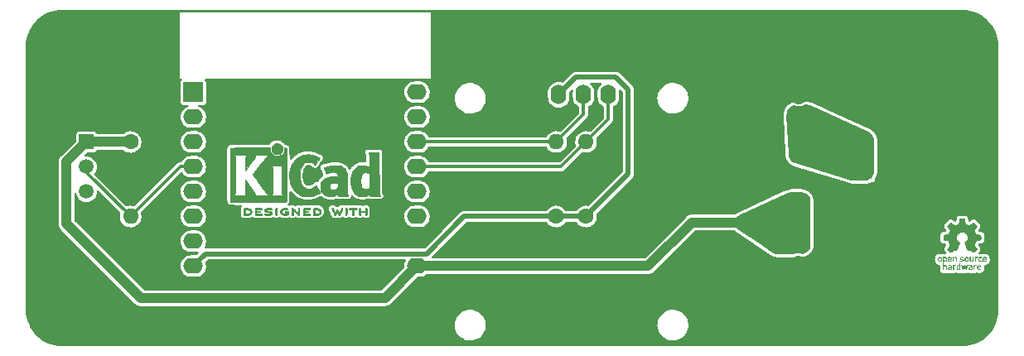
<source format=gbr>
%TF.GenerationSoftware,KiCad,Pcbnew,(6.0.5)*%
%TF.CreationDate,2022-05-24T14:43:57+02:00*%
%TF.ProjectId,SmartHarz-Thermometer,536d6172-7448-4617-927a-2d546865726d,1b1*%
%TF.SameCoordinates,Original*%
%TF.FileFunction,Copper,L1,Top*%
%TF.FilePolarity,Positive*%
%FSLAX46Y46*%
G04 Gerber Fmt 4.6, Leading zero omitted, Abs format (unit mm)*
G04 Created by KiCad (PCBNEW (6.0.5)) date 2022-05-24 14:43:57*
%MOMM*%
%LPD*%
G01*
G04 APERTURE LIST*
G04 Aperture macros list*
%AMRoundRect*
0 Rectangle with rounded corners*
0 $1 Rounding radius*
0 $2 $3 $4 $5 $6 $7 $8 $9 X,Y pos of 4 corners*
0 Add a 4 corners polygon primitive as box body*
4,1,4,$2,$3,$4,$5,$6,$7,$8,$9,$2,$3,0*
0 Add four circle primitives for the rounded corners*
1,1,$1+$1,$2,$3*
1,1,$1+$1,$4,$5*
1,1,$1+$1,$6,$7*
1,1,$1+$1,$8,$9*
0 Add four rect primitives between the rounded corners*
20,1,$1+$1,$2,$3,$4,$5,0*
20,1,$1+$1,$4,$5,$6,$7,0*
20,1,$1+$1,$6,$7,$8,$9,0*
20,1,$1+$1,$8,$9,$2,$3,0*%
G04 Aperture macros list end*
%TA.AperFunction,EtchedComponent*%
%ADD10C,0.010000*%
%TD*%
%TA.AperFunction,ComponentPad*%
%ADD11R,1.500000X1.500000*%
%TD*%
%TA.AperFunction,ComponentPad*%
%ADD12C,1.500000*%
%TD*%
%TA.AperFunction,ComponentPad*%
%ADD13R,1.200000X1.200000*%
%TD*%
%TA.AperFunction,ComponentPad*%
%ADD14C,1.200000*%
%TD*%
%TA.AperFunction,ComponentPad*%
%ADD15C,1.600000*%
%TD*%
%TA.AperFunction,ComponentPad*%
%ADD16O,1.600000X1.600000*%
%TD*%
%TA.AperFunction,ComponentPad*%
%ADD17RoundRect,0.300000X0.300000X-0.300000X0.300000X0.300000X-0.300000X0.300000X-0.300000X-0.300000X0*%
%TD*%
%TA.AperFunction,ComponentPad*%
%ADD18R,1.600000X1.600000*%
%TD*%
%TA.AperFunction,ComponentPad*%
%ADD19C,0.800000*%
%TD*%
%TA.AperFunction,ComponentPad*%
%ADD20C,5.400000*%
%TD*%
%TA.AperFunction,ComponentPad*%
%ADD21R,2.000000X2.000000*%
%TD*%
%TA.AperFunction,ComponentPad*%
%ADD22O,1.600000X2.000000*%
%TD*%
%TA.AperFunction,ComponentPad*%
%ADD23R,1.800000X4.400000*%
%TD*%
%TA.AperFunction,ComponentPad*%
%ADD24O,1.800000X4.000000*%
%TD*%
%TA.AperFunction,ComponentPad*%
%ADD25O,4.000000X1.800000*%
%TD*%
%TA.AperFunction,ComponentPad*%
%ADD26O,2.000000X1.600000*%
%TD*%
%TA.AperFunction,Conductor*%
%ADD27C,1.000000*%
%TD*%
%TA.AperFunction,Conductor*%
%ADD28C,0.300000*%
%TD*%
%TA.AperFunction,Conductor*%
%ADD29C,0.500000*%
%TD*%
G04 APERTURE END LIST*
%TO.C,REF\u002A\u002A*%
G36*
X123815287Y-90580203D02*
G01*
X123893994Y-90580582D01*
X123955085Y-90581373D01*
X124001039Y-90582710D01*
X124034336Y-90584723D01*
X124057458Y-90587546D01*
X124072884Y-90591309D01*
X124083093Y-90596145D01*
X124088035Y-90599862D01*
X124113679Y-90632398D01*
X124116781Y-90666178D01*
X124100933Y-90696866D01*
X124090570Y-90709129D01*
X124079418Y-90717490D01*
X124063257Y-90722697D01*
X124037864Y-90725497D01*
X123999020Y-90726636D01*
X123942502Y-90726861D01*
X123931402Y-90726862D01*
X123785466Y-90726862D01*
X123785466Y-90997796D01*
X123785370Y-91083194D01*
X123784933Y-91148904D01*
X123783934Y-91197814D01*
X123782150Y-91232813D01*
X123779359Y-91256789D01*
X123775339Y-91272633D01*
X123769867Y-91283231D01*
X123762888Y-91291307D01*
X123729956Y-91311152D01*
X123695576Y-91309588D01*
X123664398Y-91286946D01*
X123662108Y-91284140D01*
X123654651Y-91273532D01*
X123648969Y-91261121D01*
X123644823Y-91243890D01*
X123641972Y-91218824D01*
X123640176Y-91182907D01*
X123639194Y-91133123D01*
X123638786Y-91066457D01*
X123638711Y-90990629D01*
X123638711Y-90726862D01*
X123499349Y-90726862D01*
X123439544Y-90726458D01*
X123398140Y-90724880D01*
X123370970Y-90721587D01*
X123353868Y-90716032D01*
X123342665Y-90707671D01*
X123341305Y-90706218D01*
X123324947Y-90672979D01*
X123326394Y-90635402D01*
X123345200Y-90602685D01*
X123352472Y-90596338D01*
X123361849Y-90591306D01*
X123375831Y-90587436D01*
X123396918Y-90584577D01*
X123427611Y-90582575D01*
X123470411Y-90581279D01*
X123527817Y-90580538D01*
X123602332Y-90580198D01*
X123696455Y-90580108D01*
X123716482Y-90580107D01*
X123815287Y-90580203D01*
G37*
D10*
X123815287Y-90580203D02*
X123893994Y-90580582D01*
X123955085Y-90581373D01*
X124001039Y-90582710D01*
X124034336Y-90584723D01*
X124057458Y-90587546D01*
X124072884Y-90591309D01*
X124083093Y-90596145D01*
X124088035Y-90599862D01*
X124113679Y-90632398D01*
X124116781Y-90666178D01*
X124100933Y-90696866D01*
X124090570Y-90709129D01*
X124079418Y-90717490D01*
X124063257Y-90722697D01*
X124037864Y-90725497D01*
X123999020Y-90726636D01*
X123942502Y-90726861D01*
X123931402Y-90726862D01*
X123785466Y-90726862D01*
X123785466Y-90997796D01*
X123785370Y-91083194D01*
X123784933Y-91148904D01*
X123783934Y-91197814D01*
X123782150Y-91232813D01*
X123779359Y-91256789D01*
X123775339Y-91272633D01*
X123769867Y-91283231D01*
X123762888Y-91291307D01*
X123729956Y-91311152D01*
X123695576Y-91309588D01*
X123664398Y-91286946D01*
X123662108Y-91284140D01*
X123654651Y-91273532D01*
X123648969Y-91261121D01*
X123644823Y-91243890D01*
X123641972Y-91218824D01*
X123640176Y-91182907D01*
X123639194Y-91133123D01*
X123638786Y-91066457D01*
X123638711Y-90990629D01*
X123638711Y-90726862D01*
X123499349Y-90726862D01*
X123439544Y-90726458D01*
X123398140Y-90724880D01*
X123370970Y-90721587D01*
X123353868Y-90716032D01*
X123342665Y-90707671D01*
X123341305Y-90706218D01*
X123324947Y-90672979D01*
X123326394Y-90635402D01*
X123345200Y-90602685D01*
X123352472Y-90596338D01*
X123361849Y-90591306D01*
X123375831Y-90587436D01*
X123396918Y-90584577D01*
X123427611Y-90582575D01*
X123470411Y-90581279D01*
X123527817Y-90580538D01*
X123602332Y-90580198D01*
X123696455Y-90580108D01*
X123716482Y-90580107D01*
X123815287Y-90580203D01*
G36*
X119082565Y-90580300D02*
G01*
X119158923Y-90581214D01*
X119217439Y-90583351D01*
X119260477Y-90587215D01*
X119290405Y-90593307D01*
X119309590Y-90602130D01*
X119320398Y-90614186D01*
X119325195Y-90629979D01*
X119326349Y-90650010D01*
X119326355Y-90652375D01*
X119325353Y-90675032D01*
X119320618Y-90692543D01*
X119309555Y-90705614D01*
X119289570Y-90714953D01*
X119258068Y-90721267D01*
X119212454Y-90725262D01*
X119150135Y-90727646D01*
X119068515Y-90729126D01*
X119043499Y-90729454D01*
X118801422Y-90732507D01*
X118798036Y-90797418D01*
X118794651Y-90862329D01*
X118962798Y-90862329D01*
X119028488Y-90862571D01*
X119075394Y-90863596D01*
X119107305Y-90865851D01*
X119128013Y-90869782D01*
X119141306Y-90875838D01*
X119150977Y-90884464D01*
X119151039Y-90884533D01*
X119168578Y-90918152D01*
X119167944Y-90954488D01*
X119149536Y-90985463D01*
X119145893Y-90988647D01*
X119132963Y-90996852D01*
X119115246Y-91002561D01*
X119088792Y-91006202D01*
X119049654Y-91008207D01*
X118993884Y-91009004D01*
X118958216Y-91009085D01*
X118795777Y-91009085D01*
X118795777Y-91167129D01*
X119042383Y-91167129D01*
X119123802Y-91167271D01*
X119185632Y-91167854D01*
X119230859Y-91169108D01*
X119262470Y-91171267D01*
X119283453Y-91174563D01*
X119296795Y-91179229D01*
X119305483Y-91185497D01*
X119307672Y-91187773D01*
X119323836Y-91219320D01*
X119325019Y-91255208D01*
X119311758Y-91286325D01*
X119301265Y-91296311D01*
X119290351Y-91301809D01*
X119273439Y-91306062D01*
X119247855Y-91309220D01*
X119210923Y-91311432D01*
X119159968Y-91312846D01*
X119092316Y-91313612D01*
X119005291Y-91313878D01*
X118985616Y-91313885D01*
X118897133Y-91313827D01*
X118828449Y-91313507D01*
X118776786Y-91312707D01*
X118739367Y-91311207D01*
X118713412Y-91308789D01*
X118696144Y-91305234D01*
X118684784Y-91300322D01*
X118676554Y-91293835D01*
X118672039Y-91289178D01*
X118665243Y-91280929D01*
X118659934Y-91270709D01*
X118655928Y-91255840D01*
X118653043Y-91233642D01*
X118651096Y-91201433D01*
X118649903Y-91156536D01*
X118649283Y-91096268D01*
X118649051Y-91017951D01*
X118649022Y-90952034D01*
X118649093Y-90859668D01*
X118649430Y-90787157D01*
X118650220Y-90731777D01*
X118651648Y-90690805D01*
X118653901Y-90661518D01*
X118657165Y-90641193D01*
X118661626Y-90627106D01*
X118667470Y-90616535D01*
X118672419Y-90609851D01*
X118695816Y-90580107D01*
X118985996Y-90580107D01*
X119082565Y-90580300D01*
G37*
X119082565Y-90580300D02*
X119158923Y-90581214D01*
X119217439Y-90583351D01*
X119260477Y-90587215D01*
X119290405Y-90593307D01*
X119309590Y-90602130D01*
X119320398Y-90614186D01*
X119325195Y-90629979D01*
X119326349Y-90650010D01*
X119326355Y-90652375D01*
X119325353Y-90675032D01*
X119320618Y-90692543D01*
X119309555Y-90705614D01*
X119289570Y-90714953D01*
X119258068Y-90721267D01*
X119212454Y-90725262D01*
X119150135Y-90727646D01*
X119068515Y-90729126D01*
X119043499Y-90729454D01*
X118801422Y-90732507D01*
X118798036Y-90797418D01*
X118794651Y-90862329D01*
X118962798Y-90862329D01*
X119028488Y-90862571D01*
X119075394Y-90863596D01*
X119107305Y-90865851D01*
X119128013Y-90869782D01*
X119141306Y-90875838D01*
X119150977Y-90884464D01*
X119151039Y-90884533D01*
X119168578Y-90918152D01*
X119167944Y-90954488D01*
X119149536Y-90985463D01*
X119145893Y-90988647D01*
X119132963Y-90996852D01*
X119115246Y-91002561D01*
X119088792Y-91006202D01*
X119049654Y-91008207D01*
X118993884Y-91009004D01*
X118958216Y-91009085D01*
X118795777Y-91009085D01*
X118795777Y-91167129D01*
X119042383Y-91167129D01*
X119123802Y-91167271D01*
X119185632Y-91167854D01*
X119230859Y-91169108D01*
X119262470Y-91171267D01*
X119283453Y-91174563D01*
X119296795Y-91179229D01*
X119305483Y-91185497D01*
X119307672Y-91187773D01*
X119323836Y-91219320D01*
X119325019Y-91255208D01*
X119311758Y-91286325D01*
X119301265Y-91296311D01*
X119290351Y-91301809D01*
X119273439Y-91306062D01*
X119247855Y-91309220D01*
X119210923Y-91311432D01*
X119159968Y-91312846D01*
X119092316Y-91313612D01*
X119005291Y-91313878D01*
X118985616Y-91313885D01*
X118897133Y-91313827D01*
X118828449Y-91313507D01*
X118776786Y-91312707D01*
X118739367Y-91311207D01*
X118713412Y-91308789D01*
X118696144Y-91305234D01*
X118684784Y-91300322D01*
X118676554Y-91293835D01*
X118672039Y-91289178D01*
X118665243Y-91280929D01*
X118659934Y-91270709D01*
X118655928Y-91255840D01*
X118653043Y-91233642D01*
X118651096Y-91201433D01*
X118649903Y-91156536D01*
X118649283Y-91096268D01*
X118649051Y-91017951D01*
X118649022Y-90952034D01*
X118649093Y-90859668D01*
X118649430Y-90787157D01*
X118650220Y-90731777D01*
X118651648Y-90690805D01*
X118653901Y-90661518D01*
X118657165Y-90641193D01*
X118661626Y-90627106D01*
X118667470Y-90616535D01*
X118672419Y-90609851D01*
X118695816Y-90580107D01*
X118985996Y-90580107D01*
X119082565Y-90580300D01*
G36*
X112581224Y-90656095D02*
G01*
X112589392Y-90622818D01*
X112602666Y-90600799D01*
X112622248Y-90587779D01*
X112649339Y-90581497D01*
X112685140Y-90579693D01*
X112730851Y-90580106D01*
X112770333Y-90580507D01*
X112886022Y-90583299D01*
X112982911Y-90591590D01*
X113064303Y-90606272D01*
X113133499Y-90628233D01*
X113193802Y-90658362D01*
X113248514Y-90697550D01*
X113268055Y-90714572D01*
X113300472Y-90754403D01*
X113329702Y-90808453D01*
X113352231Y-90868363D01*
X113364543Y-90925779D01*
X113365822Y-90946996D01*
X113357805Y-91005809D01*
X113336323Y-91070053D01*
X113305223Y-91130861D01*
X113268356Y-91179370D01*
X113262368Y-91185222D01*
X113211643Y-91226361D01*
X113156097Y-91258475D01*
X113092526Y-91282405D01*
X113017728Y-91298993D01*
X112928500Y-91309081D01*
X112821640Y-91313509D01*
X112772694Y-91313885D01*
X112710460Y-91313585D01*
X112666694Y-91312332D01*
X112637291Y-91309594D01*
X112618143Y-91304841D01*
X112605145Y-91297541D01*
X112598177Y-91291307D01*
X112591596Y-91283734D01*
X112586434Y-91273964D01*
X112582519Y-91259380D01*
X112579679Y-91237366D01*
X112577742Y-91205304D01*
X112576714Y-91167129D01*
X112722355Y-91167129D01*
X112815488Y-91167044D01*
X112871529Y-91165436D01*
X112930223Y-91161296D01*
X112979194Y-91155504D01*
X112980684Y-91155266D01*
X113059830Y-91136130D01*
X113121220Y-91106327D01*
X113167917Y-91063918D01*
X113197587Y-91018001D01*
X113215869Y-90967066D01*
X113214451Y-90919240D01*
X113193234Y-90867973D01*
X113151733Y-90814939D01*
X113094224Y-90775640D01*
X113019472Y-90749371D01*
X112969514Y-90740075D01*
X112912806Y-90733547D01*
X112852703Y-90728822D01*
X112801583Y-90726857D01*
X112798555Y-90726848D01*
X112722355Y-90726862D01*
X112722355Y-91167129D01*
X112576714Y-91167129D01*
X112576538Y-91160576D01*
X112575894Y-91100566D01*
X112575639Y-91022657D01*
X112575600Y-90946996D01*
X112575352Y-90846081D01*
X112575405Y-90765467D01*
X112576365Y-90726862D01*
X112576962Y-90702891D01*
X112581224Y-90656095D01*
G37*
X112581224Y-90656095D02*
X112589392Y-90622818D01*
X112602666Y-90600799D01*
X112622248Y-90587779D01*
X112649339Y-90581497D01*
X112685140Y-90579693D01*
X112730851Y-90580106D01*
X112770333Y-90580507D01*
X112886022Y-90583299D01*
X112982911Y-90591590D01*
X113064303Y-90606272D01*
X113133499Y-90628233D01*
X113193802Y-90658362D01*
X113248514Y-90697550D01*
X113268055Y-90714572D01*
X113300472Y-90754403D01*
X113329702Y-90808453D01*
X113352231Y-90868363D01*
X113364543Y-90925779D01*
X113365822Y-90946996D01*
X113357805Y-91005809D01*
X113336323Y-91070053D01*
X113305223Y-91130861D01*
X113268356Y-91179370D01*
X113262368Y-91185222D01*
X113211643Y-91226361D01*
X113156097Y-91258475D01*
X113092526Y-91282405D01*
X113017728Y-91298993D01*
X112928500Y-91309081D01*
X112821640Y-91313509D01*
X112772694Y-91313885D01*
X112710460Y-91313585D01*
X112666694Y-91312332D01*
X112637291Y-91309594D01*
X112618143Y-91304841D01*
X112605145Y-91297541D01*
X112598177Y-91291307D01*
X112591596Y-91283734D01*
X112586434Y-91273964D01*
X112582519Y-91259380D01*
X112579679Y-91237366D01*
X112577742Y-91205304D01*
X112576714Y-91167129D01*
X112722355Y-91167129D01*
X112815488Y-91167044D01*
X112871529Y-91165436D01*
X112930223Y-91161296D01*
X112979194Y-91155504D01*
X112980684Y-91155266D01*
X113059830Y-91136130D01*
X113121220Y-91106327D01*
X113167917Y-91063918D01*
X113197587Y-91018001D01*
X113215869Y-90967066D01*
X113214451Y-90919240D01*
X113193234Y-90867973D01*
X113151733Y-90814939D01*
X113094224Y-90775640D01*
X113019472Y-90749371D01*
X112969514Y-90740075D01*
X112912806Y-90733547D01*
X112852703Y-90728822D01*
X112801583Y-90726857D01*
X112798555Y-90726848D01*
X112722355Y-90726862D01*
X112722355Y-91167129D01*
X112576714Y-91167129D01*
X112576538Y-91160576D01*
X112575894Y-91100566D01*
X112575639Y-91022657D01*
X112575600Y-90946996D01*
X112575352Y-90846081D01*
X112575405Y-90765467D01*
X112576365Y-90726862D01*
X112576962Y-90702891D01*
X112581224Y-90656095D01*
G36*
X115928400Y-90602685D02*
G01*
X115934980Y-90610258D01*
X115940143Y-90620027D01*
X115944058Y-90634611D01*
X115946898Y-90656625D01*
X115948835Y-90688688D01*
X115950039Y-90733415D01*
X115950683Y-90793425D01*
X115950938Y-90871334D01*
X115950977Y-90946996D01*
X115950908Y-91040842D01*
X115950584Y-91114729D01*
X115949836Y-91171272D01*
X115948490Y-91213089D01*
X115946376Y-91242797D01*
X115943322Y-91263013D01*
X115939156Y-91276354D01*
X115933706Y-91285438D01*
X115928400Y-91291307D01*
X115895396Y-91310987D01*
X115860231Y-91309221D01*
X115828767Y-91287757D01*
X115821538Y-91279377D01*
X115815888Y-91269654D01*
X115811623Y-91255901D01*
X115808549Y-91235429D01*
X115806470Y-91205552D01*
X115805192Y-91163581D01*
X115804521Y-91106829D01*
X115804263Y-91032607D01*
X115804222Y-90948577D01*
X115804222Y-90635525D01*
X115831931Y-90607816D01*
X115866085Y-90584503D01*
X115899216Y-90583663D01*
X115928400Y-90602685D01*
G37*
X115928400Y-90602685D02*
X115934980Y-90610258D01*
X115940143Y-90620027D01*
X115944058Y-90634611D01*
X115946898Y-90656625D01*
X115948835Y-90688688D01*
X115950039Y-90733415D01*
X115950683Y-90793425D01*
X115950938Y-90871334D01*
X115950977Y-90946996D01*
X115950908Y-91040842D01*
X115950584Y-91114729D01*
X115949836Y-91171272D01*
X115948490Y-91213089D01*
X115946376Y-91242797D01*
X115943322Y-91263013D01*
X115939156Y-91276354D01*
X115933706Y-91285438D01*
X115928400Y-91291307D01*
X115895396Y-91310987D01*
X115860231Y-91309221D01*
X115828767Y-91287757D01*
X115821538Y-91279377D01*
X115815888Y-91269654D01*
X115811623Y-91255901D01*
X115808549Y-91235429D01*
X115806470Y-91205552D01*
X115805192Y-91163581D01*
X115804521Y-91106829D01*
X115804263Y-91032607D01*
X115804222Y-90948577D01*
X115804222Y-90635525D01*
X115831931Y-90607816D01*
X115866085Y-90584503D01*
X115899216Y-90583663D01*
X115928400Y-90602685D01*
G36*
X114139428Y-90580186D02*
G01*
X114208836Y-90580558D01*
X114261225Y-90581425D01*
X114299375Y-90582986D01*
X114326063Y-90585443D01*
X114344069Y-90588997D01*
X114356173Y-90593850D01*
X114365153Y-90600201D01*
X114368404Y-90603124D01*
X114388179Y-90634182D01*
X114391740Y-90669868D01*
X114378731Y-90701550D01*
X114372716Y-90707953D01*
X114362987Y-90714161D01*
X114347321Y-90718950D01*
X114322814Y-90722554D01*
X114286561Y-90725204D01*
X114235657Y-90727135D01*
X114167196Y-90728579D01*
X114104605Y-90729458D01*
X113856888Y-90732507D01*
X113853503Y-90797418D01*
X113850117Y-90862329D01*
X114018264Y-90862329D01*
X114091263Y-90862959D01*
X114144705Y-90865593D01*
X114181594Y-90871349D01*
X114204934Y-90881344D01*
X114217728Y-90896696D01*
X114222980Y-90918522D01*
X114223777Y-90938778D01*
X114221299Y-90963632D01*
X114211945Y-90981946D01*
X114192839Y-90994677D01*
X114161104Y-91002781D01*
X114113863Y-91007216D01*
X114048239Y-91008939D01*
X114012421Y-91009085D01*
X113851244Y-91009085D01*
X113851244Y-91167129D01*
X114099600Y-91167129D01*
X114181009Y-91167242D01*
X114242880Y-91167752D01*
X114288254Y-91168910D01*
X114320168Y-91170970D01*
X114341663Y-91174186D01*
X114355779Y-91178812D01*
X114365554Y-91185099D01*
X114370533Y-91189707D01*
X114387612Y-91216600D01*
X114393111Y-91240507D01*
X114385259Y-91269707D01*
X114370533Y-91291307D01*
X114362676Y-91298106D01*
X114352534Y-91303386D01*
X114337378Y-91307338D01*
X114314481Y-91310153D01*
X114281113Y-91312022D01*
X114234547Y-91313138D01*
X114172055Y-91313691D01*
X114090908Y-91313873D01*
X114048800Y-91313885D01*
X113958624Y-91313805D01*
X113888298Y-91313438D01*
X113835093Y-91312592D01*
X113796282Y-91311076D01*
X113769135Y-91308699D01*
X113750924Y-91305269D01*
X113738922Y-91300594D01*
X113730400Y-91294484D01*
X113727066Y-91291307D01*
X113720467Y-91283710D01*
X113715295Y-91273910D01*
X113711376Y-91259279D01*
X113708538Y-91237192D01*
X113706607Y-91205022D01*
X113705410Y-91160143D01*
X113704774Y-91099929D01*
X113704525Y-91021753D01*
X113704488Y-90948963D01*
X113704522Y-90855747D01*
X113704757Y-90782471D01*
X113705392Y-90726498D01*
X113706628Y-90685191D01*
X113708666Y-90655912D01*
X113711705Y-90636024D01*
X113715945Y-90622890D01*
X113721587Y-90613872D01*
X113728831Y-90606333D01*
X113730616Y-90604652D01*
X113739277Y-90597212D01*
X113749340Y-90591449D01*
X113763597Y-90587152D01*
X113784839Y-90584104D01*
X113815858Y-90582091D01*
X113859445Y-90580900D01*
X113918391Y-90580315D01*
X113995488Y-90580123D01*
X114050221Y-90580107D01*
X114139428Y-90580186D01*
G37*
X114139428Y-90580186D02*
X114208836Y-90580558D01*
X114261225Y-90581425D01*
X114299375Y-90582986D01*
X114326063Y-90585443D01*
X114344069Y-90588997D01*
X114356173Y-90593850D01*
X114365153Y-90600201D01*
X114368404Y-90603124D01*
X114388179Y-90634182D01*
X114391740Y-90669868D01*
X114378731Y-90701550D01*
X114372716Y-90707953D01*
X114362987Y-90714161D01*
X114347321Y-90718950D01*
X114322814Y-90722554D01*
X114286561Y-90725204D01*
X114235657Y-90727135D01*
X114167196Y-90728579D01*
X114104605Y-90729458D01*
X113856888Y-90732507D01*
X113853503Y-90797418D01*
X113850117Y-90862329D01*
X114018264Y-90862329D01*
X114091263Y-90862959D01*
X114144705Y-90865593D01*
X114181594Y-90871349D01*
X114204934Y-90881344D01*
X114217728Y-90896696D01*
X114222980Y-90918522D01*
X114223777Y-90938778D01*
X114221299Y-90963632D01*
X114211945Y-90981946D01*
X114192839Y-90994677D01*
X114161104Y-91002781D01*
X114113863Y-91007216D01*
X114048239Y-91008939D01*
X114012421Y-91009085D01*
X113851244Y-91009085D01*
X113851244Y-91167129D01*
X114099600Y-91167129D01*
X114181009Y-91167242D01*
X114242880Y-91167752D01*
X114288254Y-91168910D01*
X114320168Y-91170970D01*
X114341663Y-91174186D01*
X114355779Y-91178812D01*
X114365554Y-91185099D01*
X114370533Y-91189707D01*
X114387612Y-91216600D01*
X114393111Y-91240507D01*
X114385259Y-91269707D01*
X114370533Y-91291307D01*
X114362676Y-91298106D01*
X114352534Y-91303386D01*
X114337378Y-91307338D01*
X114314481Y-91310153D01*
X114281113Y-91312022D01*
X114234547Y-91313138D01*
X114172055Y-91313691D01*
X114090908Y-91313873D01*
X114048800Y-91313885D01*
X113958624Y-91313805D01*
X113888298Y-91313438D01*
X113835093Y-91312592D01*
X113796282Y-91311076D01*
X113769135Y-91308699D01*
X113750924Y-91305269D01*
X113738922Y-91300594D01*
X113730400Y-91294484D01*
X113727066Y-91291307D01*
X113720467Y-91283710D01*
X113715295Y-91273910D01*
X113711376Y-91259279D01*
X113708538Y-91237192D01*
X113706607Y-91205022D01*
X113705410Y-91160143D01*
X113704774Y-91099929D01*
X113704525Y-91021753D01*
X113704488Y-90948963D01*
X113704522Y-90855747D01*
X113704757Y-90782471D01*
X113705392Y-90726498D01*
X113706628Y-90685191D01*
X113708666Y-90655912D01*
X113711705Y-90636024D01*
X113715945Y-90622890D01*
X113721587Y-90613872D01*
X113728831Y-90606333D01*
X113730616Y-90604652D01*
X113739277Y-90597212D01*
X113749340Y-90591449D01*
X113763597Y-90587152D01*
X113784839Y-90584104D01*
X113815858Y-90582091D01*
X113859445Y-90580900D01*
X113918391Y-90580315D01*
X113995488Y-90580123D01*
X114050221Y-90580107D01*
X114139428Y-90580186D01*
G36*
X116114435Y-83981338D02*
G01*
X116217541Y-84017086D01*
X116313536Y-84073355D01*
X116399267Y-84150136D01*
X116471584Y-84247421D01*
X116504069Y-84308740D01*
X116532182Y-84394508D01*
X116545809Y-84493525D01*
X116544300Y-84595319D01*
X116527545Y-84687562D01*
X116481751Y-84800280D01*
X116415346Y-84898055D01*
X116331705Y-84978963D01*
X116234202Y-85041080D01*
X116126214Y-85082482D01*
X116011115Y-85101245D01*
X115892280Y-85095446D01*
X115833703Y-85083054D01*
X115719542Y-85038645D01*
X115618149Y-84970881D01*
X115531969Y-84881849D01*
X115463448Y-84773639D01*
X115457650Y-84761821D01*
X115437610Y-84717476D01*
X115425027Y-84680128D01*
X115418195Y-84640728D01*
X115415409Y-84590229D01*
X115414946Y-84535281D01*
X115415711Y-84469263D01*
X115419162Y-84421537D01*
X115427037Y-84382951D01*
X115441071Y-84344354D01*
X115458394Y-84306274D01*
X115523009Y-84198176D01*
X115602580Y-84110651D01*
X115693954Y-84043689D01*
X115793978Y-83997284D01*
X115899502Y-83971429D01*
X116007372Y-83966116D01*
X116114435Y-83981338D01*
G37*
X116114435Y-83981338D02*
X116217541Y-84017086D01*
X116313536Y-84073355D01*
X116399267Y-84150136D01*
X116471584Y-84247421D01*
X116504069Y-84308740D01*
X116532182Y-84394508D01*
X116545809Y-84493525D01*
X116544300Y-84595319D01*
X116527545Y-84687562D01*
X116481751Y-84800280D01*
X116415346Y-84898055D01*
X116331705Y-84978963D01*
X116234202Y-85041080D01*
X116126214Y-85082482D01*
X116011115Y-85101245D01*
X115892280Y-85095446D01*
X115833703Y-85083054D01*
X115719542Y-85038645D01*
X115618149Y-84970881D01*
X115531969Y-84881849D01*
X115463448Y-84773639D01*
X115457650Y-84761821D01*
X115437610Y-84717476D01*
X115425027Y-84680128D01*
X115418195Y-84640728D01*
X115415409Y-84590229D01*
X115414946Y-84535281D01*
X115415711Y-84469263D01*
X115419162Y-84421537D01*
X115427037Y-84382951D01*
X115441071Y-84344354D01*
X115458394Y-84306274D01*
X115523009Y-84198176D01*
X115602580Y-84110651D01*
X115693954Y-84043689D01*
X115793978Y-83997284D01*
X115899502Y-83971429D01*
X116007372Y-83966116D01*
X116114435Y-83981338D01*
G36*
X119665272Y-91085351D02*
G01*
X119665047Y-91006566D01*
X119665022Y-90944960D01*
X119665022Y-90635525D01*
X119692731Y-90607816D01*
X119705028Y-90596584D01*
X119718325Y-90588893D01*
X119736894Y-90584080D01*
X119765008Y-90581486D01*
X119806939Y-90580450D01*
X119866959Y-90580310D01*
X119870531Y-90580315D01*
X119999510Y-90584676D01*
X120109213Y-90597901D01*
X120201448Y-90620781D01*
X120278024Y-90654110D01*
X120340749Y-90698678D01*
X120391434Y-90755276D01*
X120431885Y-90824698D01*
X120432681Y-90826391D01*
X120456823Y-90888523D01*
X120465425Y-90943549D01*
X120458453Y-90998927D01*
X120435876Y-91062113D01*
X120431594Y-91071729D01*
X120402394Y-91128006D01*
X120369578Y-91171491D01*
X120327224Y-91208457D01*
X120269412Y-91245175D01*
X120266053Y-91247092D01*
X120215726Y-91271267D01*
X120158843Y-91289322D01*
X120091749Y-91301879D01*
X120010787Y-91309562D01*
X119912304Y-91312993D01*
X119877508Y-91313291D01*
X119711816Y-91313885D01*
X119688419Y-91284140D01*
X119681479Y-91274359D01*
X119676064Y-91262937D01*
X119671987Y-91247135D01*
X119669059Y-91224215D01*
X119667089Y-91191436D01*
X119666447Y-91167129D01*
X119823066Y-91167129D01*
X119916948Y-91167129D01*
X119971886Y-91165523D01*
X120028282Y-91161295D01*
X120074567Y-91155332D01*
X120077361Y-91154830D01*
X120159570Y-91132776D01*
X120223336Y-91099640D01*
X120270674Y-91053887D01*
X120303604Y-90993979D01*
X120309330Y-90978101D01*
X120314943Y-90953373D01*
X120312513Y-90928942D01*
X120300689Y-90896440D01*
X120293562Y-90880474D01*
X120270222Y-90838046D01*
X120242102Y-90808280D01*
X120211162Y-90787551D01*
X120149188Y-90760577D01*
X120069873Y-90741038D01*
X119977475Y-90729786D01*
X119910555Y-90727310D01*
X119823066Y-90726862D01*
X119823066Y-91167129D01*
X119666447Y-91167129D01*
X119665890Y-91146061D01*
X119665272Y-91085351D01*
G37*
X119665272Y-91085351D02*
X119665047Y-91006566D01*
X119665022Y-90944960D01*
X119665022Y-90635525D01*
X119692731Y-90607816D01*
X119705028Y-90596584D01*
X119718325Y-90588893D01*
X119736894Y-90584080D01*
X119765008Y-90581486D01*
X119806939Y-90580450D01*
X119866959Y-90580310D01*
X119870531Y-90580315D01*
X119999510Y-90584676D01*
X120109213Y-90597901D01*
X120201448Y-90620781D01*
X120278024Y-90654110D01*
X120340749Y-90698678D01*
X120391434Y-90755276D01*
X120431885Y-90824698D01*
X120432681Y-90826391D01*
X120456823Y-90888523D01*
X120465425Y-90943549D01*
X120458453Y-90998927D01*
X120435876Y-91062113D01*
X120431594Y-91071729D01*
X120402394Y-91128006D01*
X120369578Y-91171491D01*
X120327224Y-91208457D01*
X120269412Y-91245175D01*
X120266053Y-91247092D01*
X120215726Y-91271267D01*
X120158843Y-91289322D01*
X120091749Y-91301879D01*
X120010787Y-91309562D01*
X119912304Y-91312993D01*
X119877508Y-91313291D01*
X119711816Y-91313885D01*
X119688419Y-91284140D01*
X119681479Y-91274359D01*
X119676064Y-91262937D01*
X119671987Y-91247135D01*
X119669059Y-91224215D01*
X119667089Y-91191436D01*
X119666447Y-91167129D01*
X119823066Y-91167129D01*
X119916948Y-91167129D01*
X119971886Y-91165523D01*
X120028282Y-91161295D01*
X120074567Y-91155332D01*
X120077361Y-91154830D01*
X120159570Y-91132776D01*
X120223336Y-91099640D01*
X120270674Y-91053887D01*
X120303604Y-90993979D01*
X120309330Y-90978101D01*
X120314943Y-90953373D01*
X120312513Y-90928942D01*
X120300689Y-90896440D01*
X120293562Y-90880474D01*
X120270222Y-90838046D01*
X120242102Y-90808280D01*
X120211162Y-90787551D01*
X120149188Y-90760577D01*
X120069873Y-90741038D01*
X119977475Y-90729786D01*
X119910555Y-90727310D01*
X119823066Y-90726862D01*
X119823066Y-91167129D01*
X119666447Y-91167129D01*
X119665890Y-91146061D01*
X119665272Y-91085351D01*
G36*
X123510161Y-87590901D02*
G01*
X123533434Y-87387040D01*
X123569018Y-87202361D01*
X123617527Y-87033896D01*
X123679574Y-86878674D01*
X123701715Y-86832656D01*
X123790899Y-86682587D01*
X123898673Y-86549225D01*
X124022504Y-86434725D01*
X124159856Y-86341237D01*
X124308197Y-86270916D01*
X124397118Y-86241908D01*
X124484447Y-86224688D01*
X124589525Y-86214442D01*
X124703543Y-86211166D01*
X124817691Y-86214857D01*
X124923162Y-86225508D01*
X125007848Y-86242218D01*
X125108642Y-86274988D01*
X125206336Y-86317127D01*
X125291810Y-86364367D01*
X125337303Y-86396429D01*
X125368683Y-86420270D01*
X125390656Y-86434787D01*
X125395655Y-86436848D01*
X125397204Y-86423566D01*
X125398649Y-86385511D01*
X125399957Y-86325367D01*
X125401097Y-86245821D01*
X125402035Y-86149559D01*
X125402740Y-86039267D01*
X125403181Y-85917629D01*
X125403325Y-85793733D01*
X125403244Y-85635044D01*
X125402849Y-85501256D01*
X125401909Y-85389808D01*
X125400194Y-85298143D01*
X125397471Y-85223701D01*
X125393511Y-85163923D01*
X125388083Y-85116250D01*
X125380955Y-85078122D01*
X125371898Y-85046982D01*
X125360681Y-85020269D01*
X125347072Y-84995425D01*
X125330842Y-84969891D01*
X125328754Y-84966729D01*
X125307820Y-84933658D01*
X125295181Y-84910917D01*
X125293487Y-84906120D01*
X125306730Y-84904607D01*
X125344516Y-84903376D01*
X125403930Y-84902447D01*
X125482056Y-84901840D01*
X125575979Y-84901575D01*
X125682784Y-84901673D01*
X125799555Y-84902152D01*
X125839243Y-84902393D01*
X126385000Y-84905983D01*
X126391865Y-86999767D01*
X126392772Y-87283690D01*
X126393576Y-87541488D01*
X126394329Y-87774494D01*
X126395083Y-87984042D01*
X126395889Y-88171466D01*
X126396799Y-88338098D01*
X126397865Y-88485273D01*
X126399138Y-88614325D01*
X126400670Y-88726587D01*
X126402512Y-88823392D01*
X126404717Y-88906074D01*
X126407336Y-88975967D01*
X126410420Y-89034405D01*
X126414022Y-89082720D01*
X126418192Y-89122248D01*
X126422983Y-89154321D01*
X126428445Y-89180272D01*
X126434632Y-89201437D01*
X126441594Y-89219147D01*
X126449383Y-89234737D01*
X126458051Y-89249541D01*
X126467649Y-89264892D01*
X126478229Y-89282124D01*
X126480398Y-89285794D01*
X126516782Y-89347879D01*
X125990945Y-89344282D01*
X125465108Y-89340686D01*
X125458243Y-89225179D01*
X125454506Y-89169747D01*
X125450611Y-89137699D01*
X125445325Y-89124983D01*
X125437417Y-89127544D01*
X125430784Y-89134872D01*
X125401888Y-89161562D01*
X125354793Y-89195869D01*
X125296134Y-89233694D01*
X125232545Y-89270938D01*
X125170663Y-89303501D01*
X125123148Y-89324925D01*
X125011830Y-89360131D01*
X124884110Y-89385070D01*
X124749415Y-89398789D01*
X124617177Y-89400334D01*
X124496822Y-89388754D01*
X124494840Y-89388422D01*
X124330155Y-89347098D01*
X124175993Y-89281260D01*
X124033842Y-89192322D01*
X123905189Y-89081700D01*
X123791521Y-88950809D01*
X123694324Y-88801064D01*
X123615086Y-88633881D01*
X123571944Y-88510038D01*
X123543493Y-88406429D01*
X123522394Y-88306100D01*
X123508002Y-88202957D01*
X123499672Y-88090905D01*
X123496759Y-87963849D01*
X123498049Y-87860100D01*
X124511164Y-87860100D01*
X124515958Y-88034070D01*
X124531082Y-88183743D01*
X124556999Y-88310445D01*
X124594177Y-88415506D01*
X124643079Y-88500254D01*
X124704172Y-88566017D01*
X124774691Y-88612507D01*
X124811385Y-88629862D01*
X124843210Y-88640267D01*
X124878691Y-88645027D01*
X124926355Y-88645449D01*
X124977703Y-88643596D01*
X125078683Y-88634689D01*
X125158549Y-88617246D01*
X125183649Y-88608509D01*
X125240962Y-88582705D01*
X125301411Y-88550301D01*
X125327811Y-88534081D01*
X125396460Y-88489053D01*
X125396460Y-87061830D01*
X125320946Y-87016566D01*
X125215635Y-86965420D01*
X125108039Y-86935172D01*
X125002095Y-86925643D01*
X124901738Y-86936655D01*
X124810901Y-86968029D01*
X124733521Y-87019588D01*
X124708553Y-87044336D01*
X124648370Y-87125425D01*
X124599659Y-87223582D01*
X124562013Y-87340491D01*
X124535026Y-87477833D01*
X124518289Y-87637292D01*
X124511397Y-87820548D01*
X124511164Y-87860100D01*
X123498049Y-87860100D01*
X123498587Y-87816915D01*
X123510161Y-87590901D01*
G37*
X123510161Y-87590901D02*
X123533434Y-87387040D01*
X123569018Y-87202361D01*
X123617527Y-87033896D01*
X123679574Y-86878674D01*
X123701715Y-86832656D01*
X123790899Y-86682587D01*
X123898673Y-86549225D01*
X124022504Y-86434725D01*
X124159856Y-86341237D01*
X124308197Y-86270916D01*
X124397118Y-86241908D01*
X124484447Y-86224688D01*
X124589525Y-86214442D01*
X124703543Y-86211166D01*
X124817691Y-86214857D01*
X124923162Y-86225508D01*
X125007848Y-86242218D01*
X125108642Y-86274988D01*
X125206336Y-86317127D01*
X125291810Y-86364367D01*
X125337303Y-86396429D01*
X125368683Y-86420270D01*
X125390656Y-86434787D01*
X125395655Y-86436848D01*
X125397204Y-86423566D01*
X125398649Y-86385511D01*
X125399957Y-86325367D01*
X125401097Y-86245821D01*
X125402035Y-86149559D01*
X125402740Y-86039267D01*
X125403181Y-85917629D01*
X125403325Y-85793733D01*
X125403244Y-85635044D01*
X125402849Y-85501256D01*
X125401909Y-85389808D01*
X125400194Y-85298143D01*
X125397471Y-85223701D01*
X125393511Y-85163923D01*
X125388083Y-85116250D01*
X125380955Y-85078122D01*
X125371898Y-85046982D01*
X125360681Y-85020269D01*
X125347072Y-84995425D01*
X125330842Y-84969891D01*
X125328754Y-84966729D01*
X125307820Y-84933658D01*
X125295181Y-84910917D01*
X125293487Y-84906120D01*
X125306730Y-84904607D01*
X125344516Y-84903376D01*
X125403930Y-84902447D01*
X125482056Y-84901840D01*
X125575979Y-84901575D01*
X125682784Y-84901673D01*
X125799555Y-84902152D01*
X125839243Y-84902393D01*
X126385000Y-84905983D01*
X126391865Y-86999767D01*
X126392772Y-87283690D01*
X126393576Y-87541488D01*
X126394329Y-87774494D01*
X126395083Y-87984042D01*
X126395889Y-88171466D01*
X126396799Y-88338098D01*
X126397865Y-88485273D01*
X126399138Y-88614325D01*
X126400670Y-88726587D01*
X126402512Y-88823392D01*
X126404717Y-88906074D01*
X126407336Y-88975967D01*
X126410420Y-89034405D01*
X126414022Y-89082720D01*
X126418192Y-89122248D01*
X126422983Y-89154321D01*
X126428445Y-89180272D01*
X126434632Y-89201437D01*
X126441594Y-89219147D01*
X126449383Y-89234737D01*
X126458051Y-89249541D01*
X126467649Y-89264892D01*
X126478229Y-89282124D01*
X126480398Y-89285794D01*
X126516782Y-89347879D01*
X125990945Y-89344282D01*
X125465108Y-89340686D01*
X125458243Y-89225179D01*
X125454506Y-89169747D01*
X125450611Y-89137699D01*
X125445325Y-89124983D01*
X125437417Y-89127544D01*
X125430784Y-89134872D01*
X125401888Y-89161562D01*
X125354793Y-89195869D01*
X125296134Y-89233694D01*
X125232545Y-89270938D01*
X125170663Y-89303501D01*
X125123148Y-89324925D01*
X125011830Y-89360131D01*
X124884110Y-89385070D01*
X124749415Y-89398789D01*
X124617177Y-89400334D01*
X124496822Y-89388754D01*
X124494840Y-89388422D01*
X124330155Y-89347098D01*
X124175993Y-89281260D01*
X124033842Y-89192322D01*
X123905189Y-89081700D01*
X123791521Y-88950809D01*
X123694324Y-88801064D01*
X123615086Y-88633881D01*
X123571944Y-88510038D01*
X123543493Y-88406429D01*
X123522394Y-88306100D01*
X123508002Y-88202957D01*
X123499672Y-88090905D01*
X123496759Y-87963849D01*
X123498049Y-87860100D01*
X124511164Y-87860100D01*
X124515958Y-88034070D01*
X124531082Y-88183743D01*
X124556999Y-88310445D01*
X124594177Y-88415506D01*
X124643079Y-88500254D01*
X124704172Y-88566017D01*
X124774691Y-88612507D01*
X124811385Y-88629862D01*
X124843210Y-88640267D01*
X124878691Y-88645027D01*
X124926355Y-88645449D01*
X124977703Y-88643596D01*
X125078683Y-88634689D01*
X125158549Y-88617246D01*
X125183649Y-88608509D01*
X125240962Y-88582705D01*
X125301411Y-88550301D01*
X125327811Y-88534081D01*
X125396460Y-88489053D01*
X125396460Y-87061830D01*
X125320946Y-87016566D01*
X125215635Y-86965420D01*
X125108039Y-86935172D01*
X125002095Y-86925643D01*
X124901738Y-86936655D01*
X124810901Y-86968029D01*
X124733521Y-87019588D01*
X124708553Y-87044336D01*
X124648370Y-87125425D01*
X124599659Y-87223582D01*
X124562013Y-87340491D01*
X124535026Y-87477833D01*
X124518289Y-87637292D01*
X124511397Y-87820548D01*
X124511164Y-87860100D01*
X123498049Y-87860100D01*
X123498587Y-87816915D01*
X123510161Y-87590901D01*
G36*
X119280476Y-85105347D02*
G01*
X119428528Y-85121555D01*
X119571966Y-85150566D01*
X119716624Y-85193893D01*
X119868338Y-85253049D01*
X120032942Y-85329548D01*
X120062585Y-85344365D01*
X120130612Y-85377879D01*
X120194770Y-85408056D01*
X120248729Y-85432014D01*
X120286154Y-85446872D01*
X120291903Y-85448743D01*
X120347000Y-85465250D01*
X120100365Y-85824049D01*
X120040066Y-85911741D01*
X119984936Y-85991860D01*
X119936850Y-86061684D01*
X119897682Y-86118495D01*
X119869308Y-86159571D01*
X119853601Y-86182194D01*
X119851050Y-86185776D01*
X119840685Y-86178286D01*
X119815174Y-86155766D01*
X119779077Y-86122309D01*
X119759156Y-86103398D01*
X119646287Y-86013626D01*
X119519528Y-85945409D01*
X119410297Y-85908043D01*
X119344728Y-85896308D01*
X119262630Y-85889156D01*
X119173658Y-85886722D01*
X119087470Y-85889136D01*
X119013719Y-85896531D01*
X118984290Y-85902195D01*
X118851647Y-85947830D01*
X118732120Y-86017511D01*
X118625797Y-86111108D01*
X118532767Y-86228497D01*
X118453119Y-86369548D01*
X118386940Y-86534134D01*
X118334320Y-86722128D01*
X118303047Y-86883065D01*
X118294888Y-86954111D01*
X118289329Y-87045894D01*
X118286316Y-87151816D01*
X118285795Y-87265282D01*
X118287714Y-87379697D01*
X118292017Y-87488465D01*
X118298651Y-87584991D01*
X118307563Y-87662679D01*
X118309493Y-87674665D01*
X118352013Y-87867740D01*
X118409947Y-88038621D01*
X118483647Y-88188072D01*
X118573465Y-88316859D01*
X118637221Y-88386487D01*
X118751800Y-88481021D01*
X118877456Y-88551094D01*
X119012071Y-88596325D01*
X119153525Y-88616332D01*
X119299697Y-88610733D01*
X119448469Y-88579148D01*
X119536425Y-88548242D01*
X119658143Y-88486354D01*
X119783594Y-88397577D01*
X119853867Y-88337542D01*
X119893325Y-88302795D01*
X119924326Y-88277302D01*
X119941972Y-88265018D01*
X119944162Y-88264643D01*
X119952038Y-88277195D01*
X119972446Y-88310364D01*
X120003646Y-88361306D01*
X120043900Y-88427179D01*
X120091471Y-88505137D01*
X120144618Y-88592338D01*
X120174201Y-88640915D01*
X120400162Y-89012063D01*
X120118041Y-89151487D01*
X120016036Y-89201567D01*
X119933403Y-89241058D01*
X119865092Y-89271921D01*
X119806051Y-89296116D01*
X119751228Y-89315606D01*
X119695574Y-89332351D01*
X119634037Y-89348313D01*
X119575054Y-89362330D01*
X119522629Y-89373177D01*
X119467802Y-89381374D01*
X119405086Y-89387376D01*
X119328991Y-89391638D01*
X119234030Y-89394615D01*
X119170027Y-89395900D01*
X119078706Y-89396778D01*
X118991141Y-89396335D01*
X118913126Y-89394700D01*
X118850456Y-89391997D01*
X118808927Y-89388353D01*
X118806466Y-89387990D01*
X118590817Y-89341335D01*
X118388307Y-89270577D01*
X118199009Y-89175762D01*
X118022993Y-89056937D01*
X117860330Y-88914148D01*
X117711092Y-88747442D01*
X117603010Y-88599281D01*
X117487948Y-88405350D01*
X117394937Y-88200547D01*
X117323527Y-87983231D01*
X117273270Y-87751760D01*
X117243715Y-87504491D01*
X117234403Y-87253407D01*
X117242062Y-87010518D01*
X117266127Y-86786418D01*
X117307366Y-86577325D01*
X117366541Y-86379461D01*
X117444418Y-86189044D01*
X117453717Y-86169316D01*
X117556162Y-85984907D01*
X117681986Y-85809424D01*
X117827626Y-85646498D01*
X117989515Y-85499762D01*
X118164090Y-85372849D01*
X118326758Y-85279753D01*
X118491087Y-85206839D01*
X118655765Y-85154022D01*
X118827166Y-85119863D01*
X119011667Y-85102926D01*
X119121973Y-85100428D01*
X119280476Y-85105347D01*
G37*
X119280476Y-85105347D02*
X119428528Y-85121555D01*
X119571966Y-85150566D01*
X119716624Y-85193893D01*
X119868338Y-85253049D01*
X120032942Y-85329548D01*
X120062585Y-85344365D01*
X120130612Y-85377879D01*
X120194770Y-85408056D01*
X120248729Y-85432014D01*
X120286154Y-85446872D01*
X120291903Y-85448743D01*
X120347000Y-85465250D01*
X120100365Y-85824049D01*
X120040066Y-85911741D01*
X119984936Y-85991860D01*
X119936850Y-86061684D01*
X119897682Y-86118495D01*
X119869308Y-86159571D01*
X119853601Y-86182194D01*
X119851050Y-86185776D01*
X119840685Y-86178286D01*
X119815174Y-86155766D01*
X119779077Y-86122309D01*
X119759156Y-86103398D01*
X119646287Y-86013626D01*
X119519528Y-85945409D01*
X119410297Y-85908043D01*
X119344728Y-85896308D01*
X119262630Y-85889156D01*
X119173658Y-85886722D01*
X119087470Y-85889136D01*
X119013719Y-85896531D01*
X118984290Y-85902195D01*
X118851647Y-85947830D01*
X118732120Y-86017511D01*
X118625797Y-86111108D01*
X118532767Y-86228497D01*
X118453119Y-86369548D01*
X118386940Y-86534134D01*
X118334320Y-86722128D01*
X118303047Y-86883065D01*
X118294888Y-86954111D01*
X118289329Y-87045894D01*
X118286316Y-87151816D01*
X118285795Y-87265282D01*
X118287714Y-87379697D01*
X118292017Y-87488465D01*
X118298651Y-87584991D01*
X118307563Y-87662679D01*
X118309493Y-87674665D01*
X118352013Y-87867740D01*
X118409947Y-88038621D01*
X118483647Y-88188072D01*
X118573465Y-88316859D01*
X118637221Y-88386487D01*
X118751800Y-88481021D01*
X118877456Y-88551094D01*
X119012071Y-88596325D01*
X119153525Y-88616332D01*
X119299697Y-88610733D01*
X119448469Y-88579148D01*
X119536425Y-88548242D01*
X119658143Y-88486354D01*
X119783594Y-88397577D01*
X119853867Y-88337542D01*
X119893325Y-88302795D01*
X119924326Y-88277302D01*
X119941972Y-88265018D01*
X119944162Y-88264643D01*
X119952038Y-88277195D01*
X119972446Y-88310364D01*
X120003646Y-88361306D01*
X120043900Y-88427179D01*
X120091471Y-88505137D01*
X120144618Y-88592338D01*
X120174201Y-88640915D01*
X120400162Y-89012063D01*
X120118041Y-89151487D01*
X120016036Y-89201567D01*
X119933403Y-89241058D01*
X119865092Y-89271921D01*
X119806051Y-89296116D01*
X119751228Y-89315606D01*
X119695574Y-89332351D01*
X119634037Y-89348313D01*
X119575054Y-89362330D01*
X119522629Y-89373177D01*
X119467802Y-89381374D01*
X119405086Y-89387376D01*
X119328991Y-89391638D01*
X119234030Y-89394615D01*
X119170027Y-89395900D01*
X119078706Y-89396778D01*
X118991141Y-89396335D01*
X118913126Y-89394700D01*
X118850456Y-89391997D01*
X118808927Y-89388353D01*
X118806466Y-89387990D01*
X118590817Y-89341335D01*
X118388307Y-89270577D01*
X118199009Y-89175762D01*
X118022993Y-89056937D01*
X117860330Y-88914148D01*
X117711092Y-88747442D01*
X117603010Y-88599281D01*
X117487948Y-88405350D01*
X117394937Y-88200547D01*
X117323527Y-87983231D01*
X117273270Y-87751760D01*
X117243715Y-87504491D01*
X117234403Y-87253407D01*
X117242062Y-87010518D01*
X117266127Y-86786418D01*
X117307366Y-86577325D01*
X117366541Y-86379461D01*
X117444418Y-86189044D01*
X117453717Y-86169316D01*
X117556162Y-85984907D01*
X117681986Y-85809424D01*
X117827626Y-85646498D01*
X117989515Y-85499762D01*
X118164090Y-85372849D01*
X118326758Y-85279753D01*
X118491087Y-85206839D01*
X118655765Y-85154022D01*
X118827166Y-85119863D01*
X119011667Y-85102926D01*
X119121973Y-85100428D01*
X119280476Y-85105347D01*
G36*
X117552108Y-90584488D02*
G01*
X117575674Y-90598313D01*
X117606487Y-90620921D01*
X117646144Y-90653378D01*
X117696242Y-90696748D01*
X117758379Y-90752098D01*
X117834150Y-90820491D01*
X117920888Y-90899124D01*
X118101511Y-91062918D01*
X118107155Y-90843069D01*
X118109193Y-90767391D01*
X118111159Y-90711034D01*
X118113488Y-90670746D01*
X118116616Y-90643275D01*
X118120977Y-90625369D01*
X118127006Y-90613777D01*
X118135138Y-90605248D01*
X118139450Y-90601663D01*
X118173981Y-90582710D01*
X118206839Y-90585481D01*
X118232904Y-90601673D01*
X118259555Y-90623239D01*
X118262870Y-90938191D01*
X118263787Y-91030819D01*
X118264254Y-91103584D01*
X118264109Y-91159201D01*
X118263190Y-91200382D01*
X118261335Y-91229843D01*
X118258383Y-91250295D01*
X118254172Y-91264453D01*
X118248540Y-91275031D01*
X118242295Y-91283514D01*
X118228783Y-91299247D01*
X118215339Y-91309676D01*
X118200098Y-91313679D01*
X118181196Y-91310134D01*
X118156767Y-91297919D01*
X118124949Y-91275911D01*
X118083874Y-91242989D01*
X118031680Y-91198031D01*
X117966500Y-91139915D01*
X117892666Y-91073139D01*
X117627377Y-90832498D01*
X117621733Y-91051629D01*
X117619691Y-91127168D01*
X117617720Y-91183394D01*
X117615383Y-91223564D01*
X117612241Y-91250936D01*
X117607858Y-91268768D01*
X117601798Y-91280319D01*
X117593622Y-91288847D01*
X117589438Y-91292322D01*
X117552457Y-91311412D01*
X117517514Y-91308533D01*
X117487086Y-91284140D01*
X117480125Y-91274326D01*
X117474699Y-91262866D01*
X117470619Y-91247008D01*
X117467693Y-91224003D01*
X117465730Y-91191102D01*
X117464539Y-91145556D01*
X117463930Y-91084613D01*
X117463711Y-91005526D01*
X117463688Y-90946996D01*
X117463762Y-90855447D01*
X117464109Y-90783727D01*
X117464921Y-90729085D01*
X117466389Y-90688772D01*
X117468703Y-90660038D01*
X117472055Y-90640133D01*
X117476634Y-90626308D01*
X117482633Y-90615812D01*
X117487086Y-90609851D01*
X117498372Y-90595731D01*
X117508921Y-90585069D01*
X117520329Y-90578932D01*
X117534192Y-90578383D01*
X117552108Y-90584488D01*
G37*
X117552108Y-90584488D02*
X117575674Y-90598313D01*
X117606487Y-90620921D01*
X117646144Y-90653378D01*
X117696242Y-90696748D01*
X117758379Y-90752098D01*
X117834150Y-90820491D01*
X117920888Y-90899124D01*
X118101511Y-91062918D01*
X118107155Y-90843069D01*
X118109193Y-90767391D01*
X118111159Y-90711034D01*
X118113488Y-90670746D01*
X118116616Y-90643275D01*
X118120977Y-90625369D01*
X118127006Y-90613777D01*
X118135138Y-90605248D01*
X118139450Y-90601663D01*
X118173981Y-90582710D01*
X118206839Y-90585481D01*
X118232904Y-90601673D01*
X118259555Y-90623239D01*
X118262870Y-90938191D01*
X118263787Y-91030819D01*
X118264254Y-91103584D01*
X118264109Y-91159201D01*
X118263190Y-91200382D01*
X118261335Y-91229843D01*
X118258383Y-91250295D01*
X118254172Y-91264453D01*
X118248540Y-91275031D01*
X118242295Y-91283514D01*
X118228783Y-91299247D01*
X118215339Y-91309676D01*
X118200098Y-91313679D01*
X118181196Y-91310134D01*
X118156767Y-91297919D01*
X118124949Y-91275911D01*
X118083874Y-91242989D01*
X118031680Y-91198031D01*
X117966500Y-91139915D01*
X117892666Y-91073139D01*
X117627377Y-90832498D01*
X117621733Y-91051629D01*
X117619691Y-91127168D01*
X117617720Y-91183394D01*
X117615383Y-91223564D01*
X117612241Y-91250936D01*
X117607858Y-91268768D01*
X117601798Y-91280319D01*
X117593622Y-91288847D01*
X117589438Y-91292322D01*
X117552457Y-91311412D01*
X117517514Y-91308533D01*
X117487086Y-91284140D01*
X117480125Y-91274326D01*
X117474699Y-91262866D01*
X117470619Y-91247008D01*
X117467693Y-91224003D01*
X117465730Y-91191102D01*
X117464539Y-91145556D01*
X117463930Y-91084613D01*
X117463711Y-91005526D01*
X117463688Y-90946996D01*
X117463762Y-90855447D01*
X117464109Y-90783727D01*
X117464921Y-90729085D01*
X117466389Y-90688772D01*
X117468703Y-90660038D01*
X117472055Y-90640133D01*
X117476634Y-90626308D01*
X117482633Y-90615812D01*
X117487086Y-90609851D01*
X117498372Y-90595731D01*
X117508921Y-90585069D01*
X117520329Y-90578932D01*
X117534192Y-90578383D01*
X117552108Y-90584488D01*
G36*
X123040836Y-90586917D02*
G01*
X123064549Y-90601687D01*
X123091200Y-90623267D01*
X123091200Y-90944813D01*
X123091115Y-91038870D01*
X123090751Y-91112972D01*
X123089946Y-91169744D01*
X123088535Y-91211808D01*
X123086355Y-91241788D01*
X123083243Y-91262307D01*
X123079036Y-91275989D01*
X123073570Y-91285456D01*
X123069694Y-91290122D01*
X123038256Y-91310615D01*
X123002455Y-91309779D01*
X122971095Y-91292304D01*
X122944444Y-91270724D01*
X122944444Y-90623267D01*
X122971095Y-90601687D01*
X122996816Y-90585989D01*
X123017822Y-90580107D01*
X123040836Y-90586917D01*
G37*
X123040836Y-90586917D02*
X123064549Y-90601687D01*
X123091200Y-90623267D01*
X123091200Y-90944813D01*
X123091115Y-91038870D01*
X123090751Y-91112972D01*
X123089946Y-91169744D01*
X123088535Y-91211808D01*
X123086355Y-91241788D01*
X123083243Y-91262307D01*
X123079036Y-91275989D01*
X123073570Y-91285456D01*
X123069694Y-91290122D01*
X123038256Y-91310615D01*
X123002455Y-91309779D01*
X122971095Y-91292304D01*
X122944444Y-91270724D01*
X122944444Y-90623267D01*
X122971095Y-90601687D01*
X122996816Y-90585989D01*
X123017822Y-90580107D01*
X123040836Y-90586917D01*
G36*
X116902141Y-90585639D02*
G01*
X116970657Y-90597135D01*
X117023279Y-90615007D01*
X117057514Y-90638539D01*
X117066843Y-90651964D01*
X117076329Y-90683188D01*
X117069945Y-90711435D01*
X117049792Y-90738222D01*
X117018477Y-90750753D01*
X116973039Y-90749736D01*
X116937896Y-90742946D01*
X116859803Y-90730011D01*
X116779996Y-90728782D01*
X116690667Y-90739281D01*
X116665993Y-90743730D01*
X116582931Y-90767148D01*
X116517949Y-90801985D01*
X116471761Y-90847644D01*
X116445077Y-90903534D01*
X116439559Y-90932428D01*
X116443171Y-90991052D01*
X116466493Y-91042919D01*
X116507398Y-91087018D01*
X116563763Y-91122339D01*
X116633462Y-91147869D01*
X116714370Y-91162599D01*
X116804362Y-91165518D01*
X116901312Y-91155615D01*
X116906786Y-91154681D01*
X116945347Y-91147499D01*
X116966728Y-91140561D01*
X116975995Y-91130267D01*
X116978216Y-91113016D01*
X116978266Y-91103881D01*
X116978266Y-91065529D01*
X116909791Y-91065529D01*
X116849322Y-91061387D01*
X116808057Y-91048187D01*
X116784047Y-91024770D01*
X116775345Y-90989976D01*
X116775239Y-90985434D01*
X116780330Y-90955694D01*
X116797789Y-90934459D01*
X116830283Y-90920406D01*
X116880479Y-90912213D01*
X116929099Y-90909201D01*
X116999766Y-90907473D01*
X117051024Y-90910110D01*
X117085983Y-90919840D01*
X117107752Y-90939393D01*
X117119442Y-90971496D01*
X117124162Y-91018878D01*
X117125022Y-91081111D01*
X117123613Y-91150575D01*
X117119374Y-91197826D01*
X117112286Y-91223052D01*
X117110911Y-91225028D01*
X117071994Y-91256548D01*
X117014936Y-91281510D01*
X116943353Y-91299380D01*
X116860864Y-91309626D01*
X116771083Y-91311713D01*
X116677630Y-91305108D01*
X116622666Y-91296996D01*
X116536456Y-91272594D01*
X116456330Y-91232702D01*
X116389245Y-91180927D01*
X116379049Y-91170579D01*
X116345920Y-91127075D01*
X116316028Y-91073158D01*
X116292865Y-91016632D01*
X116279924Y-90965299D01*
X116278364Y-90945584D01*
X116285004Y-90904459D01*
X116302654Y-90853292D01*
X116327925Y-90799434D01*
X116357433Y-90750235D01*
X116383503Y-90717374D01*
X116444457Y-90668492D01*
X116523253Y-90629585D01*
X116617065Y-90601534D01*
X116723072Y-90585219D01*
X116820222Y-90581232D01*
X116902141Y-90585639D01*
G37*
X116902141Y-90585639D02*
X116970657Y-90597135D01*
X117023279Y-90615007D01*
X117057514Y-90638539D01*
X117066843Y-90651964D01*
X117076329Y-90683188D01*
X117069945Y-90711435D01*
X117049792Y-90738222D01*
X117018477Y-90750753D01*
X116973039Y-90749736D01*
X116937896Y-90742946D01*
X116859803Y-90730011D01*
X116779996Y-90728782D01*
X116690667Y-90739281D01*
X116665993Y-90743730D01*
X116582931Y-90767148D01*
X116517949Y-90801985D01*
X116471761Y-90847644D01*
X116445077Y-90903534D01*
X116439559Y-90932428D01*
X116443171Y-90991052D01*
X116466493Y-91042919D01*
X116507398Y-91087018D01*
X116563763Y-91122339D01*
X116633462Y-91147869D01*
X116714370Y-91162599D01*
X116804362Y-91165518D01*
X116901312Y-91155615D01*
X116906786Y-91154681D01*
X116945347Y-91147499D01*
X116966728Y-91140561D01*
X116975995Y-91130267D01*
X116978216Y-91113016D01*
X116978266Y-91103881D01*
X116978266Y-91065529D01*
X116909791Y-91065529D01*
X116849322Y-91061387D01*
X116808057Y-91048187D01*
X116784047Y-91024770D01*
X116775345Y-90989976D01*
X116775239Y-90985434D01*
X116780330Y-90955694D01*
X116797789Y-90934459D01*
X116830283Y-90920406D01*
X116880479Y-90912213D01*
X116929099Y-90909201D01*
X116999766Y-90907473D01*
X117051024Y-90910110D01*
X117085983Y-90919840D01*
X117107752Y-90939393D01*
X117119442Y-90971496D01*
X117124162Y-91018878D01*
X117125022Y-91081111D01*
X117123613Y-91150575D01*
X117119374Y-91197826D01*
X117112286Y-91223052D01*
X117110911Y-91225028D01*
X117071994Y-91256548D01*
X117014936Y-91281510D01*
X116943353Y-91299380D01*
X116860864Y-91309626D01*
X116771083Y-91311713D01*
X116677630Y-91305108D01*
X116622666Y-91296996D01*
X116536456Y-91272594D01*
X116456330Y-91232702D01*
X116389245Y-91180927D01*
X116379049Y-91170579D01*
X116345920Y-91127075D01*
X116316028Y-91073158D01*
X116292865Y-91016632D01*
X116279924Y-90965299D01*
X116278364Y-90945584D01*
X116285004Y-90904459D01*
X116302654Y-90853292D01*
X116327925Y-90799434D01*
X116357433Y-90750235D01*
X116383503Y-90717374D01*
X116444457Y-90668492D01*
X116523253Y-90629585D01*
X116617065Y-90601534D01*
X116723072Y-90585219D01*
X116820222Y-90581232D01*
X116902141Y-90585639D01*
G36*
X111180621Y-89112938D02*
G01*
X111180016Y-88955387D01*
X111179609Y-88778539D01*
X111179364Y-88581258D01*
X111179247Y-88362408D01*
X111179219Y-88120855D01*
X111179247Y-87855463D01*
X111179294Y-87565097D01*
X111179324Y-87248621D01*
X111179325Y-87185794D01*
X111179342Y-86865985D01*
X111179402Y-86572509D01*
X111179512Y-86304238D01*
X111179681Y-86060046D01*
X111179917Y-85838805D01*
X111180230Y-85639388D01*
X111180629Y-85460668D01*
X111181121Y-85301519D01*
X111181717Y-85160814D01*
X111182424Y-85037424D01*
X111183251Y-84930224D01*
X111184207Y-84838086D01*
X111185301Y-84759883D01*
X111186541Y-84694489D01*
X111187936Y-84640776D01*
X111189496Y-84597617D01*
X111191228Y-84563885D01*
X111193142Y-84538453D01*
X111195246Y-84520195D01*
X111197548Y-84507982D01*
X111200059Y-84500689D01*
X111200151Y-84500507D01*
X111205322Y-84489366D01*
X111209629Y-84479279D01*
X111214393Y-84470194D01*
X111220936Y-84462060D01*
X111230579Y-84454824D01*
X111244643Y-84448434D01*
X111264451Y-84442837D01*
X111291323Y-84437981D01*
X111326581Y-84433814D01*
X111371546Y-84430284D01*
X111427540Y-84427339D01*
X111495885Y-84424925D01*
X111577900Y-84422992D01*
X111674909Y-84421486D01*
X111788232Y-84420356D01*
X111919191Y-84419550D01*
X112069107Y-84419014D01*
X112239301Y-84418697D01*
X112431096Y-84418547D01*
X112645812Y-84418511D01*
X112884771Y-84418537D01*
X113149294Y-84418573D01*
X113272426Y-84418578D01*
X115243325Y-84418578D01*
X115243325Y-84534758D01*
X115255725Y-84676139D01*
X115293150Y-84806532D01*
X115355937Y-84926710D01*
X115444420Y-85037450D01*
X115474357Y-85067359D01*
X115582048Y-85152196D01*
X115700789Y-85214069D01*
X115827054Y-85253007D01*
X115957317Y-85269038D01*
X116088049Y-85262190D01*
X116215726Y-85232491D01*
X116336819Y-85179968D01*
X116447802Y-85104651D01*
X116497646Y-85059211D01*
X116590531Y-84947800D01*
X116658641Y-84825283D01*
X116701385Y-84693063D01*
X116718167Y-84552540D01*
X116718390Y-84538715D01*
X116719270Y-84418582D01*
X116772071Y-84418580D01*
X116818910Y-84424937D01*
X116861697Y-84440404D01*
X116864525Y-84442002D01*
X116874189Y-84447016D01*
X116883063Y-84450921D01*
X116891179Y-84454855D01*
X116898571Y-84459954D01*
X116905269Y-84467356D01*
X116911306Y-84478199D01*
X116916713Y-84493620D01*
X116921524Y-84514757D01*
X116925769Y-84542747D01*
X116929482Y-84578727D01*
X116932693Y-84623835D01*
X116935436Y-84679208D01*
X116937742Y-84745985D01*
X116939643Y-84825301D01*
X116941172Y-84918295D01*
X116942360Y-85026105D01*
X116943240Y-85149867D01*
X116943844Y-85290719D01*
X116944203Y-85449798D01*
X116944349Y-85628243D01*
X116944316Y-85827190D01*
X116944134Y-86047777D01*
X116943837Y-86291141D01*
X116943455Y-86558420D01*
X116943022Y-86850751D01*
X116942569Y-87169272D01*
X116942516Y-87208078D01*
X116942110Y-87528630D01*
X116941765Y-87822860D01*
X116941445Y-88091904D01*
X116941114Y-88336900D01*
X116940735Y-88558985D01*
X116940271Y-88759295D01*
X116939686Y-88938967D01*
X116938944Y-89099138D01*
X116938008Y-89240946D01*
X116936841Y-89365527D01*
X116935407Y-89474018D01*
X116933670Y-89567555D01*
X116931592Y-89647277D01*
X116929138Y-89714320D01*
X116926270Y-89769821D01*
X116922953Y-89814916D01*
X116919150Y-89850743D01*
X116914824Y-89878439D01*
X116909939Y-89899141D01*
X116904459Y-89913985D01*
X116898346Y-89924108D01*
X116891564Y-89930648D01*
X116884077Y-89934741D01*
X116875848Y-89937524D01*
X116866841Y-89940135D01*
X116857019Y-89943710D01*
X116854620Y-89944798D01*
X116847079Y-89947244D01*
X116834458Y-89949490D01*
X116815655Y-89951546D01*
X116789567Y-89953420D01*
X116755092Y-89955119D01*
X116711129Y-89956651D01*
X116656575Y-89958025D01*
X116590329Y-89959248D01*
X116511288Y-89960329D01*
X116418351Y-89961275D01*
X116310415Y-89962095D01*
X116186378Y-89962795D01*
X116045138Y-89963386D01*
X115885593Y-89963873D01*
X115706642Y-89964267D01*
X115507182Y-89964573D01*
X115286110Y-89964801D01*
X115042326Y-89964958D01*
X114774727Y-89965053D01*
X114482211Y-89965093D01*
X114163675Y-89965086D01*
X114060493Y-89965076D01*
X113734891Y-89965024D01*
X113435633Y-89964939D01*
X113161605Y-89964811D01*
X112911690Y-89964633D01*
X112684774Y-89964396D01*
X112479741Y-89964090D01*
X112295476Y-89963708D01*
X112130864Y-89963240D01*
X111984789Y-89962678D01*
X111856138Y-89962013D01*
X111743793Y-89961236D01*
X111646640Y-89960339D01*
X111563564Y-89959313D01*
X111493450Y-89958149D01*
X111435182Y-89956839D01*
X111387645Y-89955373D01*
X111349724Y-89953744D01*
X111320304Y-89951941D01*
X111298269Y-89949958D01*
X111282504Y-89947784D01*
X111271894Y-89945411D01*
X111266110Y-89943239D01*
X111255830Y-89938904D01*
X111246392Y-89935707D01*
X111237759Y-89932513D01*
X111229895Y-89928186D01*
X111222766Y-89921592D01*
X111216335Y-89911595D01*
X111210567Y-89897060D01*
X111205425Y-89876851D01*
X111200874Y-89849833D01*
X111196879Y-89814871D01*
X111193403Y-89770829D01*
X111190412Y-89716572D01*
X111187868Y-89650965D01*
X111185737Y-89572872D01*
X111183982Y-89481158D01*
X111182569Y-89374688D01*
X111182199Y-89333821D01*
X111548630Y-89333821D01*
X112843780Y-89333821D01*
X112818859Y-89296065D01*
X112794067Y-89257265D01*
X112773074Y-89220317D01*
X112755579Y-89182636D01*
X112741284Y-89141636D01*
X112729891Y-89094731D01*
X112721101Y-89039335D01*
X112714616Y-88972864D01*
X112710137Y-88892731D01*
X112707364Y-88796350D01*
X112706001Y-88681137D01*
X112705747Y-88544505D01*
X112706305Y-88383868D01*
X112706621Y-88324230D01*
X112710189Y-87684889D01*
X113115216Y-88236297D01*
X113229960Y-88392724D01*
X113329371Y-88528936D01*
X113414524Y-88646738D01*
X113486492Y-88747932D01*
X113546348Y-88834325D01*
X113595166Y-88907722D01*
X113634019Y-88969925D01*
X113663980Y-89022741D01*
X113686123Y-89067973D01*
X113701521Y-89107426D01*
X113711248Y-89142906D01*
X113716377Y-89176216D01*
X113717982Y-89209161D01*
X113717135Y-89243545D01*
X113716919Y-89247867D01*
X113712460Y-89333879D01*
X115131822Y-89333821D01*
X115026249Y-89227370D01*
X114997601Y-89198254D01*
X114970424Y-89169924D01*
X114943525Y-89140816D01*
X114915711Y-89109368D01*
X114885789Y-89074017D01*
X114852568Y-89033202D01*
X114814853Y-88985359D01*
X114771454Y-88928927D01*
X114721176Y-88862342D01*
X114662826Y-88784043D01*
X114595214Y-88692467D01*
X114517145Y-88586052D01*
X114427426Y-88463235D01*
X114324866Y-88322453D01*
X114208272Y-88162145D01*
X114112705Y-88030646D01*
X113992765Y-87865444D01*
X113888134Y-87721000D01*
X113797866Y-87595942D01*
X113721011Y-87488900D01*
X113656623Y-87398502D01*
X113603753Y-87323377D01*
X113561454Y-87262152D01*
X113528778Y-87213458D01*
X113504776Y-87175922D01*
X113488501Y-87148173D01*
X113479006Y-87128840D01*
X113475341Y-87116551D01*
X113476443Y-87110090D01*
X113489790Y-87092896D01*
X113518648Y-87056503D01*
X113561274Y-87003072D01*
X113615929Y-86934767D01*
X113680870Y-86853751D01*
X113754356Y-86762188D01*
X113834646Y-86662240D01*
X113919999Y-86556072D01*
X114008674Y-86445845D01*
X114098928Y-86333724D01*
X114148570Y-86272092D01*
X115381141Y-86272092D01*
X115432368Y-86364767D01*
X115483595Y-86457443D01*
X115483595Y-89148470D01*
X115432368Y-89241146D01*
X115381141Y-89333821D01*
X115987118Y-89333821D01*
X116131780Y-89333779D01*
X116251270Y-89333589D01*
X116347872Y-89333156D01*
X116423872Y-89332384D01*
X116481557Y-89331178D01*
X116523213Y-89329442D01*
X116551125Y-89327080D01*
X116567579Y-89323998D01*
X116574862Y-89320099D01*
X116575259Y-89315288D01*
X116571056Y-89309470D01*
X116571013Y-89309422D01*
X116553701Y-89284380D01*
X116530778Y-89243663D01*
X116510533Y-89203016D01*
X116472135Y-89121010D01*
X116464303Y-86272092D01*
X115381141Y-86272092D01*
X114148570Y-86272092D01*
X114189021Y-86221872D01*
X114277212Y-86112452D01*
X114361760Y-86007626D01*
X114440922Y-85909559D01*
X114512958Y-85820414D01*
X114576127Y-85742353D01*
X114628687Y-85677540D01*
X114668897Y-85628138D01*
X114692514Y-85599335D01*
X114784224Y-85491626D01*
X114872454Y-85394428D01*
X114954111Y-85310924D01*
X115026104Y-85244296D01*
X115077195Y-85203447D01*
X115137607Y-85159983D01*
X113748216Y-85159983D01*
X113748606Y-85241514D01*
X113744723Y-85301454D01*
X113730124Y-85357025D01*
X113707526Y-85409703D01*
X113692836Y-85439463D01*
X113677042Y-85468951D01*
X113658700Y-85500124D01*
X113636369Y-85534941D01*
X113608605Y-85575358D01*
X113573965Y-85623334D01*
X113531007Y-85680826D01*
X113478287Y-85749791D01*
X113414363Y-85832187D01*
X113337793Y-85929972D01*
X113247133Y-86045103D01*
X113140940Y-86179538D01*
X113128946Y-86194707D01*
X112710189Y-86724260D01*
X112706136Y-86137770D01*
X112705319Y-85962099D01*
X112705493Y-85813380D01*
X112706665Y-85691123D01*
X112708845Y-85594837D01*
X112712040Y-85524031D01*
X112716258Y-85478217D01*
X112717676Y-85469527D01*
X112739923Y-85377983D01*
X112769071Y-85295456D01*
X112802332Y-85229101D01*
X112822314Y-85200958D01*
X112856792Y-85159983D01*
X112202600Y-85159983D01*
X112046545Y-85160117D01*
X111916047Y-85160551D01*
X111809204Y-85161337D01*
X111724116Y-85162524D01*
X111658879Y-85164165D01*
X111611593Y-85166309D01*
X111580357Y-85169007D01*
X111563268Y-85172310D01*
X111558426Y-85176269D01*
X111558761Y-85177146D01*
X111572629Y-85198079D01*
X111595782Y-85231260D01*
X111607760Y-85248041D01*
X111620145Y-85264788D01*
X111631277Y-85279763D01*
X111641226Y-85294442D01*
X111650063Y-85310297D01*
X111657857Y-85328803D01*
X111664679Y-85351433D01*
X111670598Y-85379661D01*
X111675685Y-85414961D01*
X111680010Y-85458806D01*
X111683643Y-85512670D01*
X111686654Y-85578028D01*
X111689113Y-85656352D01*
X111691091Y-85749116D01*
X111692656Y-85857795D01*
X111693880Y-85983861D01*
X111694833Y-86128790D01*
X111695584Y-86294054D01*
X111696203Y-86481127D01*
X111696762Y-86691483D01*
X111697329Y-86926596D01*
X111697859Y-87142589D01*
X111698359Y-87383383D01*
X111698619Y-87613122D01*
X111698646Y-87830341D01*
X111698447Y-88033570D01*
X111698028Y-88221344D01*
X111697396Y-88392193D01*
X111696558Y-88544651D01*
X111695522Y-88677251D01*
X111694294Y-88788524D01*
X111692881Y-88877004D01*
X111691289Y-88941223D01*
X111689527Y-88979713D01*
X111689193Y-88983781D01*
X111677048Y-89077096D01*
X111658087Y-89152038D01*
X111629212Y-89217442D01*
X111587324Y-89282141D01*
X111582085Y-89289200D01*
X111548630Y-89333821D01*
X111182199Y-89333821D01*
X111181460Y-89252327D01*
X111180621Y-89112938D01*
G37*
X111180621Y-89112938D02*
X111180016Y-88955387D01*
X111179609Y-88778539D01*
X111179364Y-88581258D01*
X111179247Y-88362408D01*
X111179219Y-88120855D01*
X111179247Y-87855463D01*
X111179294Y-87565097D01*
X111179324Y-87248621D01*
X111179325Y-87185794D01*
X111179342Y-86865985D01*
X111179402Y-86572509D01*
X111179512Y-86304238D01*
X111179681Y-86060046D01*
X111179917Y-85838805D01*
X111180230Y-85639388D01*
X111180629Y-85460668D01*
X111181121Y-85301519D01*
X111181717Y-85160814D01*
X111182424Y-85037424D01*
X111183251Y-84930224D01*
X111184207Y-84838086D01*
X111185301Y-84759883D01*
X111186541Y-84694489D01*
X111187936Y-84640776D01*
X111189496Y-84597617D01*
X111191228Y-84563885D01*
X111193142Y-84538453D01*
X111195246Y-84520195D01*
X111197548Y-84507982D01*
X111200059Y-84500689D01*
X111200151Y-84500507D01*
X111205322Y-84489366D01*
X111209629Y-84479279D01*
X111214393Y-84470194D01*
X111220936Y-84462060D01*
X111230579Y-84454824D01*
X111244643Y-84448434D01*
X111264451Y-84442837D01*
X111291323Y-84437981D01*
X111326581Y-84433814D01*
X111371546Y-84430284D01*
X111427540Y-84427339D01*
X111495885Y-84424925D01*
X111577900Y-84422992D01*
X111674909Y-84421486D01*
X111788232Y-84420356D01*
X111919191Y-84419550D01*
X112069107Y-84419014D01*
X112239301Y-84418697D01*
X112431096Y-84418547D01*
X112645812Y-84418511D01*
X112884771Y-84418537D01*
X113149294Y-84418573D01*
X113272426Y-84418578D01*
X115243325Y-84418578D01*
X115243325Y-84534758D01*
X115255725Y-84676139D01*
X115293150Y-84806532D01*
X115355937Y-84926710D01*
X115444420Y-85037450D01*
X115474357Y-85067359D01*
X115582048Y-85152196D01*
X115700789Y-85214069D01*
X115827054Y-85253007D01*
X115957317Y-85269038D01*
X116088049Y-85262190D01*
X116215726Y-85232491D01*
X116336819Y-85179968D01*
X116447802Y-85104651D01*
X116497646Y-85059211D01*
X116590531Y-84947800D01*
X116658641Y-84825283D01*
X116701385Y-84693063D01*
X116718167Y-84552540D01*
X116718390Y-84538715D01*
X116719270Y-84418582D01*
X116772071Y-84418580D01*
X116818910Y-84424937D01*
X116861697Y-84440404D01*
X116864525Y-84442002D01*
X116874189Y-84447016D01*
X116883063Y-84450921D01*
X116891179Y-84454855D01*
X116898571Y-84459954D01*
X116905269Y-84467356D01*
X116911306Y-84478199D01*
X116916713Y-84493620D01*
X116921524Y-84514757D01*
X116925769Y-84542747D01*
X116929482Y-84578727D01*
X116932693Y-84623835D01*
X116935436Y-84679208D01*
X116937742Y-84745985D01*
X116939643Y-84825301D01*
X116941172Y-84918295D01*
X116942360Y-85026105D01*
X116943240Y-85149867D01*
X116943844Y-85290719D01*
X116944203Y-85449798D01*
X116944349Y-85628243D01*
X116944316Y-85827190D01*
X116944134Y-86047777D01*
X116943837Y-86291141D01*
X116943455Y-86558420D01*
X116943022Y-86850751D01*
X116942569Y-87169272D01*
X116942516Y-87208078D01*
X116942110Y-87528630D01*
X116941765Y-87822860D01*
X116941445Y-88091904D01*
X116941114Y-88336900D01*
X116940735Y-88558985D01*
X116940271Y-88759295D01*
X116939686Y-88938967D01*
X116938944Y-89099138D01*
X116938008Y-89240946D01*
X116936841Y-89365527D01*
X116935407Y-89474018D01*
X116933670Y-89567555D01*
X116931592Y-89647277D01*
X116929138Y-89714320D01*
X116926270Y-89769821D01*
X116922953Y-89814916D01*
X116919150Y-89850743D01*
X116914824Y-89878439D01*
X116909939Y-89899141D01*
X116904459Y-89913985D01*
X116898346Y-89924108D01*
X116891564Y-89930648D01*
X116884077Y-89934741D01*
X116875848Y-89937524D01*
X116866841Y-89940135D01*
X116857019Y-89943710D01*
X116854620Y-89944798D01*
X116847079Y-89947244D01*
X116834458Y-89949490D01*
X116815655Y-89951546D01*
X116789567Y-89953420D01*
X116755092Y-89955119D01*
X116711129Y-89956651D01*
X116656575Y-89958025D01*
X116590329Y-89959248D01*
X116511288Y-89960329D01*
X116418351Y-89961275D01*
X116310415Y-89962095D01*
X116186378Y-89962795D01*
X116045138Y-89963386D01*
X115885593Y-89963873D01*
X115706642Y-89964267D01*
X115507182Y-89964573D01*
X115286110Y-89964801D01*
X115042326Y-89964958D01*
X114774727Y-89965053D01*
X114482211Y-89965093D01*
X114163675Y-89965086D01*
X114060493Y-89965076D01*
X113734891Y-89965024D01*
X113435633Y-89964939D01*
X113161605Y-89964811D01*
X112911690Y-89964633D01*
X112684774Y-89964396D01*
X112479741Y-89964090D01*
X112295476Y-89963708D01*
X112130864Y-89963240D01*
X111984789Y-89962678D01*
X111856138Y-89962013D01*
X111743793Y-89961236D01*
X111646640Y-89960339D01*
X111563564Y-89959313D01*
X111493450Y-89958149D01*
X111435182Y-89956839D01*
X111387645Y-89955373D01*
X111349724Y-89953744D01*
X111320304Y-89951941D01*
X111298269Y-89949958D01*
X111282504Y-89947784D01*
X111271894Y-89945411D01*
X111266110Y-89943239D01*
X111255830Y-89938904D01*
X111246392Y-89935707D01*
X111237759Y-89932513D01*
X111229895Y-89928186D01*
X111222766Y-89921592D01*
X111216335Y-89911595D01*
X111210567Y-89897060D01*
X111205425Y-89876851D01*
X111200874Y-89849833D01*
X111196879Y-89814871D01*
X111193403Y-89770829D01*
X111190412Y-89716572D01*
X111187868Y-89650965D01*
X111185737Y-89572872D01*
X111183982Y-89481158D01*
X111182569Y-89374688D01*
X111182199Y-89333821D01*
X111548630Y-89333821D01*
X112843780Y-89333821D01*
X112818859Y-89296065D01*
X112794067Y-89257265D01*
X112773074Y-89220317D01*
X112755579Y-89182636D01*
X112741284Y-89141636D01*
X112729891Y-89094731D01*
X112721101Y-89039335D01*
X112714616Y-88972864D01*
X112710137Y-88892731D01*
X112707364Y-88796350D01*
X112706001Y-88681137D01*
X112705747Y-88544505D01*
X112706305Y-88383868D01*
X112706621Y-88324230D01*
X112710189Y-87684889D01*
X113115216Y-88236297D01*
X113229960Y-88392724D01*
X113329371Y-88528936D01*
X113414524Y-88646738D01*
X113486492Y-88747932D01*
X113546348Y-88834325D01*
X113595166Y-88907722D01*
X113634019Y-88969925D01*
X113663980Y-89022741D01*
X113686123Y-89067973D01*
X113701521Y-89107426D01*
X113711248Y-89142906D01*
X113716377Y-89176216D01*
X113717982Y-89209161D01*
X113717135Y-89243545D01*
X113716919Y-89247867D01*
X113712460Y-89333879D01*
X115131822Y-89333821D01*
X115026249Y-89227370D01*
X114997601Y-89198254D01*
X114970424Y-89169924D01*
X114943525Y-89140816D01*
X114915711Y-89109368D01*
X114885789Y-89074017D01*
X114852568Y-89033202D01*
X114814853Y-88985359D01*
X114771454Y-88928927D01*
X114721176Y-88862342D01*
X114662826Y-88784043D01*
X114595214Y-88692467D01*
X114517145Y-88586052D01*
X114427426Y-88463235D01*
X114324866Y-88322453D01*
X114208272Y-88162145D01*
X114112705Y-88030646D01*
X113992765Y-87865444D01*
X113888134Y-87721000D01*
X113797866Y-87595942D01*
X113721011Y-87488900D01*
X113656623Y-87398502D01*
X113603753Y-87323377D01*
X113561454Y-87262152D01*
X113528778Y-87213458D01*
X113504776Y-87175922D01*
X113488501Y-87148173D01*
X113479006Y-87128840D01*
X113475341Y-87116551D01*
X113476443Y-87110090D01*
X113489790Y-87092896D01*
X113518648Y-87056503D01*
X113561274Y-87003072D01*
X113615929Y-86934767D01*
X113680870Y-86853751D01*
X113754356Y-86762188D01*
X113834646Y-86662240D01*
X113919999Y-86556072D01*
X114008674Y-86445845D01*
X114098928Y-86333724D01*
X114148570Y-86272092D01*
X115381141Y-86272092D01*
X115432368Y-86364767D01*
X115483595Y-86457443D01*
X115483595Y-89148470D01*
X115432368Y-89241146D01*
X115381141Y-89333821D01*
X115987118Y-89333821D01*
X116131780Y-89333779D01*
X116251270Y-89333589D01*
X116347872Y-89333156D01*
X116423872Y-89332384D01*
X116481557Y-89331178D01*
X116523213Y-89329442D01*
X116551125Y-89327080D01*
X116567579Y-89323998D01*
X116574862Y-89320099D01*
X116575259Y-89315288D01*
X116571056Y-89309470D01*
X116571013Y-89309422D01*
X116553701Y-89284380D01*
X116530778Y-89243663D01*
X116510533Y-89203016D01*
X116472135Y-89121010D01*
X116464303Y-86272092D01*
X115381141Y-86272092D01*
X114148570Y-86272092D01*
X114189021Y-86221872D01*
X114277212Y-86112452D01*
X114361760Y-86007626D01*
X114440922Y-85909559D01*
X114512958Y-85820414D01*
X114576127Y-85742353D01*
X114628687Y-85677540D01*
X114668897Y-85628138D01*
X114692514Y-85599335D01*
X114784224Y-85491626D01*
X114872454Y-85394428D01*
X114954111Y-85310924D01*
X115026104Y-85244296D01*
X115077195Y-85203447D01*
X115137607Y-85159983D01*
X113748216Y-85159983D01*
X113748606Y-85241514D01*
X113744723Y-85301454D01*
X113730124Y-85357025D01*
X113707526Y-85409703D01*
X113692836Y-85439463D01*
X113677042Y-85468951D01*
X113658700Y-85500124D01*
X113636369Y-85534941D01*
X113608605Y-85575358D01*
X113573965Y-85623334D01*
X113531007Y-85680826D01*
X113478287Y-85749791D01*
X113414363Y-85832187D01*
X113337793Y-85929972D01*
X113247133Y-86045103D01*
X113140940Y-86179538D01*
X113128946Y-86194707D01*
X112710189Y-86724260D01*
X112706136Y-86137770D01*
X112705319Y-85962099D01*
X112705493Y-85813380D01*
X112706665Y-85691123D01*
X112708845Y-85594837D01*
X112712040Y-85524031D01*
X112716258Y-85478217D01*
X112717676Y-85469527D01*
X112739923Y-85377983D01*
X112769071Y-85295456D01*
X112802332Y-85229101D01*
X112822314Y-85200958D01*
X112856792Y-85159983D01*
X112202600Y-85159983D01*
X112046545Y-85160117D01*
X111916047Y-85160551D01*
X111809204Y-85161337D01*
X111724116Y-85162524D01*
X111658879Y-85164165D01*
X111611593Y-85166309D01*
X111580357Y-85169007D01*
X111563268Y-85172310D01*
X111558426Y-85176269D01*
X111558761Y-85177146D01*
X111572629Y-85198079D01*
X111595782Y-85231260D01*
X111607760Y-85248041D01*
X111620145Y-85264788D01*
X111631277Y-85279763D01*
X111641226Y-85294442D01*
X111650063Y-85310297D01*
X111657857Y-85328803D01*
X111664679Y-85351433D01*
X111670598Y-85379661D01*
X111675685Y-85414961D01*
X111680010Y-85458806D01*
X111683643Y-85512670D01*
X111686654Y-85578028D01*
X111689113Y-85656352D01*
X111691091Y-85749116D01*
X111692656Y-85857795D01*
X111693880Y-85983861D01*
X111694833Y-86128790D01*
X111695584Y-86294054D01*
X111696203Y-86481127D01*
X111696762Y-86691483D01*
X111697329Y-86926596D01*
X111697859Y-87142589D01*
X111698359Y-87383383D01*
X111698619Y-87613122D01*
X111698646Y-87830341D01*
X111698447Y-88033570D01*
X111698028Y-88221344D01*
X111697396Y-88392193D01*
X111696558Y-88544651D01*
X111695522Y-88677251D01*
X111694294Y-88788524D01*
X111692881Y-88877004D01*
X111691289Y-88941223D01*
X111689527Y-88979713D01*
X111689193Y-88983781D01*
X111677048Y-89077096D01*
X111658087Y-89152038D01*
X111629212Y-89217442D01*
X111587324Y-89282141D01*
X111582085Y-89289200D01*
X111548630Y-89333821D01*
X111182199Y-89333821D01*
X111181460Y-89252327D01*
X111180621Y-89112938D01*
G36*
X122596887Y-90582074D02*
G01*
X122616477Y-90589075D01*
X122617232Y-90589417D01*
X122643835Y-90609718D01*
X122658492Y-90630601D01*
X122661360Y-90640392D01*
X122661218Y-90653401D01*
X122657183Y-90671935D01*
X122648368Y-90698297D01*
X122633891Y-90734792D01*
X122612867Y-90783727D01*
X122584410Y-90847405D01*
X122547637Y-90928133D01*
X122527397Y-90972256D01*
X122490847Y-91051025D01*
X122456537Y-91123463D01*
X122425774Y-91186920D01*
X122399870Y-91238748D01*
X122380132Y-91276299D01*
X122367872Y-91296924D01*
X122365446Y-91299773D01*
X122334405Y-91312342D01*
X122299343Y-91310659D01*
X122271222Y-91295372D01*
X122270076Y-91294129D01*
X122258890Y-91277194D01*
X122240126Y-91244210D01*
X122216097Y-91199420D01*
X122189119Y-91147072D01*
X122179423Y-91127782D01*
X122106236Y-90981190D01*
X122026462Y-91140433D01*
X121997989Y-91195455D01*
X121971572Y-91243172D01*
X121949370Y-91279933D01*
X121933541Y-91302084D01*
X121928176Y-91306781D01*
X121886479Y-91313142D01*
X121852071Y-91299773D01*
X121841950Y-91285486D01*
X121824436Y-91253732D01*
X121800957Y-91207637D01*
X121772942Y-91150325D01*
X121741821Y-91084920D01*
X121709021Y-91014547D01*
X121675972Y-90942331D01*
X121644103Y-90871395D01*
X121614841Y-90804865D01*
X121589617Y-90745866D01*
X121569858Y-90697521D01*
X121556994Y-90662955D01*
X121552453Y-90645293D01*
X121552499Y-90644653D01*
X121563548Y-90622428D01*
X121585632Y-90599793D01*
X121586932Y-90598808D01*
X121614075Y-90583465D01*
X121639180Y-90583614D01*
X121648590Y-90586506D01*
X121660056Y-90592758D01*
X121672232Y-90605054D01*
X121686579Y-90625948D01*
X121704558Y-90657989D01*
X121727629Y-90703728D01*
X121757252Y-90765717D01*
X121783967Y-90822938D01*
X121814702Y-90889266D01*
X121842243Y-90948914D01*
X121865160Y-90998765D01*
X121882020Y-91035704D01*
X121891395Y-91056613D01*
X121892762Y-91059885D01*
X121898911Y-91054537D01*
X121913044Y-91032149D01*
X121933279Y-90995986D01*
X121957737Y-90949317D01*
X121967470Y-90930062D01*
X122000439Y-90865044D01*
X122025865Y-90817694D01*
X122045834Y-90785259D01*
X122062432Y-90764986D01*
X122077746Y-90754122D01*
X122093862Y-90749915D01*
X122104365Y-90749440D01*
X122122892Y-90751082D01*
X122139126Y-90757871D01*
X122155257Y-90772606D01*
X122173473Y-90798084D01*
X122195961Y-90837101D01*
X122224911Y-90892454D01*
X122240884Y-90923943D01*
X122266792Y-90974127D01*
X122289389Y-91015744D01*
X122306680Y-91045282D01*
X122316672Y-91059229D01*
X122318031Y-91059810D01*
X122324483Y-91048833D01*
X122338930Y-91020330D01*
X122359925Y-90977284D01*
X122386019Y-90922678D01*
X122415768Y-90859494D01*
X122430402Y-90828111D01*
X122468472Y-90747118D01*
X122499127Y-90684796D01*
X122523959Y-90639111D01*
X122544559Y-90608029D01*
X122562520Y-90589518D01*
X122579432Y-90581544D01*
X122596887Y-90582074D01*
G37*
X122596887Y-90582074D02*
X122616477Y-90589075D01*
X122617232Y-90589417D01*
X122643835Y-90609718D01*
X122658492Y-90630601D01*
X122661360Y-90640392D01*
X122661218Y-90653401D01*
X122657183Y-90671935D01*
X122648368Y-90698297D01*
X122633891Y-90734792D01*
X122612867Y-90783727D01*
X122584410Y-90847405D01*
X122547637Y-90928133D01*
X122527397Y-90972256D01*
X122490847Y-91051025D01*
X122456537Y-91123463D01*
X122425774Y-91186920D01*
X122399870Y-91238748D01*
X122380132Y-91276299D01*
X122367872Y-91296924D01*
X122365446Y-91299773D01*
X122334405Y-91312342D01*
X122299343Y-91310659D01*
X122271222Y-91295372D01*
X122270076Y-91294129D01*
X122258890Y-91277194D01*
X122240126Y-91244210D01*
X122216097Y-91199420D01*
X122189119Y-91147072D01*
X122179423Y-91127782D01*
X122106236Y-90981190D01*
X122026462Y-91140433D01*
X121997989Y-91195455D01*
X121971572Y-91243172D01*
X121949370Y-91279933D01*
X121933541Y-91302084D01*
X121928176Y-91306781D01*
X121886479Y-91313142D01*
X121852071Y-91299773D01*
X121841950Y-91285486D01*
X121824436Y-91253732D01*
X121800957Y-91207637D01*
X121772942Y-91150325D01*
X121741821Y-91084920D01*
X121709021Y-91014547D01*
X121675972Y-90942331D01*
X121644103Y-90871395D01*
X121614841Y-90804865D01*
X121589617Y-90745866D01*
X121569858Y-90697521D01*
X121556994Y-90662955D01*
X121552453Y-90645293D01*
X121552499Y-90644653D01*
X121563548Y-90622428D01*
X121585632Y-90599793D01*
X121586932Y-90598808D01*
X121614075Y-90583465D01*
X121639180Y-90583614D01*
X121648590Y-90586506D01*
X121660056Y-90592758D01*
X121672232Y-90605054D01*
X121686579Y-90625948D01*
X121704558Y-90657989D01*
X121727629Y-90703728D01*
X121757252Y-90765717D01*
X121783967Y-90822938D01*
X121814702Y-90889266D01*
X121842243Y-90948914D01*
X121865160Y-90998765D01*
X121882020Y-91035704D01*
X121891395Y-91056613D01*
X121892762Y-91059885D01*
X121898911Y-91054537D01*
X121913044Y-91032149D01*
X121933279Y-90995986D01*
X121957737Y-90949317D01*
X121967470Y-90930062D01*
X122000439Y-90865044D01*
X122025865Y-90817694D01*
X122045834Y-90785259D01*
X122062432Y-90764986D01*
X122077746Y-90754122D01*
X122093862Y-90749915D01*
X122104365Y-90749440D01*
X122122892Y-90751082D01*
X122139126Y-90757871D01*
X122155257Y-90772606D01*
X122173473Y-90798084D01*
X122195961Y-90837101D01*
X122224911Y-90892454D01*
X122240884Y-90923943D01*
X122266792Y-90974127D01*
X122289389Y-91015744D01*
X122306680Y-91045282D01*
X122316672Y-91059229D01*
X122318031Y-91059810D01*
X122324483Y-91048833D01*
X122338930Y-91020330D01*
X122359925Y-90977284D01*
X122386019Y-90922678D01*
X122415768Y-90859494D01*
X122430402Y-90828111D01*
X122468472Y-90747118D01*
X122499127Y-90684796D01*
X122523959Y-90639111D01*
X122544559Y-90608029D01*
X122562520Y-90589518D01*
X122579432Y-90581544D01*
X122596887Y-90582074D01*
G36*
X115160519Y-90581391D02*
G01*
X115235334Y-90586621D01*
X115304916Y-90594790D01*
X115365220Y-90605590D01*
X115412202Y-90618713D01*
X115441816Y-90633853D01*
X115446362Y-90638309D01*
X115462168Y-90672890D01*
X115457375Y-90708391D01*
X115432858Y-90738765D01*
X115431688Y-90739636D01*
X115417268Y-90748994D01*
X115402214Y-90753916D01*
X115381217Y-90754513D01*
X115348965Y-90750901D01*
X115300149Y-90743194D01*
X115296222Y-90742545D01*
X115223483Y-90733609D01*
X115145005Y-90729201D01*
X115066295Y-90729159D01*
X114992861Y-90733319D01*
X114930211Y-90741519D01*
X114883852Y-90753597D01*
X114880806Y-90754811D01*
X114847174Y-90773655D01*
X114835358Y-90792725D01*
X114844608Y-90811479D01*
X114874175Y-90829377D01*
X114923311Y-90845877D01*
X114991265Y-90860436D01*
X115036577Y-90867446D01*
X115130766Y-90880929D01*
X115205678Y-90893254D01*
X115264505Y-90905489D01*
X115310437Y-90918701D01*
X115346667Y-90933957D01*
X115376384Y-90952325D01*
X115402780Y-90974871D01*
X115423992Y-90997011D01*
X115449157Y-91027859D01*
X115461541Y-91054385D01*
X115465414Y-91087066D01*
X115465555Y-91099035D01*
X115462646Y-91138752D01*
X115451020Y-91168299D01*
X115430899Y-91194526D01*
X115390006Y-91234616D01*
X115344405Y-91265189D01*
X115290709Y-91287243D01*
X115225530Y-91301775D01*
X115145478Y-91309781D01*
X115047165Y-91312258D01*
X115030933Y-91312217D01*
X114965373Y-91310858D01*
X114900356Y-91307770D01*
X114842970Y-91303396D01*
X114800300Y-91298180D01*
X114796850Y-91297581D01*
X114754426Y-91287531D01*
X114718442Y-91274836D01*
X114698072Y-91263230D01*
X114679115Y-91232612D01*
X114677795Y-91196958D01*
X114694137Y-91165184D01*
X114697793Y-91161591D01*
X114712907Y-91150916D01*
X114731807Y-91146316D01*
X114761060Y-91147099D01*
X114796571Y-91151167D01*
X114836252Y-91154802D01*
X114891877Y-91157868D01*
X114956816Y-91160093D01*
X115024437Y-91161204D01*
X115042222Y-91161277D01*
X115110094Y-91161004D01*
X115159768Y-91159686D01*
X115195612Y-91156867D01*
X115221998Y-91152090D01*
X115243296Y-91144897D01*
X115256096Y-91138907D01*
X115284222Y-91122273D01*
X115302154Y-91107208D01*
X115304775Y-91102937D01*
X115299246Y-91085303D01*
X115272962Y-91068232D01*
X115227744Y-91052498D01*
X115165414Y-91038878D01*
X115147051Y-91035844D01*
X115051132Y-91020778D01*
X114974581Y-91008186D01*
X114914442Y-90997151D01*
X114867762Y-90986760D01*
X114831585Y-90976096D01*
X114802957Y-90964245D01*
X114778924Y-90950291D01*
X114756530Y-90933321D01*
X114732820Y-90912418D01*
X114724842Y-90905089D01*
X114696869Y-90877739D01*
X114682062Y-90856069D01*
X114676270Y-90831272D01*
X114675333Y-90800023D01*
X114685647Y-90738745D01*
X114716470Y-90686680D01*
X114767627Y-90643998D01*
X114838939Y-90610865D01*
X114889822Y-90596004D01*
X114945122Y-90586406D01*
X115011369Y-90580976D01*
X115084516Y-90579407D01*
X115160519Y-90581391D01*
G37*
X115160519Y-90581391D02*
X115235334Y-90586621D01*
X115304916Y-90594790D01*
X115365220Y-90605590D01*
X115412202Y-90618713D01*
X115441816Y-90633853D01*
X115446362Y-90638309D01*
X115462168Y-90672890D01*
X115457375Y-90708391D01*
X115432858Y-90738765D01*
X115431688Y-90739636D01*
X115417268Y-90748994D01*
X115402214Y-90753916D01*
X115381217Y-90754513D01*
X115348965Y-90750901D01*
X115300149Y-90743194D01*
X115296222Y-90742545D01*
X115223483Y-90733609D01*
X115145005Y-90729201D01*
X115066295Y-90729159D01*
X114992861Y-90733319D01*
X114930211Y-90741519D01*
X114883852Y-90753597D01*
X114880806Y-90754811D01*
X114847174Y-90773655D01*
X114835358Y-90792725D01*
X114844608Y-90811479D01*
X114874175Y-90829377D01*
X114923311Y-90845877D01*
X114991265Y-90860436D01*
X115036577Y-90867446D01*
X115130766Y-90880929D01*
X115205678Y-90893254D01*
X115264505Y-90905489D01*
X115310437Y-90918701D01*
X115346667Y-90933957D01*
X115376384Y-90952325D01*
X115402780Y-90974871D01*
X115423992Y-90997011D01*
X115449157Y-91027859D01*
X115461541Y-91054385D01*
X115465414Y-91087066D01*
X115465555Y-91099035D01*
X115462646Y-91138752D01*
X115451020Y-91168299D01*
X115430899Y-91194526D01*
X115390006Y-91234616D01*
X115344405Y-91265189D01*
X115290709Y-91287243D01*
X115225530Y-91301775D01*
X115145478Y-91309781D01*
X115047165Y-91312258D01*
X115030933Y-91312217D01*
X114965373Y-91310858D01*
X114900356Y-91307770D01*
X114842970Y-91303396D01*
X114800300Y-91298180D01*
X114796850Y-91297581D01*
X114754426Y-91287531D01*
X114718442Y-91274836D01*
X114698072Y-91263230D01*
X114679115Y-91232612D01*
X114677795Y-91196958D01*
X114694137Y-91165184D01*
X114697793Y-91161591D01*
X114712907Y-91150916D01*
X114731807Y-91146316D01*
X114761060Y-91147099D01*
X114796571Y-91151167D01*
X114836252Y-91154802D01*
X114891877Y-91157868D01*
X114956816Y-91160093D01*
X115024437Y-91161204D01*
X115042222Y-91161277D01*
X115110094Y-91161004D01*
X115159768Y-91159686D01*
X115195612Y-91156867D01*
X115221998Y-91152090D01*
X115243296Y-91144897D01*
X115256096Y-91138907D01*
X115284222Y-91122273D01*
X115302154Y-91107208D01*
X115304775Y-91102937D01*
X115299246Y-91085303D01*
X115272962Y-91068232D01*
X115227744Y-91052498D01*
X115165414Y-91038878D01*
X115147051Y-91035844D01*
X115051132Y-91020778D01*
X114974581Y-91008186D01*
X114914442Y-90997151D01*
X114867762Y-90986760D01*
X114831585Y-90976096D01*
X114802957Y-90964245D01*
X114778924Y-90950291D01*
X114756530Y-90933321D01*
X114732820Y-90912418D01*
X114724842Y-90905089D01*
X114696869Y-90877739D01*
X114682062Y-90856069D01*
X114676270Y-90831272D01*
X114675333Y-90800023D01*
X114685647Y-90738745D01*
X114716470Y-90686680D01*
X114767627Y-90643998D01*
X114838939Y-90610865D01*
X114889822Y-90596004D01*
X114945122Y-90586406D01*
X115011369Y-90580976D01*
X115084516Y-90579407D01*
X115160519Y-90581391D01*
G36*
X120404046Y-88189384D02*
G01*
X120411291Y-88149953D01*
X120457553Y-88003549D01*
X120527898Y-87868843D01*
X120620998Y-87747128D01*
X120735526Y-87639695D01*
X120870154Y-87547836D01*
X121023554Y-87472844D01*
X121153973Y-87427306D01*
X121241137Y-87403381D01*
X121324510Y-87384791D01*
X121409490Y-87370932D01*
X121501479Y-87361199D01*
X121605876Y-87354989D01*
X121728082Y-87351699D01*
X121838569Y-87350772D01*
X122166191Y-87349875D01*
X122159915Y-87251395D01*
X122142093Y-87144543D01*
X122104181Y-87052700D01*
X122047794Y-86978158D01*
X121974545Y-86923212D01*
X121910049Y-86896400D01*
X121817637Y-86879502D01*
X121707625Y-86877075D01*
X121585170Y-86888226D01*
X121455428Y-86912058D01*
X121323556Y-86947678D01*
X121194712Y-86994191D01*
X121101080Y-87036731D01*
X121056031Y-87058576D01*
X121021670Y-87073832D01*
X121004195Y-87079785D01*
X121003247Y-87079594D01*
X120997217Y-87066260D01*
X120982159Y-87030916D01*
X120959491Y-86976949D01*
X120930629Y-86907744D01*
X120896991Y-86826688D01*
X120862798Y-86743966D01*
X120726100Y-86412651D01*
X120823334Y-86396681D01*
X120865478Y-86388668D01*
X120928833Y-86375209D01*
X121007971Y-86357527D01*
X121097465Y-86336844D01*
X121191887Y-86314380D01*
X121229487Y-86305251D01*
X121392151Y-86267522D01*
X121534564Y-86239236D01*
X121662041Y-86219820D01*
X121779898Y-86208702D01*
X121893452Y-86205312D01*
X122008019Y-86209077D01*
X122076045Y-86214226D01*
X122270677Y-86240121D01*
X122443043Y-86281423D01*
X122593984Y-86338701D01*
X122724339Y-86412522D01*
X122834948Y-86503456D01*
X122926649Y-86612070D01*
X123000284Y-86738933D01*
X123054053Y-86876200D01*
X123067701Y-86919985D01*
X123079587Y-86960989D01*
X123089848Y-87001417D01*
X123098627Y-87043478D01*
X123106062Y-87089379D01*
X123112294Y-87141328D01*
X123117464Y-87201533D01*
X123121710Y-87272200D01*
X123125174Y-87355537D01*
X123127995Y-87453753D01*
X123130314Y-87569053D01*
X123132271Y-87703647D01*
X123134005Y-87859741D01*
X123135657Y-88039543D01*
X123136838Y-88180524D01*
X123144784Y-89148470D01*
X123196270Y-89241618D01*
X123220651Y-89286493D01*
X123238794Y-89321349D01*
X123247449Y-89339902D01*
X123247757Y-89341159D01*
X123234528Y-89342597D01*
X123196840Y-89343922D01*
X123137697Y-89345097D01*
X123060100Y-89346085D01*
X122967050Y-89346847D01*
X122861549Y-89347348D01*
X122746598Y-89347549D01*
X122732892Y-89347551D01*
X122218027Y-89347551D01*
X122218027Y-89230848D01*
X122217149Y-89178108D01*
X122214806Y-89137774D01*
X122211435Y-89116148D01*
X122209945Y-89114146D01*
X122196318Y-89122531D01*
X122168271Y-89144540D01*
X122131817Y-89175449D01*
X122130999Y-89176164D01*
X122064476Y-89225691D01*
X121980462Y-89275423D01*
X121888451Y-89320474D01*
X121797935Y-89355958D01*
X121758081Y-89368084D01*
X121678769Y-89383485D01*
X121581449Y-89393313D01*
X121475030Y-89397428D01*
X121368421Y-89395689D01*
X121270531Y-89387956D01*
X121202027Y-89376829D01*
X121034034Y-89327496D01*
X120882795Y-89257190D01*
X120749296Y-89166781D01*
X120634520Y-89057143D01*
X120539451Y-88929147D01*
X120465074Y-88783666D01*
X120432988Y-88695389D01*
X120412879Y-88609587D01*
X120399552Y-88506584D01*
X120393386Y-88395882D01*
X120393588Y-88379773D01*
X121322162Y-88379773D01*
X121329862Y-88462032D01*
X121355503Y-88530394D01*
X121402892Y-88593818D01*
X121421093Y-88612415D01*
X121485796Y-88662694D01*
X121560580Y-88694904D01*
X121650176Y-88710496D01*
X121744526Y-88711644D01*
X121834015Y-88704064D01*
X121902532Y-88689237D01*
X121932289Y-88678101D01*
X121985922Y-88647752D01*
X122042749Y-88605069D01*
X122094596Y-88557165D01*
X122133292Y-88511149D01*
X122143568Y-88494269D01*
X122151556Y-88470630D01*
X122157235Y-88433016D01*
X122160870Y-88377833D01*
X122162725Y-88301488D01*
X122163108Y-88228829D01*
X122162849Y-88144118D01*
X122161801Y-88082866D01*
X122159559Y-88041075D01*
X122155720Y-88014747D01*
X122149879Y-87999883D01*
X122141632Y-87992487D01*
X122139081Y-87991309D01*
X122116914Y-87987681D01*
X122073194Y-87984714D01*
X122013825Y-87982675D01*
X121944710Y-87981831D01*
X121929703Y-87981830D01*
X121837319Y-87983305D01*
X121765946Y-87987690D01*
X121709233Y-87995586D01*
X121662386Y-88007118D01*
X121546183Y-88051063D01*
X121455057Y-88105091D01*
X121388219Y-88170067D01*
X121344879Y-88246853D01*
X121324248Y-88336315D01*
X121322162Y-88379773D01*
X120393588Y-88379773D01*
X120394758Y-88286981D01*
X120404046Y-88189384D01*
G37*
X120404046Y-88189384D02*
X120411291Y-88149953D01*
X120457553Y-88003549D01*
X120527898Y-87868843D01*
X120620998Y-87747128D01*
X120735526Y-87639695D01*
X120870154Y-87547836D01*
X121023554Y-87472844D01*
X121153973Y-87427306D01*
X121241137Y-87403381D01*
X121324510Y-87384791D01*
X121409490Y-87370932D01*
X121501479Y-87361199D01*
X121605876Y-87354989D01*
X121728082Y-87351699D01*
X121838569Y-87350772D01*
X122166191Y-87349875D01*
X122159915Y-87251395D01*
X122142093Y-87144543D01*
X122104181Y-87052700D01*
X122047794Y-86978158D01*
X121974545Y-86923212D01*
X121910049Y-86896400D01*
X121817637Y-86879502D01*
X121707625Y-86877075D01*
X121585170Y-86888226D01*
X121455428Y-86912058D01*
X121323556Y-86947678D01*
X121194712Y-86994191D01*
X121101080Y-87036731D01*
X121056031Y-87058576D01*
X121021670Y-87073832D01*
X121004195Y-87079785D01*
X121003247Y-87079594D01*
X120997217Y-87066260D01*
X120982159Y-87030916D01*
X120959491Y-86976949D01*
X120930629Y-86907744D01*
X120896991Y-86826688D01*
X120862798Y-86743966D01*
X120726100Y-86412651D01*
X120823334Y-86396681D01*
X120865478Y-86388668D01*
X120928833Y-86375209D01*
X121007971Y-86357527D01*
X121097465Y-86336844D01*
X121191887Y-86314380D01*
X121229487Y-86305251D01*
X121392151Y-86267522D01*
X121534564Y-86239236D01*
X121662041Y-86219820D01*
X121779898Y-86208702D01*
X121893452Y-86205312D01*
X122008019Y-86209077D01*
X122076045Y-86214226D01*
X122270677Y-86240121D01*
X122443043Y-86281423D01*
X122593984Y-86338701D01*
X122724339Y-86412522D01*
X122834948Y-86503456D01*
X122926649Y-86612070D01*
X123000284Y-86738933D01*
X123054053Y-86876200D01*
X123067701Y-86919985D01*
X123079587Y-86960989D01*
X123089848Y-87001417D01*
X123098627Y-87043478D01*
X123106062Y-87089379D01*
X123112294Y-87141328D01*
X123117464Y-87201533D01*
X123121710Y-87272200D01*
X123125174Y-87355537D01*
X123127995Y-87453753D01*
X123130314Y-87569053D01*
X123132271Y-87703647D01*
X123134005Y-87859741D01*
X123135657Y-88039543D01*
X123136838Y-88180524D01*
X123144784Y-89148470D01*
X123196270Y-89241618D01*
X123220651Y-89286493D01*
X123238794Y-89321349D01*
X123247449Y-89339902D01*
X123247757Y-89341159D01*
X123234528Y-89342597D01*
X123196840Y-89343922D01*
X123137697Y-89345097D01*
X123060100Y-89346085D01*
X122967050Y-89346847D01*
X122861549Y-89347348D01*
X122746598Y-89347549D01*
X122732892Y-89347551D01*
X122218027Y-89347551D01*
X122218027Y-89230848D01*
X122217149Y-89178108D01*
X122214806Y-89137774D01*
X122211435Y-89116148D01*
X122209945Y-89114146D01*
X122196318Y-89122531D01*
X122168271Y-89144540D01*
X122131817Y-89175449D01*
X122130999Y-89176164D01*
X122064476Y-89225691D01*
X121980462Y-89275423D01*
X121888451Y-89320474D01*
X121797935Y-89355958D01*
X121758081Y-89368084D01*
X121678769Y-89383485D01*
X121581449Y-89393313D01*
X121475030Y-89397428D01*
X121368421Y-89395689D01*
X121270531Y-89387956D01*
X121202027Y-89376829D01*
X121034034Y-89327496D01*
X120882795Y-89257190D01*
X120749296Y-89166781D01*
X120634520Y-89057143D01*
X120539451Y-88929147D01*
X120465074Y-88783666D01*
X120432988Y-88695389D01*
X120412879Y-88609587D01*
X120399552Y-88506584D01*
X120393386Y-88395882D01*
X120393588Y-88379773D01*
X121322162Y-88379773D01*
X121329862Y-88462032D01*
X121355503Y-88530394D01*
X121402892Y-88593818D01*
X121421093Y-88612415D01*
X121485796Y-88662694D01*
X121560580Y-88694904D01*
X121650176Y-88710496D01*
X121744526Y-88711644D01*
X121834015Y-88704064D01*
X121902532Y-88689237D01*
X121932289Y-88678101D01*
X121985922Y-88647752D01*
X122042749Y-88605069D01*
X122094596Y-88557165D01*
X122133292Y-88511149D01*
X122143568Y-88494269D01*
X122151556Y-88470630D01*
X122157235Y-88433016D01*
X122160870Y-88377833D01*
X122162725Y-88301488D01*
X122163108Y-88228829D01*
X122162849Y-88144118D01*
X122161801Y-88082866D01*
X122159559Y-88041075D01*
X122155720Y-88014747D01*
X122149879Y-87999883D01*
X122141632Y-87992487D01*
X122139081Y-87991309D01*
X122116914Y-87987681D01*
X122073194Y-87984714D01*
X122013825Y-87982675D01*
X121944710Y-87981831D01*
X121929703Y-87981830D01*
X121837319Y-87983305D01*
X121765946Y-87987690D01*
X121709233Y-87995586D01*
X121662386Y-88007118D01*
X121546183Y-88051063D01*
X121455057Y-88105091D01*
X121388219Y-88170067D01*
X121344879Y-88246853D01*
X121324248Y-88336315D01*
X121322162Y-88379773D01*
X120393588Y-88379773D01*
X120394758Y-88286981D01*
X120404046Y-88189384D01*
G36*
X125081045Y-90585573D02*
G01*
X125112424Y-90607816D01*
X125140133Y-90635525D01*
X125140133Y-90944960D01*
X125140060Y-91036839D01*
X125139717Y-91108880D01*
X125138914Y-91163820D01*
X125137463Y-91204400D01*
X125135174Y-91233357D01*
X125131858Y-91253431D01*
X125127327Y-91267361D01*
X125121391Y-91277885D01*
X125116736Y-91284140D01*
X125086005Y-91308713D01*
X125050718Y-91311381D01*
X125018467Y-91296311D01*
X125007810Y-91287414D01*
X125000686Y-91275597D01*
X124996389Y-91256566D01*
X124994213Y-91226032D01*
X124993450Y-91179702D01*
X124993377Y-91143911D01*
X124993377Y-91009085D01*
X124496666Y-91009085D01*
X124496666Y-91131740D01*
X124496153Y-91187827D01*
X124494098Y-91226373D01*
X124489730Y-91252401D01*
X124482278Y-91270937D01*
X124473269Y-91284140D01*
X124442366Y-91308644D01*
X124407418Y-91311546D01*
X124373960Y-91294129D01*
X124364826Y-91284999D01*
X124358374Y-91272895D01*
X124354119Y-91254041D01*
X124351574Y-91224660D01*
X124350251Y-91180977D01*
X124349665Y-91119215D01*
X124349597Y-91105040D01*
X124349113Y-90988671D01*
X124348863Y-90892767D01*
X124348945Y-90815217D01*
X124349453Y-90753909D01*
X124350484Y-90706730D01*
X124352135Y-90671570D01*
X124354501Y-90646316D01*
X124357679Y-90628857D01*
X124361766Y-90617081D01*
X124366856Y-90608875D01*
X124372488Y-90602685D01*
X124404350Y-90582884D01*
X124437579Y-90585573D01*
X124468957Y-90607816D01*
X124481655Y-90622166D01*
X124489748Y-90638018D01*
X124494264Y-90660594D01*
X124496228Y-90695118D01*
X124496666Y-90746816D01*
X124496666Y-90862329D01*
X124993377Y-90862329D01*
X124993377Y-90743796D01*
X124993884Y-90689188D01*
X124995920Y-90652315D01*
X125000257Y-90628347D01*
X125007669Y-90612455D01*
X125015955Y-90602685D01*
X125047816Y-90582884D01*
X125081045Y-90585573D01*
G37*
X125081045Y-90585573D02*
X125112424Y-90607816D01*
X125140133Y-90635525D01*
X125140133Y-90944960D01*
X125140060Y-91036839D01*
X125139717Y-91108880D01*
X125138914Y-91163820D01*
X125137463Y-91204400D01*
X125135174Y-91233357D01*
X125131858Y-91253431D01*
X125127327Y-91267361D01*
X125121391Y-91277885D01*
X125116736Y-91284140D01*
X125086005Y-91308713D01*
X125050718Y-91311381D01*
X125018467Y-91296311D01*
X125007810Y-91287414D01*
X125000686Y-91275597D01*
X124996389Y-91256566D01*
X124994213Y-91226032D01*
X124993450Y-91179702D01*
X124993377Y-91143911D01*
X124993377Y-91009085D01*
X124496666Y-91009085D01*
X124496666Y-91131740D01*
X124496153Y-91187827D01*
X124494098Y-91226373D01*
X124489730Y-91252401D01*
X124482278Y-91270937D01*
X124473269Y-91284140D01*
X124442366Y-91308644D01*
X124407418Y-91311546D01*
X124373960Y-91294129D01*
X124364826Y-91284999D01*
X124358374Y-91272895D01*
X124354119Y-91254041D01*
X124351574Y-91224660D01*
X124350251Y-91180977D01*
X124349665Y-91119215D01*
X124349597Y-91105040D01*
X124349113Y-90988671D01*
X124348863Y-90892767D01*
X124348945Y-90815217D01*
X124349453Y-90753909D01*
X124350484Y-90706730D01*
X124352135Y-90671570D01*
X124354501Y-90646316D01*
X124357679Y-90628857D01*
X124361766Y-90617081D01*
X124366856Y-90608875D01*
X124372488Y-90602685D01*
X124404350Y-90582884D01*
X124437579Y-90585573D01*
X124468957Y-90607816D01*
X124481655Y-90622166D01*
X124489748Y-90638018D01*
X124494264Y-90660594D01*
X124496228Y-90695118D01*
X124496666Y-90746816D01*
X124496666Y-90862329D01*
X124993377Y-90862329D01*
X124993377Y-90743796D01*
X124993884Y-90689188D01*
X124995920Y-90652315D01*
X125000257Y-90628347D01*
X125007669Y-90612455D01*
X125015955Y-90602685D01*
X125047816Y-90582884D01*
X125081045Y-90585573D01*
%TO.C,G\u002A\u002A\u002A*%
G36*
X187915348Y-95580908D02*
G01*
X187940077Y-95588025D01*
X187961168Y-95597735D01*
X187984836Y-95611286D01*
X188007885Y-95626501D01*
X188027121Y-95641202D01*
X188039349Y-95653210D01*
X188041792Y-95657379D01*
X188038264Y-95664715D01*
X188026884Y-95677675D01*
X188010010Y-95693608D01*
X188007826Y-95695509D01*
X187971622Y-95726766D01*
X187946561Y-95706627D01*
X187913095Y-95687086D01*
X187875467Y-95677192D01*
X187837039Y-95677067D01*
X187801173Y-95686835D01*
X187778346Y-95700436D01*
X187758173Y-95720259D01*
X187744294Y-95744236D01*
X187735876Y-95774819D01*
X187732088Y-95814457D01*
X187731669Y-95837801D01*
X187732003Y-95870152D01*
X187733401Y-95892925D01*
X187736458Y-95909678D01*
X187741769Y-95923968D01*
X187748098Y-95936123D01*
X187772544Y-95967641D01*
X187803553Y-95988946D01*
X187839005Y-95999697D01*
X187876781Y-95999548D01*
X187914761Y-95988157D01*
X187946936Y-95968351D01*
X187971622Y-95948835D01*
X188007826Y-95980092D01*
X188025180Y-95996197D01*
X188037312Y-96009633D01*
X188041861Y-96017750D01*
X188041792Y-96018223D01*
X188034064Y-96028163D01*
X188017794Y-96041842D01*
X187996178Y-96057082D01*
X187972408Y-96071704D01*
X187949681Y-96083530D01*
X187940077Y-96087576D01*
X187900157Y-96097425D01*
X187854584Y-96100395D01*
X187808917Y-96096464D01*
X187775732Y-96088224D01*
X187731015Y-96066019D01*
X187692518Y-96033203D01*
X187661745Y-95991430D01*
X187640199Y-95942358D01*
X187638633Y-95937192D01*
X187631682Y-95901648D01*
X187628357Y-95858584D01*
X187628640Y-95813109D01*
X187632516Y-95770333D01*
X187639269Y-95737659D01*
X187659670Y-95688618D01*
X187689124Y-95646444D01*
X187725997Y-95612879D01*
X187768654Y-95589669D01*
X187782440Y-95584955D01*
X187825247Y-95576764D01*
X187871401Y-95575452D01*
X187915348Y-95580908D01*
G37*
G36*
X187419561Y-96398886D02*
G01*
X187443388Y-96405131D01*
X187466447Y-96413803D01*
X187485305Y-96423501D01*
X187496530Y-96432827D01*
X187498210Y-96437175D01*
X187493992Y-96445811D01*
X187482948Y-96461088D01*
X187467250Y-96480062D01*
X187463015Y-96484858D01*
X187427979Y-96524023D01*
X187410831Y-96512788D01*
X187389702Y-96504672D01*
X187362444Y-96501547D01*
X187334669Y-96503407D01*
X187311986Y-96510250D01*
X187307607Y-96512851D01*
X187293149Y-96524020D01*
X187281592Y-96536288D01*
X187272617Y-96551203D01*
X187265908Y-96570310D01*
X187261146Y-96595156D01*
X187258014Y-96627289D01*
X187256195Y-96668254D01*
X187255370Y-96719598D01*
X187255213Y-96768033D01*
X187255213Y-96922147D01*
X187156636Y-96922147D01*
X187156636Y-96402975D01*
X187255213Y-96402975D01*
X187255213Y-96429262D01*
X187256574Y-96447986D01*
X187261562Y-96454371D01*
X187271535Y-96448931D01*
X187281437Y-96439187D01*
X187301888Y-96423928D01*
X187330688Y-96410566D01*
X187363041Y-96400853D01*
X187394154Y-96396541D01*
X187398396Y-96396468D01*
X187419561Y-96398886D01*
G37*
G36*
X187526002Y-96549934D02*
G01*
X187543932Y-96502419D01*
X187544322Y-96501651D01*
X187556182Y-96483659D01*
X187573546Y-96463101D01*
X187585426Y-96451213D01*
X187626227Y-96421973D01*
X187671445Y-96404059D01*
X187719007Y-96397366D01*
X187766840Y-96401788D01*
X187812871Y-96417222D01*
X187855029Y-96443563D01*
X187878969Y-96466040D01*
X187900691Y-96493005D01*
X187916281Y-96520956D01*
X187926842Y-96553057D01*
X187933479Y-96592468D01*
X187936704Y-96631345D01*
X187940661Y-96698706D01*
X187775375Y-96698706D01*
X187722057Y-96698851D01*
X187680681Y-96699326D01*
X187650049Y-96700190D01*
X187628962Y-96701503D01*
X187616223Y-96703324D01*
X187610632Y-96705714D01*
X187610127Y-96706921D01*
X187613223Y-96726482D01*
X187620923Y-96751092D01*
X187631045Y-96774545D01*
X187638116Y-96786548D01*
X187662070Y-96809533D01*
X187693421Y-96823853D01*
X187729522Y-96829322D01*
X187767727Y-96825755D01*
X187805391Y-96812966D01*
X187827969Y-96799870D01*
X187853124Y-96782437D01*
X187889554Y-96813561D01*
X187908022Y-96829855D01*
X187917764Y-96841733D01*
X187918285Y-96851783D01*
X187909090Y-96862591D01*
X187889683Y-96876744D01*
X187875655Y-96886108D01*
X187828915Y-96909710D01*
X187776557Y-96923384D01*
X187722330Y-96926421D01*
X187685666Y-96921923D01*
X187639544Y-96907252D01*
X187598452Y-96883937D01*
X187565070Y-96853843D01*
X187544400Y-96823624D01*
X187526317Y-96776241D01*
X187515435Y-96721529D01*
X187511754Y-96663140D01*
X187514761Y-96613273D01*
X187610419Y-96613273D01*
X187833532Y-96613273D01*
X187833532Y-96598236D01*
X187828929Y-96576618D01*
X187817035Y-96551555D01*
X187800720Y-96527940D01*
X187782857Y-96510662D01*
X187781628Y-96509820D01*
X187753905Y-96498302D01*
X187720929Y-96494884D01*
X187687894Y-96499692D01*
X187669134Y-96507135D01*
X187647562Y-96524771D01*
X187629117Y-96551230D01*
X187616589Y-96582193D01*
X187614364Y-96591914D01*
X187610419Y-96613273D01*
X187514761Y-96613273D01*
X187515276Y-96604724D01*
X187526002Y-96549934D01*
G37*
G36*
X184127037Y-95581500D02*
G01*
X184127037Y-95605303D01*
X184127496Y-95620694D01*
X184130510Y-95625093D01*
X184138535Y-95620650D01*
X184141824Y-95618255D01*
X184186181Y-95592404D01*
X184231586Y-95578162D01*
X184276396Y-95575202D01*
X184318964Y-95583195D01*
X184357647Y-95601813D01*
X184390799Y-95630727D01*
X184416775Y-95669609D01*
X184418666Y-95673506D01*
X184423420Y-95684519D01*
X184426959Y-95695983D01*
X184429460Y-95709980D01*
X184431100Y-95728594D01*
X184432056Y-95753907D01*
X184432506Y-95788002D01*
X184432625Y-95832962D01*
X184432626Y-95837801D01*
X184432446Y-95887528D01*
X184431631Y-95926261D01*
X184429768Y-95956146D01*
X184426445Y-95979332D01*
X184421249Y-95997964D01*
X184413768Y-96014190D01*
X184403589Y-96030157D01*
X184392881Y-96044640D01*
X184364263Y-96071898D01*
X184328475Y-96090169D01*
X184288069Y-96099310D01*
X184245600Y-96099177D01*
X184203620Y-96089626D01*
X184164682Y-96070514D01*
X184148396Y-96058388D01*
X184127037Y-96040358D01*
X184127037Y-96458009D01*
X184145718Y-96440111D01*
X184170473Y-96422592D01*
X184202761Y-96408100D01*
X184237005Y-96398756D01*
X184260659Y-96396403D01*
X184306516Y-96402803D01*
X184349091Y-96421442D01*
X184383650Y-96448665D01*
X184397557Y-96463157D01*
X184408755Y-96476975D01*
X184417537Y-96491709D01*
X184424195Y-96508945D01*
X184429022Y-96530273D01*
X184432309Y-96557281D01*
X184434348Y-96591557D01*
X184435433Y-96634690D01*
X184435855Y-96688267D01*
X184435912Y-96732736D01*
X184435912Y-96922147D01*
X184338463Y-96922147D01*
X184336256Y-96749638D01*
X184335521Y-96697093D01*
X184334732Y-96656003D01*
X184333753Y-96624676D01*
X184332448Y-96601423D01*
X184330681Y-96584555D01*
X184328317Y-96572382D01*
X184325220Y-96563214D01*
X184321254Y-96555361D01*
X184320550Y-96554149D01*
X184298143Y-96527085D01*
X184270015Y-96509497D01*
X184238761Y-96501382D01*
X184206978Y-96502740D01*
X184177260Y-96513568D01*
X184152203Y-96533866D01*
X184138548Y-96554258D01*
X184135012Y-96562649D01*
X184132272Y-96573145D01*
X184130230Y-96587414D01*
X184128789Y-96607125D01*
X184127849Y-96633950D01*
X184127312Y-96669557D01*
X184127081Y-96715616D01*
X184127048Y-96749638D01*
X184127037Y-96922147D01*
X184021889Y-96922147D01*
X184021889Y-95838340D01*
X184127527Y-95838340D01*
X184128566Y-95873498D01*
X184131173Y-95904677D01*
X184135301Y-95927837D01*
X184136559Y-95931884D01*
X184154216Y-95965481D01*
X184178971Y-95988142D01*
X184210181Y-95999553D01*
X184247204Y-95999403D01*
X184266563Y-95995213D01*
X184292546Y-95981412D01*
X184312608Y-95956619D01*
X184326482Y-95921706D01*
X184333904Y-95877545D01*
X184334609Y-95825008D01*
X184330948Y-95783595D01*
X184323184Y-95742996D01*
X184310904Y-95713462D01*
X184293071Y-95693383D01*
X184268650Y-95681149D01*
X184264127Y-95679830D01*
X184227073Y-95675713D01*
X184193145Y-95683003D01*
X184164494Y-95700548D01*
X184143269Y-95727198D01*
X184134323Y-95749390D01*
X184130356Y-95772247D01*
X184128108Y-95803244D01*
X184127527Y-95838340D01*
X184021889Y-95838340D01*
X184021889Y-95581500D01*
X184127037Y-95581500D01*
G37*
G36*
X188108403Y-95682595D02*
G01*
X188135431Y-95641259D01*
X188170503Y-95609643D01*
X188213333Y-95588160D01*
X188263639Y-95577221D01*
X188274674Y-95576328D01*
X188325089Y-95577527D01*
X188368759Y-95588300D01*
X188408849Y-95609584D01*
X188423485Y-95620371D01*
X188456630Y-95654319D01*
X188480881Y-95696919D01*
X188496412Y-95748628D01*
X188503396Y-95809906D01*
X188503855Y-95832436D01*
X188503855Y-95877231D01*
X188176091Y-95877231D01*
X188179891Y-95901876D01*
X188190075Y-95938038D01*
X188209265Y-95966727D01*
X188221330Y-95978139D01*
X188253314Y-95996926D01*
X188290211Y-96005413D01*
X188328977Y-96003759D01*
X188366571Y-95992125D01*
X188399947Y-95970673D01*
X188402284Y-95968591D01*
X188409600Y-95962683D01*
X188416347Y-95961318D01*
X188425447Y-95965583D01*
X188439819Y-95976566D01*
X188452907Y-95987432D01*
X188490093Y-96018525D01*
X188469126Y-96040164D01*
X188451012Y-96055437D01*
X188427253Y-96071189D01*
X188412151Y-96079419D01*
X188376518Y-96091717D01*
X188333652Y-96098730D01*
X188288452Y-96100231D01*
X188245814Y-96095994D01*
X188217096Y-96088417D01*
X188172109Y-96065991D01*
X188136254Y-96035216D01*
X188109218Y-95995578D01*
X188090689Y-95946563D01*
X188080351Y-95887656D01*
X188078421Y-95860802D01*
X188079614Y-95792778D01*
X188081019Y-95784488D01*
X188177251Y-95784488D01*
X188180304Y-95787520D01*
X188188416Y-95789579D01*
X188203345Y-95790850D01*
X188226850Y-95791518D01*
X188260689Y-95791770D01*
X188286543Y-95791798D01*
X188327508Y-95791697D01*
X188357138Y-95791269D01*
X188377241Y-95790329D01*
X188389623Y-95788692D01*
X188396094Y-95786172D01*
X188398461Y-95782584D01*
X188398670Y-95780297D01*
X188392496Y-95746452D01*
X188375835Y-95715542D01*
X188351145Y-95690450D01*
X188320883Y-95674060D01*
X188304667Y-95670064D01*
X188269791Y-95670852D01*
X188237384Y-95682531D01*
X188210237Y-95703251D01*
X188191141Y-95731161D01*
X188184949Y-95749482D01*
X188180708Y-95767592D01*
X188177497Y-95780297D01*
X188177251Y-95784488D01*
X188081019Y-95784488D01*
X188089702Y-95733239D01*
X188108403Y-95682595D01*
G37*
G36*
X185314631Y-96399449D02*
G01*
X185345205Y-96407381D01*
X185372337Y-96418394D01*
X185384734Y-96425929D01*
X185389976Y-96430175D01*
X185392284Y-96434546D01*
X185390602Y-96440864D01*
X185383876Y-96450949D01*
X185371051Y-96466621D01*
X185351072Y-96489700D01*
X185341271Y-96500920D01*
X185328847Y-96514402D01*
X185320398Y-96519284D01*
X185311356Y-96516951D01*
X185303331Y-96512421D01*
X185276865Y-96503259D01*
X185245600Y-96501829D01*
X185215204Y-96507915D01*
X185197569Y-96516470D01*
X185184797Y-96525596D01*
X185174676Y-96535055D01*
X185166899Y-96546430D01*
X185161159Y-96561302D01*
X185157149Y-96581253D01*
X185154560Y-96607864D01*
X185153085Y-96642718D01*
X185152418Y-96687396D01*
X185152249Y-96743480D01*
X185152248Y-96749638D01*
X185152238Y-96922147D01*
X185047089Y-96922147D01*
X185047089Y-96402975D01*
X185152238Y-96402975D01*
X185152238Y-96456169D01*
X185176882Y-96436405D01*
X185213661Y-96413813D01*
X185254866Y-96399935D01*
X185286615Y-96396403D01*
X185314631Y-96399449D01*
G37*
G36*
X186033065Y-91671634D02*
G01*
X186083104Y-91671855D01*
X186130336Y-91672283D01*
X186172989Y-91672918D01*
X186209292Y-91673760D01*
X186237472Y-91674810D01*
X186255757Y-91676066D01*
X186262156Y-91677271D01*
X186266034Y-91685548D01*
X186271907Y-91706626D01*
X186279734Y-91740317D01*
X186289474Y-91786437D01*
X186301087Y-91844800D01*
X186314534Y-91915220D01*
X186318646Y-91937204D01*
X186331330Y-92004705D01*
X186342041Y-92060306D01*
X186351015Y-92105066D01*
X186358491Y-92140040D01*
X186364705Y-92166288D01*
X186369897Y-92184864D01*
X186374302Y-92196828D01*
X186378160Y-92203235D01*
X186378508Y-92203595D01*
X186387710Y-92209227D01*
X186407414Y-92218990D01*
X186435922Y-92232120D01*
X186471538Y-92247856D01*
X186512565Y-92265434D01*
X186557305Y-92284093D01*
X186561889Y-92285977D01*
X186613617Y-92307075D01*
X186654635Y-92323446D01*
X186686306Y-92335555D01*
X186709995Y-92343870D01*
X186727066Y-92348856D01*
X186738881Y-92350981D01*
X186746804Y-92350711D01*
X186749185Y-92350038D01*
X186758229Y-92345011D01*
X186776755Y-92333372D01*
X186803445Y-92315994D01*
X186836980Y-92293752D01*
X186876040Y-92267522D01*
X186919306Y-92238179D01*
X186965460Y-92206597D01*
X186966315Y-92206009D01*
X187012319Y-92174487D01*
X187055276Y-92145242D01*
X187093901Y-92119135D01*
X187126905Y-92097028D01*
X187153002Y-92079785D01*
X187170903Y-92068266D01*
X187179322Y-92063335D01*
X187179418Y-92063296D01*
X187184170Y-92063598D01*
X187191926Y-92067699D01*
X187203500Y-92076340D01*
X187219705Y-92090262D01*
X187241354Y-92110206D01*
X187269262Y-92136914D01*
X187304240Y-92171125D01*
X187347103Y-92213581D01*
X187375938Y-92242317D01*
X187422144Y-92288478D01*
X187459846Y-92326305D01*
X187489860Y-92356727D01*
X187513004Y-92380675D01*
X187530096Y-92399080D01*
X187541952Y-92412871D01*
X187549392Y-92422980D01*
X187553232Y-92430336D01*
X187554289Y-92435871D01*
X187553382Y-92440514D01*
X187552326Y-92443058D01*
X187546927Y-92452226D01*
X187534945Y-92470889D01*
X187517262Y-92497727D01*
X187494762Y-92531417D01*
X187468327Y-92570637D01*
X187438840Y-92614067D01*
X187407184Y-92660385D01*
X187406143Y-92661902D01*
X187369571Y-92715390D01*
X187339926Y-92759178D01*
X187316563Y-92794311D01*
X187298841Y-92821833D01*
X187286116Y-92842791D01*
X187277747Y-92858229D01*
X187273090Y-92869194D01*
X187271503Y-92876729D01*
X187271830Y-92880353D01*
X187275295Y-92890039D01*
X187283148Y-92909829D01*
X187294559Y-92937761D01*
X187308701Y-92971875D01*
X187324745Y-93010209D01*
X187341863Y-93050803D01*
X187359226Y-93091695D01*
X187376006Y-93130925D01*
X187391374Y-93166531D01*
X187404501Y-93196554D01*
X187414561Y-93219031D01*
X187418392Y-93227271D01*
X187433031Y-93246359D01*
X187451998Y-93255529D01*
X187463867Y-93258311D01*
X187486989Y-93263137D01*
X187519691Y-93269681D01*
X187560297Y-93277614D01*
X187607133Y-93286609D01*
X187658524Y-93296338D01*
X187700894Y-93304262D01*
X187753948Y-93314300D01*
X187803097Y-93323922D01*
X187846791Y-93332800D01*
X187883480Y-93340607D01*
X187911617Y-93347014D01*
X187929652Y-93351693D01*
X187935836Y-93354028D01*
X187938299Y-93362482D01*
X187940436Y-93382321D01*
X187942243Y-93411789D01*
X187943717Y-93449133D01*
X187944853Y-93492600D01*
X187945649Y-93540435D01*
X187946101Y-93590885D01*
X187946204Y-93642196D01*
X187945955Y-93692614D01*
X187945352Y-93740386D01*
X187944389Y-93783758D01*
X187943064Y-93820977D01*
X187941373Y-93850288D01*
X187939311Y-93869938D01*
X187936922Y-93878137D01*
X187928730Y-93880900D01*
X187909117Y-93885695D01*
X187879594Y-93892207D01*
X187841672Y-93900121D01*
X187796861Y-93909120D01*
X187746674Y-93918889D01*
X187695409Y-93928592D01*
X187641214Y-93938887D01*
X187590707Y-93948819D01*
X187545447Y-93958054D01*
X187506993Y-93966260D01*
X187476905Y-93973106D01*
X187456741Y-93978259D01*
X187448263Y-93981241D01*
X187442036Y-93989744D01*
X187432059Y-94008679D01*
X187419066Y-94036225D01*
X187403792Y-94070558D01*
X187386972Y-94109856D01*
X187369339Y-94152297D01*
X187351629Y-94196057D01*
X187334576Y-94239314D01*
X187318915Y-94280245D01*
X187305381Y-94317028D01*
X187294707Y-94347839D01*
X187287629Y-94370857D01*
X187284881Y-94384259D01*
X187285039Y-94386229D01*
X187289599Y-94394459D01*
X187300762Y-94412173D01*
X187317648Y-94438050D01*
X187339380Y-94470765D01*
X187365080Y-94508997D01*
X187393870Y-94551423D01*
X187420926Y-94590975D01*
X187451665Y-94635945D01*
X187480046Y-94677847D01*
X187505198Y-94715365D01*
X187526249Y-94747183D01*
X187542327Y-94771984D01*
X187552562Y-94788452D01*
X187556040Y-94795002D01*
X187554356Y-94800848D01*
X187546972Y-94811669D01*
X187533305Y-94828101D01*
X187512771Y-94850781D01*
X187484786Y-94880346D01*
X187448766Y-94917430D01*
X187404128Y-94962672D01*
X187379325Y-94987616D01*
X187332714Y-95034281D01*
X187294381Y-95072341D01*
X187263434Y-95102605D01*
X187238982Y-95125885D01*
X187220131Y-95142990D01*
X187205988Y-95154730D01*
X187195663Y-95161915D01*
X187188261Y-95165354D01*
X187182923Y-95165864D01*
X187173777Y-95161669D01*
X187155219Y-95150831D01*
X187128616Y-95134230D01*
X187095334Y-95112746D01*
X187056741Y-95087257D01*
X187014201Y-95058644D01*
X186978165Y-95034039D01*
X186920067Y-94994453D01*
X186871128Y-94961836D01*
X186831634Y-94936370D01*
X186801867Y-94918233D01*
X186782112Y-94907604D01*
X186773249Y-94904605D01*
X186761763Y-94907638D01*
X186741320Y-94915983D01*
X186714418Y-94928509D01*
X186683557Y-94944086D01*
X186669613Y-94951483D01*
X186631864Y-94971282D01*
X186604193Y-94984513D01*
X186585560Y-94991616D01*
X186574924Y-94993031D01*
X186572991Y-94992323D01*
X186568632Y-94985173D01*
X186559894Y-94967053D01*
X186547273Y-94939166D01*
X186531267Y-94902716D01*
X186512371Y-94858907D01*
X186491082Y-94808942D01*
X186467896Y-94754024D01*
X186443311Y-94695358D01*
X186417823Y-94634146D01*
X186391928Y-94571592D01*
X186366123Y-94508900D01*
X186340905Y-94447273D01*
X186316769Y-94387915D01*
X186294213Y-94332029D01*
X186273734Y-94280819D01*
X186255827Y-94235488D01*
X186240990Y-94197240D01*
X186229718Y-94167279D01*
X186222509Y-94146807D01*
X186219859Y-94137029D01*
X186219895Y-94136523D01*
X186227640Y-94126004D01*
X186242079Y-94114612D01*
X186244791Y-94112962D01*
X186272526Y-94094925D01*
X186305500Y-94070644D01*
X186339768Y-94043278D01*
X186371386Y-94015985D01*
X186396408Y-93991925D01*
X186397906Y-93990341D01*
X186447374Y-93929287D01*
X186488561Y-93861331D01*
X186519515Y-93789919D01*
X186529517Y-93757826D01*
X186536305Y-93723839D01*
X186541135Y-93681344D01*
X186543816Y-93634862D01*
X186544157Y-93588909D01*
X186541967Y-93548003D01*
X186539260Y-93527187D01*
X186518542Y-93445454D01*
X186486138Y-93369103D01*
X186442736Y-93299076D01*
X186389021Y-93236317D01*
X186325680Y-93181769D01*
X186255803Y-93137655D01*
X186181975Y-93105427D01*
X186104008Y-93084905D01*
X186023739Y-93076090D01*
X185943006Y-93078982D01*
X185863645Y-93093580D01*
X185787493Y-93119885D01*
X185750769Y-93137655D01*
X185678759Y-93183351D01*
X185615710Y-93238172D01*
X185562309Y-93301174D01*
X185519242Y-93371414D01*
X185487196Y-93447949D01*
X185467311Y-93527187D01*
X185463459Y-93562704D01*
X185462256Y-93606065D01*
X185463511Y-93652753D01*
X185467033Y-93698249D01*
X185472632Y-93738035D01*
X185477054Y-93757826D01*
X185502810Y-93829669D01*
X185539669Y-93899594D01*
X185585680Y-93964155D01*
X185608665Y-93990341D01*
X185633035Y-94014032D01*
X185664295Y-94041192D01*
X185698501Y-94068663D01*
X185731709Y-94093284D01*
X185759973Y-94111898D01*
X185761781Y-94112962D01*
X185776840Y-94124024D01*
X185786064Y-94135029D01*
X185786676Y-94136523D01*
X185784834Y-94144402D01*
X185778351Y-94163175D01*
X185767722Y-94191638D01*
X185753444Y-94228589D01*
X185736014Y-94272822D01*
X185715929Y-94323136D01*
X185693685Y-94378326D01*
X185669778Y-94437189D01*
X185644706Y-94498522D01*
X185618964Y-94561120D01*
X185593050Y-94623780D01*
X185567459Y-94685299D01*
X185542689Y-94744474D01*
X185519236Y-94800100D01*
X185497596Y-94850974D01*
X185478267Y-94895893D01*
X185461744Y-94933653D01*
X185448525Y-94963051D01*
X185439105Y-94982882D01*
X185433982Y-94991945D01*
X185433581Y-94992323D01*
X185425357Y-94992691D01*
X185409480Y-94987515D01*
X185384910Y-94976357D01*
X185350604Y-94958776D01*
X185336958Y-94951483D01*
X185305160Y-94934937D01*
X185276240Y-94920953D01*
X185252697Y-94910661D01*
X185237030Y-94905192D01*
X185233322Y-94904605D01*
X185222585Y-94908498D01*
X185201586Y-94920057D01*
X185170611Y-94939103D01*
X185129942Y-94965456D01*
X185079865Y-94998937D01*
X185028406Y-95034039D01*
X184983690Y-95064522D01*
X184941825Y-95092585D01*
X184904175Y-95117350D01*
X184872109Y-95137937D01*
X184846992Y-95153465D01*
X184830191Y-95163056D01*
X184823648Y-95165864D01*
X184818266Y-95165341D01*
X184810847Y-95161878D01*
X184800497Y-95154664D01*
X184786325Y-95142889D01*
X184767437Y-95125743D01*
X184742942Y-95102416D01*
X184711946Y-95072099D01*
X184673558Y-95033981D01*
X184627246Y-94987616D01*
X184578239Y-94938210D01*
X184538133Y-94897268D01*
X184506342Y-94864153D01*
X184482285Y-94838229D01*
X184465376Y-94818861D01*
X184455032Y-94805411D01*
X184450669Y-94797243D01*
X184450531Y-94795002D01*
X184454908Y-94786946D01*
X184465896Y-94769400D01*
X184482622Y-94743681D01*
X184504215Y-94711104D01*
X184529804Y-94672985D01*
X184558517Y-94630642D01*
X184585646Y-94590975D01*
X184616421Y-94545963D01*
X184644875Y-94503987D01*
X184670129Y-94466368D01*
X184691306Y-94434431D01*
X184707528Y-94409498D01*
X184717917Y-94392892D01*
X184721532Y-94386229D01*
X184720338Y-94376318D01*
X184714576Y-94356202D01*
X184704981Y-94327705D01*
X184692289Y-94292649D01*
X184677234Y-94252857D01*
X184660549Y-94210151D01*
X184642971Y-94166354D01*
X184625233Y-94123289D01*
X184608071Y-94082778D01*
X184592218Y-94046644D01*
X184578409Y-94016710D01*
X184567379Y-93994799D01*
X184559863Y-93982732D01*
X184558309Y-93981241D01*
X184548777Y-93977961D01*
X184527870Y-93972679D01*
X184497147Y-93965728D01*
X184458167Y-93957439D01*
X184412490Y-93948144D01*
X184361675Y-93938177D01*
X184311163Y-93928592D01*
X184257268Y-93918384D01*
X184207314Y-93908646D01*
X184162815Y-93899694D01*
X184125279Y-93891844D01*
X184096218Y-93885410D01*
X184077143Y-93880709D01*
X184069649Y-93878137D01*
X184067221Y-93869689D01*
X184065166Y-93849856D01*
X184063481Y-93820393D01*
X184062163Y-93783053D01*
X184061206Y-93739590D01*
X184060609Y-93691756D01*
X184060366Y-93641308D01*
X184060476Y-93589996D01*
X184060933Y-93539577D01*
X184061735Y-93491803D01*
X184062877Y-93448428D01*
X184064357Y-93411205D01*
X184066169Y-93381889D01*
X184068312Y-93362234D01*
X184070735Y-93354028D01*
X184079220Y-93351030D01*
X184099091Y-93346032D01*
X184128800Y-93339363D01*
X184166797Y-93331350D01*
X184211533Y-93322321D01*
X184261459Y-93312604D01*
X184305677Y-93304262D01*
X184359469Y-93294187D01*
X184410017Y-93284589D01*
X184455646Y-93275796D01*
X184494684Y-93268136D01*
X184525455Y-93261936D01*
X184546284Y-93257524D01*
X184554574Y-93255529D01*
X184576131Y-93244181D01*
X184588180Y-93227271D01*
X184596260Y-93209629D01*
X184607852Y-93183393D01*
X184622126Y-93150525D01*
X184638255Y-93112986D01*
X184655410Y-93072737D01*
X184672762Y-93031739D01*
X184689483Y-92991953D01*
X184704745Y-92955340D01*
X184717718Y-92923860D01*
X184727576Y-92899475D01*
X184733488Y-92884146D01*
X184734743Y-92880347D01*
X184734855Y-92874417D01*
X184732292Y-92865755D01*
X184726400Y-92853289D01*
X184716522Y-92835949D01*
X184702004Y-92812665D01*
X184682190Y-92782367D01*
X184656424Y-92743984D01*
X184624051Y-92696446D01*
X184605964Y-92670049D01*
X184567395Y-92613828D01*
X184535633Y-92567434D01*
X184510058Y-92529850D01*
X184490049Y-92500060D01*
X184474985Y-92477049D01*
X184464245Y-92459799D01*
X184457209Y-92447294D01*
X184453255Y-92438518D01*
X184451763Y-92432455D01*
X184452112Y-92428089D01*
X184453682Y-92424402D01*
X184454739Y-92422480D01*
X184460751Y-92415289D01*
X184475039Y-92399949D01*
X184496537Y-92377557D01*
X184524177Y-92349206D01*
X184556890Y-92315990D01*
X184593609Y-92279006D01*
X184633266Y-92239346D01*
X184638046Y-92234584D01*
X184684707Y-92188261D01*
X184723033Y-92150578D01*
X184753870Y-92120769D01*
X184778065Y-92098068D01*
X184796465Y-92081711D01*
X184809916Y-92070931D01*
X184819266Y-92064964D01*
X184825359Y-92063043D01*
X184827443Y-92063359D01*
X184835598Y-92068085D01*
X184853268Y-92079431D01*
X184879162Y-92096533D01*
X184911990Y-92118527D01*
X184950463Y-92144549D01*
X184993291Y-92173733D01*
X185039183Y-92205216D01*
X185040317Y-92205997D01*
X185086458Y-92237619D01*
X185129746Y-92267019D01*
X185168859Y-92293321D01*
X185202478Y-92315646D01*
X185229279Y-92333118D01*
X185247941Y-92344858D01*
X185257143Y-92349989D01*
X185257187Y-92350005D01*
X185263894Y-92351163D01*
X185273761Y-92350180D01*
X185288164Y-92346584D01*
X185308481Y-92339907D01*
X185336089Y-92329679D01*
X185372365Y-92315430D01*
X185418686Y-92296691D01*
X185444683Y-92286049D01*
X185489711Y-92267317D01*
X185531202Y-92249577D01*
X185567459Y-92233595D01*
X185596781Y-92220134D01*
X185617468Y-92209959D01*
X185627823Y-92203834D01*
X185628219Y-92203479D01*
X185632042Y-92197634D01*
X185636334Y-92186584D01*
X185641339Y-92169252D01*
X185647297Y-92144558D01*
X185654453Y-92111424D01*
X185663047Y-92068770D01*
X185673322Y-92015520D01*
X185685520Y-91950593D01*
X185688032Y-91937078D01*
X185702085Y-91862515D01*
X185714254Y-91800366D01*
X185724515Y-91750741D01*
X185732845Y-91713749D01*
X185739220Y-91689501D01*
X185743616Y-91678107D01*
X185744366Y-91677301D01*
X185753064Y-91675871D01*
X185773131Y-91674647D01*
X185802796Y-91673629D01*
X185840286Y-91672817D01*
X185883831Y-91672211D01*
X185931656Y-91671812D01*
X185981992Y-91671620D01*
X186033065Y-91671634D01*
G37*
G36*
X183507400Y-95783237D02*
G01*
X183508339Y-95774902D01*
X183518656Y-95720115D01*
X183535406Y-95675752D01*
X183559599Y-95640266D01*
X183592247Y-95612108D01*
X183627137Y-95592899D01*
X183649764Y-95583293D01*
X183668405Y-95577785D01*
X183688152Y-95575503D01*
X183714098Y-95575573D01*
X183725714Y-95575996D01*
X183780194Y-95583453D01*
X183826551Y-95601190D01*
X183865085Y-95629400D01*
X183896099Y-95668274D01*
X183909568Y-95693221D01*
X183915907Y-95707366D01*
X183920442Y-95720342D01*
X183923475Y-95734701D01*
X183925306Y-95752993D01*
X183926236Y-95777767D01*
X183926564Y-95811574D01*
X183926597Y-95837801D01*
X183926489Y-95878390D01*
X183925963Y-95908387D01*
X183924719Y-95930341D01*
X183922457Y-95946802D01*
X183918876Y-95960322D01*
X183913676Y-95973449D01*
X183909568Y-95982380D01*
X183882889Y-96024731D01*
X183847033Y-96060276D01*
X183811591Y-96082797D01*
X183790772Y-96091049D01*
X183766450Y-96096149D01*
X183734458Y-96098873D01*
X183722872Y-96099339D01*
X183693088Y-96099906D01*
X183671791Y-96098718D01*
X183654358Y-96094976D01*
X183636165Y-96087882D01*
X183624235Y-96082298D01*
X183580494Y-96054311D01*
X183545848Y-96016837D01*
X183529149Y-95989236D01*
X183518537Y-95960035D01*
X183510720Y-95921378D01*
X183506035Y-95876722D01*
X183505030Y-95837801D01*
X183611151Y-95837801D01*
X183611387Y-95874984D01*
X183612308Y-95901699D01*
X183614231Y-95920618D01*
X183617473Y-95934410D01*
X183622354Y-95945747D01*
X183624445Y-95949521D01*
X183642297Y-95970057D01*
X183668049Y-95987604D01*
X183696457Y-95999163D01*
X183716300Y-96002096D01*
X183734482Y-95999058D01*
X183756651Y-95991402D01*
X183765454Y-95987309D01*
X183785562Y-95974831D01*
X183802261Y-95960750D01*
X183806745Y-95955542D01*
X183816898Y-95933602D01*
X183823876Y-95902358D01*
X183827679Y-95865258D01*
X183828307Y-95825754D01*
X183825757Y-95787295D01*
X183820030Y-95753331D01*
X183811126Y-95727313D01*
X183806788Y-95720059D01*
X183785138Y-95699459D01*
X183756216Y-95684076D01*
X183725199Y-95676126D01*
X183704508Y-95676245D01*
X183668189Y-95686947D01*
X183639336Y-95706298D01*
X183622971Y-95727432D01*
X183617958Y-95738890D01*
X183614545Y-95753346D01*
X183612457Y-95773372D01*
X183611417Y-95801540D01*
X183611151Y-95837801D01*
X183505030Y-95837801D01*
X183504816Y-95829523D01*
X183507400Y-95783237D01*
G37*
G36*
X186032859Y-96583700D02*
G01*
X186045606Y-96630133D01*
X186057422Y-96672151D01*
X186067834Y-96708158D01*
X186076373Y-96736560D01*
X186082568Y-96755765D01*
X186085948Y-96764177D01*
X186086242Y-96764424D01*
X186090747Y-96758831D01*
X186095021Y-96746352D01*
X186098211Y-96735325D01*
X186104876Y-96713694D01*
X186114420Y-96683350D01*
X186126244Y-96646182D01*
X186139749Y-96604084D01*
X186152173Y-96565627D01*
X186204883Y-96402975D01*
X186280052Y-96402975D01*
X186338414Y-96583780D01*
X186353413Y-96629630D01*
X186367285Y-96670862D01*
X186379494Y-96705969D01*
X186389500Y-96733448D01*
X186396768Y-96751794D01*
X186400758Y-96759500D01*
X186401193Y-96759576D01*
X186404013Y-96752145D01*
X186409744Y-96733704D01*
X186417898Y-96705940D01*
X186427990Y-96670540D01*
X186439532Y-96629191D01*
X186452037Y-96583579D01*
X186452829Y-96580666D01*
X186465274Y-96535036D01*
X186476647Y-96493726D01*
X186486487Y-96458384D01*
X186494328Y-96430660D01*
X186499710Y-96412206D01*
X186502168Y-96404670D01*
X186502222Y-96404591D01*
X186509338Y-96403798D01*
X186526286Y-96403633D01*
X186549764Y-96404112D01*
X186556401Y-96404339D01*
X186608405Y-96406261D01*
X186443909Y-96922663D01*
X186398048Y-96920762D01*
X186352188Y-96918861D01*
X186299315Y-96739817D01*
X186285584Y-96693747D01*
X186272918Y-96652065D01*
X186261820Y-96616359D01*
X186252790Y-96588215D01*
X186246331Y-96569220D01*
X186242944Y-96560960D01*
X186242690Y-96560735D01*
X186239799Y-96566729D01*
X186233810Y-96583522D01*
X186225317Y-96609300D01*
X186214910Y-96642246D01*
X186203184Y-96680545D01*
X186198225Y-96697063D01*
X186185245Y-96740521D01*
X186172640Y-96782691D01*
X186161216Y-96820886D01*
X186151775Y-96852418D01*
X186145121Y-96874601D01*
X186144163Y-96877788D01*
X186130815Y-96922147D01*
X186040450Y-96922147D01*
X186033760Y-96900789D01*
X186027296Y-96880289D01*
X186017977Y-96850922D01*
X186006335Y-96814351D01*
X185992904Y-96772241D01*
X185978215Y-96726254D01*
X185962803Y-96678056D01*
X185947199Y-96629309D01*
X185931936Y-96581676D01*
X185917547Y-96536823D01*
X185904565Y-96496412D01*
X185893523Y-96462107D01*
X185884954Y-96435573D01*
X185879390Y-96418472D01*
X185877417Y-96412584D01*
X185877662Y-96407818D01*
X185884314Y-96404899D01*
X185899543Y-96403421D01*
X185925517Y-96402978D01*
X185928771Y-96402975D01*
X185983813Y-96402975D01*
X186032859Y-96583700D01*
G37*
G36*
X185282062Y-95576339D02*
G01*
X185321147Y-95581946D01*
X185352617Y-95593855D01*
X185381341Y-95614249D01*
X185394807Y-95626915D01*
X185407261Y-95640129D01*
X185417284Y-95653297D01*
X185425138Y-95667981D01*
X185431084Y-95685740D01*
X185435386Y-95708136D01*
X185438303Y-95736729D01*
X185440099Y-95773081D01*
X185441034Y-95818750D01*
X185441371Y-95875300D01*
X185441397Y-95904689D01*
X185441397Y-96094101D01*
X185343616Y-96094101D01*
X185341575Y-95921591D01*
X185340800Y-95865152D01*
X185339743Y-95820246D01*
X185338080Y-95785261D01*
X185335487Y-95758588D01*
X185331639Y-95738615D01*
X185326212Y-95723731D01*
X185318882Y-95712326D01*
X185309324Y-95702789D01*
X185297214Y-95693509D01*
X185295392Y-95692206D01*
X185276975Y-95682226D01*
X185255031Y-95677707D01*
X185236481Y-95677011D01*
X185204222Y-95680372D01*
X185178748Y-95691849D01*
X185156011Y-95713536D01*
X185149358Y-95722023D01*
X185145292Y-95728130D01*
X185142100Y-95735361D01*
X185139652Y-95745336D01*
X185137820Y-95759671D01*
X185136474Y-95779987D01*
X185135484Y-95807901D01*
X185134722Y-95845032D01*
X185134058Y-95892998D01*
X185133773Y-95917128D01*
X185131738Y-96094101D01*
X185027374Y-96094101D01*
X185027374Y-95581500D01*
X185132522Y-95581500D01*
X185132522Y-95635436D01*
X185154833Y-95615848D01*
X185191492Y-95591272D01*
X185232984Y-95578220D01*
X185280743Y-95576248D01*
X185282062Y-95576339D01*
G37*
G36*
X186638528Y-96697988D02*
G01*
X186660398Y-96666441D01*
X186693077Y-96641858D01*
X186710983Y-96633086D01*
X186727604Y-96626840D01*
X186745734Y-96622309D01*
X186768257Y-96619082D01*
X186798062Y-96616750D01*
X186838035Y-96614905D01*
X186839459Y-96614851D01*
X186933751Y-96611321D01*
X186931830Y-96568613D01*
X186930140Y-96544605D01*
X186926765Y-96529633D01*
X186920219Y-96519589D01*
X186911355Y-96512085D01*
X186900741Y-96505522D01*
X186888135Y-96501398D01*
X186870325Y-96499182D01*
X186844095Y-96498340D01*
X186828094Y-96498266D01*
X186797625Y-96498561D01*
X186777215Y-96499823D01*
X186763784Y-96502617D01*
X186754254Y-96507510D01*
X186747648Y-96513053D01*
X186735499Y-96523225D01*
X186727405Y-96527818D01*
X186727121Y-96527839D01*
X186719429Y-96524112D01*
X186705316Y-96514624D01*
X186688092Y-96501914D01*
X186671065Y-96488519D01*
X186657545Y-96476981D01*
X186650840Y-96469836D01*
X186650608Y-96469133D01*
X186655914Y-96459661D01*
X186669748Y-96446575D01*
X186688979Y-96432337D01*
X186710478Y-96419405D01*
X186719612Y-96414873D01*
X186736157Y-96408083D01*
X186752646Y-96403682D01*
X186772550Y-96401196D01*
X186799340Y-96400150D01*
X186828046Y-96400031D01*
X186882102Y-96402500D01*
X186925507Y-96409869D01*
X186960010Y-96422675D01*
X186987361Y-96441458D01*
X186998235Y-96452495D01*
X187008975Y-96465820D01*
X187017630Y-96479817D01*
X187024420Y-96496024D01*
X187029566Y-96515981D01*
X187033288Y-96541227D01*
X187035806Y-96573302D01*
X187037341Y-96613744D01*
X187038113Y-96664095D01*
X187038342Y-96725892D01*
X187038344Y-96732758D01*
X187038344Y-96922147D01*
X186933195Y-96922147D01*
X186933049Y-96897503D01*
X186932626Y-96881815D01*
X186930407Y-96877605D01*
X186924581Y-96883207D01*
X186921548Y-96886936D01*
X186899823Y-96904590D01*
X186868785Y-96917429D01*
X186831567Y-96924873D01*
X186791299Y-96926344D01*
X186751111Y-96921261D01*
X186744460Y-96919691D01*
X186701934Y-96903596D01*
X186667742Y-96878354D01*
X186647907Y-96854998D01*
X186636342Y-96835807D01*
X186629643Y-96815092D01*
X186626082Y-96787315D01*
X186625863Y-96784372D01*
X186626397Y-96764424D01*
X186719910Y-96764424D01*
X186725507Y-96791821D01*
X186741935Y-96811928D01*
X186765080Y-96823077D01*
X186788263Y-96827237D01*
X186818065Y-96829177D01*
X186849340Y-96828908D01*
X186876941Y-96826437D01*
X186892983Y-96822858D01*
X186913460Y-96810021D01*
X186926528Y-96787870D01*
X186932616Y-96755504D01*
X186933195Y-96738463D01*
X186933195Y-96698706D01*
X186867101Y-96698706D01*
X186816982Y-96700184D01*
X186778589Y-96704951D01*
X186750805Y-96713505D01*
X186732514Y-96726345D01*
X186722598Y-96743971D01*
X186719910Y-96764424D01*
X186626397Y-96764424D01*
X186627128Y-96737099D01*
X186638528Y-96697988D01*
G37*
G36*
X186855493Y-95754507D02*
G01*
X186857619Y-95927514D01*
X186875335Y-95954267D01*
X186897455Y-95978603D01*
X186922920Y-95992428D01*
X186959719Y-96000581D01*
X186993583Y-95995951D01*
X187024212Y-95978631D01*
X187047796Y-95953577D01*
X187051861Y-95947474D01*
X187055051Y-95940254D01*
X187057495Y-95930298D01*
X187059321Y-95915988D01*
X187060657Y-95895705D01*
X187061633Y-95867832D01*
X187062376Y-95830748D01*
X187063015Y-95782837D01*
X187063290Y-95758472D01*
X187065235Y-95581500D01*
X187169932Y-95581500D01*
X187168213Y-95839444D01*
X187166494Y-96097387D01*
X187115563Y-96099306D01*
X187064631Y-96101225D01*
X187064631Y-96040502D01*
X187038394Y-96062960D01*
X187017546Y-96077959D01*
X186995250Y-96089849D01*
X186986700Y-96093046D01*
X186958785Y-96098200D01*
X186925306Y-96099868D01*
X186892754Y-96098000D01*
X186871641Y-96093900D01*
X186836337Y-96077012D01*
X186804315Y-96049815D01*
X186778332Y-96015135D01*
X186763447Y-95983042D01*
X186760739Y-95968194D01*
X186758624Y-95940990D01*
X186757094Y-95901244D01*
X186756143Y-95848770D01*
X186755765Y-95783382D01*
X186755757Y-95771102D01*
X186755757Y-95581500D01*
X186853366Y-95581500D01*
X186855493Y-95754507D01*
G37*
G36*
X184546626Y-95678866D02*
G01*
X184575339Y-95637893D01*
X184612849Y-95606366D01*
X184640164Y-95591651D01*
X184662683Y-95582283D01*
X184681357Y-95577134D01*
X184701515Y-95575334D01*
X184728489Y-95576013D01*
X184734195Y-95576316D01*
X184788429Y-95584651D01*
X184834592Y-95603323D01*
X184872925Y-95632487D01*
X184903668Y-95672301D01*
X184914847Y-95693221D01*
X184922798Y-95711634D01*
X184928100Y-95729531D01*
X184931410Y-95750628D01*
X184933384Y-95778644D01*
X184934291Y-95803299D01*
X184936500Y-95877231D01*
X184611671Y-95877231D01*
X184615984Y-95904208D01*
X184626107Y-95940790D01*
X184644075Y-95968380D01*
X184664465Y-95985252D01*
X184700940Y-96001553D01*
X184740818Y-96006306D01*
X184781502Y-95999660D01*
X184820396Y-95981762D01*
X184829045Y-95975903D01*
X184854401Y-95957536D01*
X184925511Y-96020560D01*
X184906790Y-96040295D01*
X184890661Y-96053607D01*
X184867780Y-96068145D01*
X184847644Y-96078576D01*
X184823665Y-96088415D01*
X184801105Y-96094389D01*
X184774742Y-96097555D01*
X184748072Y-96098759D01*
X184709181Y-96098353D01*
X184677057Y-96095072D01*
X184660822Y-96091318D01*
X184613387Y-96069615D01*
X184574698Y-96038180D01*
X184545194Y-95997465D01*
X184526775Y-95952994D01*
X184519694Y-95920253D01*
X184514978Y-95879945D01*
X184513020Y-95837500D01*
X184514210Y-95798345D01*
X184515003Y-95790082D01*
X184517498Y-95777011D01*
X184613495Y-95777011D01*
X184613761Y-95782394D01*
X184615906Y-95786280D01*
X184621767Y-95788914D01*
X184633184Y-95790539D01*
X184651993Y-95791399D01*
X184680034Y-95791738D01*
X184719144Y-95791798D01*
X184725071Y-95791798D01*
X184761733Y-95791499D01*
X184793341Y-95790669D01*
X184817761Y-95789413D01*
X184832858Y-95787831D01*
X184836792Y-95786419D01*
X184833826Y-95769114D01*
X184826352Y-95746468D01*
X184816501Y-95723742D01*
X184806406Y-95706197D01*
X184802319Y-95701364D01*
X184772251Y-95680854D01*
X184738569Y-95670637D01*
X184704346Y-95670921D01*
X184672651Y-95681910D01*
X184658449Y-95691704D01*
X184640521Y-95711671D01*
X184625293Y-95737161D01*
X184615556Y-95762880D01*
X184613495Y-95777011D01*
X184517498Y-95777011D01*
X184526563Y-95729518D01*
X184546626Y-95678866D01*
G37*
G36*
X186240505Y-95767214D02*
G01*
X186241749Y-95745260D01*
X186244011Y-95728799D01*
X186247592Y-95715279D01*
X186252792Y-95702152D01*
X186256900Y-95693221D01*
X186284379Y-95648430D01*
X186319549Y-95614290D01*
X186362317Y-95590862D01*
X186412586Y-95578208D01*
X186437024Y-95576071D01*
X186492157Y-95579197D01*
X186540938Y-95593371D01*
X186582685Y-95618235D01*
X186616719Y-95653434D01*
X186632553Y-95678256D01*
X186646493Y-95713402D01*
X186656092Y-95758031D01*
X186661004Y-95809105D01*
X186660884Y-95863587D01*
X186657789Y-95900730D01*
X186647581Y-95955759D01*
X186630645Y-96000465D01*
X186606036Y-96036325D01*
X186572813Y-96064818D01*
X186542233Y-96081980D01*
X186518724Y-96092038D01*
X186497893Y-96097659D01*
X186474044Y-96099970D01*
X186450168Y-96100204D01*
X186421264Y-96098795D01*
X186394019Y-96095507D01*
X186373882Y-96091020D01*
X186372373Y-96090496D01*
X186327152Y-96067135D01*
X186289532Y-96033139D01*
X186259840Y-95988820D01*
X186254426Y-95977763D01*
X186248945Y-95964765D01*
X186245032Y-95951625D01*
X186242428Y-95935850D01*
X186240873Y-95914951D01*
X186240109Y-95886435D01*
X186239876Y-95847812D01*
X186239870Y-95837801D01*
X186239879Y-95834515D01*
X186338604Y-95834515D01*
X186339633Y-95878364D01*
X186343248Y-95911719D01*
X186350092Y-95937083D01*
X186360806Y-95956961D01*
X186373787Y-95971751D01*
X186404010Y-95992293D01*
X186438179Y-96000794D01*
X186474487Y-95997029D01*
X186499557Y-95987309D01*
X186521184Y-95974116D01*
X186536690Y-95958326D01*
X186547114Y-95937550D01*
X186553497Y-95909403D01*
X186556878Y-95871497D01*
X186557590Y-95854102D01*
X186557907Y-95820212D01*
X186556809Y-95788968D01*
X186554496Y-95764391D01*
X186552599Y-95754477D01*
X186537675Y-95721643D01*
X186514237Y-95696980D01*
X186484701Y-95681350D01*
X186451479Y-95675619D01*
X186416985Y-95680652D01*
X186386827Y-95695111D01*
X186367238Y-95711422D01*
X186353415Y-95731602D01*
X186344565Y-95757945D01*
X186339893Y-95792742D01*
X186338604Y-95834515D01*
X186239879Y-95834515D01*
X186239979Y-95797211D01*
X186240505Y-95767214D01*
G37*
G36*
X184532846Y-96698274D02*
G01*
X184549911Y-96671325D01*
X184571617Y-96650262D01*
X184599468Y-96634527D01*
X184634971Y-96623567D01*
X184679632Y-96616824D01*
X184734957Y-96613743D01*
X184762859Y-96613405D01*
X184830220Y-96613273D01*
X184830220Y-96584680D01*
X184827445Y-96550947D01*
X184818212Y-96526258D01*
X184801153Y-96509499D01*
X184774901Y-96499559D01*
X184738092Y-96495326D01*
X184720066Y-96494980D01*
X184691839Y-96495573D01*
X184672430Y-96497968D01*
X184657539Y-96503093D01*
X184643417Y-96511499D01*
X184625926Y-96521093D01*
X184613177Y-96523765D01*
X184610844Y-96523000D01*
X184601222Y-96516520D01*
X184585130Y-96505129D01*
X184572100Y-96495699D01*
X184554010Y-96480502D01*
X184546971Y-96467796D01*
X184551261Y-96455366D01*
X184567157Y-96440998D01*
X184580072Y-96432045D01*
X184619014Y-96412762D01*
X184664194Y-96400935D01*
X184712764Y-96396368D01*
X184761873Y-96398866D01*
X184808672Y-96408232D01*
X184850311Y-96424271D01*
X184883939Y-96446787D01*
X184890754Y-96453398D01*
X184900903Y-96464910D01*
X184909079Y-96476844D01*
X184915491Y-96490715D01*
X184920352Y-96508037D01*
X184923872Y-96530323D01*
X184926263Y-96559087D01*
X184927737Y-96595844D01*
X184928505Y-96642107D01*
X184928778Y-96699391D01*
X184928797Y-96725820D01*
X184928797Y-96922147D01*
X184830220Y-96922147D01*
X184830220Y-96875525D01*
X184805447Y-96895433D01*
X184771333Y-96914801D01*
X184729454Y-96925261D01*
X184682043Y-96926435D01*
X184648468Y-96921875D01*
X184603529Y-96907312D01*
X184566813Y-96883998D01*
X184539154Y-96853549D01*
X184521387Y-96817578D01*
X184514349Y-96777701D01*
X184517149Y-96751597D01*
X184612718Y-96751597D01*
X184612763Y-96774761D01*
X184621867Y-96796806D01*
X184639485Y-96814813D01*
X184662913Y-96825348D01*
X184684663Y-96828468D01*
X184712925Y-96829384D01*
X184742773Y-96828275D01*
X184769281Y-96825319D01*
X184787185Y-96820841D01*
X184805651Y-96810108D01*
X184817337Y-96794683D01*
X184823632Y-96771750D01*
X184825833Y-96742484D01*
X184826934Y-96701992D01*
X184744786Y-96702283D01*
X184706647Y-96702854D01*
X184679108Y-96704439D01*
X184659644Y-96707315D01*
X184645731Y-96711760D01*
X184641993Y-96713584D01*
X184622280Y-96730232D01*
X184612718Y-96751597D01*
X184517149Y-96751597D01*
X184518872Y-96735532D01*
X184532846Y-96698274D01*
G37*
G36*
X185406975Y-96573424D02*
G01*
X185409796Y-96540082D01*
X185414517Y-96513933D01*
X185421583Y-96492999D01*
X185431439Y-96475300D01*
X185444531Y-96458858D01*
X185455148Y-96447744D01*
X185491341Y-96420290D01*
X185532540Y-96403715D01*
X185576324Y-96398054D01*
X185620272Y-96403344D01*
X185661960Y-96419620D01*
X185696054Y-96444160D01*
X185710841Y-96457841D01*
X185710841Y-96192678D01*
X185815989Y-96192678D01*
X185815989Y-96922147D01*
X185710841Y-96922147D01*
X185710841Y-96867282D01*
X185695972Y-96881250D01*
X185664726Y-96902693D01*
X185626035Y-96917370D01*
X185584273Y-96924264D01*
X185543816Y-96922356D01*
X185531249Y-96919554D01*
X185487635Y-96901485D01*
X185452745Y-96873647D01*
X185426083Y-96835639D01*
X185425050Y-96833647D01*
X185405252Y-96794945D01*
X185405252Y-96669607D01*
X185405277Y-96665847D01*
X185507296Y-96665847D01*
X185507834Y-96702414D01*
X185509590Y-96729054D01*
X185512957Y-96748960D01*
X185518326Y-96765321D01*
X185520021Y-96769217D01*
X185539294Y-96797863D01*
X185566297Y-96815887D01*
X185601061Y-96823308D01*
X185608978Y-96823521D01*
X185643760Y-96818850D01*
X185663577Y-96810266D01*
X185681794Y-96795844D01*
X185694965Y-96776799D01*
X185703720Y-96751148D01*
X185708692Y-96716908D01*
X185710511Y-96672094D01*
X185710552Y-96662561D01*
X185710096Y-96625215D01*
X185708502Y-96598015D01*
X185705427Y-96577990D01*
X185700531Y-96562166D01*
X185698481Y-96557412D01*
X185684906Y-96532339D01*
X185669833Y-96516571D01*
X185649879Y-96508128D01*
X185621661Y-96505028D01*
X185608719Y-96504838D01*
X185583046Y-96505292D01*
X185566339Y-96507442D01*
X185554430Y-96512465D01*
X185543153Y-96521542D01*
X185540364Y-96524180D01*
X185527360Y-96539056D01*
X185518123Y-96556408D01*
X185512088Y-96578652D01*
X185508692Y-96608207D01*
X185507371Y-96647488D01*
X185507296Y-96665847D01*
X185405277Y-96665847D01*
X185405609Y-96615939D01*
X185406975Y-96573424D01*
G37*
G36*
X186013091Y-95578898D02*
G01*
X186061505Y-95589711D01*
X186105073Y-95606317D01*
X186140223Y-95627592D01*
X186146014Y-95632384D01*
X186151798Y-95638589D01*
X186153000Y-95645214D01*
X186148532Y-95654609D01*
X186137305Y-95669120D01*
X186119421Y-95689745D01*
X186097548Y-95714565D01*
X186063561Y-95697420D01*
X186026722Y-95682460D01*
X185989255Y-95673591D01*
X185953386Y-95670676D01*
X185921339Y-95673582D01*
X185895340Y-95682173D01*
X185877613Y-95696313D01*
X185871400Y-95709102D01*
X185868253Y-95733007D01*
X185873026Y-95751497D01*
X185886807Y-95765358D01*
X185910681Y-95775375D01*
X185945737Y-95782332D01*
X185977587Y-95785809D01*
X186010739Y-95789365D01*
X186042484Y-95793996D01*
X186068409Y-95799000D01*
X186080094Y-95802134D01*
X186114204Y-95819642D01*
X186140517Y-95845620D01*
X186158808Y-95877798D01*
X186168849Y-95913902D01*
X186170417Y-95951661D01*
X186163284Y-95988803D01*
X186147226Y-96023056D01*
X186122017Y-96052147D01*
X186106090Y-96063933D01*
X186066428Y-96082616D01*
X186018936Y-96094903D01*
X185967468Y-96100417D01*
X185915877Y-96098783D01*
X185868019Y-96089625D01*
X185861992Y-96087771D01*
X185817475Y-96069555D01*
X185774353Y-96045186D01*
X185748641Y-96026423D01*
X185730581Y-96011479D01*
X185766572Y-95975936D01*
X185802563Y-95940392D01*
X185817510Y-95954435D01*
X185831467Y-95964644D01*
X185852532Y-95976898D01*
X185871741Y-95986461D01*
X185908472Y-95998967D01*
X185947853Y-96005178D01*
X185985945Y-96004964D01*
X186018808Y-95998192D01*
X186032859Y-95991841D01*
X186054496Y-95973966D01*
X186066820Y-95952659D01*
X186069323Y-95930713D01*
X186061496Y-95910916D01*
X186049637Y-95899857D01*
X186037095Y-95895252D01*
X186014745Y-95890421D01*
X185985892Y-95885993D01*
X185963368Y-95883447D01*
X185920745Y-95878774D01*
X185888389Y-95873663D01*
X185863424Y-95867370D01*
X185842978Y-95859150D01*
X185824175Y-95848259D01*
X185822078Y-95846862D01*
X185794072Y-95820633D01*
X185775410Y-95787618D01*
X185766206Y-95750387D01*
X185766576Y-95711513D01*
X185776636Y-95673569D01*
X185796500Y-95639127D01*
X185811998Y-95622283D01*
X185843807Y-95599198D01*
X185881401Y-95584131D01*
X185926948Y-95576405D01*
X185963405Y-95575000D01*
X186013091Y-95578898D01*
G37*
G36*
X187555274Y-95577645D02*
G01*
X187584546Y-95584156D01*
X187608802Y-95593591D01*
X187624370Y-95604790D01*
X187626211Y-95607288D01*
X187624273Y-95614786D01*
X187616038Y-95629010D01*
X187603725Y-95647015D01*
X187589551Y-95665860D01*
X187575733Y-95682601D01*
X187564491Y-95694294D01*
X187558040Y-95697997D01*
X187557906Y-95697933D01*
X187550130Y-95694123D01*
X187535005Y-95687091D01*
X187528427Y-95684087D01*
X187495484Y-95675669D01*
X187463073Y-95678994D01*
X187433754Y-95692820D01*
X187410085Y-95715905D01*
X187394626Y-95747007D01*
X187393935Y-95749390D01*
X187391604Y-95764689D01*
X187389651Y-95791498D01*
X187388140Y-95828187D01*
X187387135Y-95873127D01*
X187386699Y-95924687D01*
X187386686Y-95934735D01*
X187386649Y-96094101D01*
X187288072Y-96094101D01*
X187288072Y-95581500D01*
X187386649Y-95581500D01*
X187386649Y-95635243D01*
X187408008Y-95617213D01*
X187445442Y-95592134D01*
X187485962Y-95578583D01*
X187524657Y-95575217D01*
X187555274Y-95577645D01*
G37*
%TD*%
D11*
%TO.P,U2,1,VCC*%
%TO.N,+5V*%
X96496000Y-83830000D03*
D12*
%TO.P,U2,2,IO*%
%TO.N,/DHT_IO*%
X96496000Y-86370000D03*
%TO.P,U2,3,NC*%
%TO.N,unconnected-(U2-Pad3)*%
X96496000Y-88910000D03*
%TO.P,U2,4,GND*%
%TO.N,GND*%
X96496000Y-91450000D03*
%TD*%
D13*
%TO.P,C2,1*%
%TO.N,+5V*%
X169250000Y-94577401D03*
D14*
%TO.P,C2,2*%
%TO.N,GND*%
X169250000Y-96077401D03*
%TD*%
D15*
%TO.P,R2,1*%
%TO.N,+3V3*%
X144502000Y-91450000D03*
D16*
%TO.P,R2,2*%
%TO.N,/I2C_SCL*%
X144502000Y-83830000D03*
%TD*%
D17*
%TO.P,U3,1,VO*%
%TO.N,+5V*%
X169250000Y-90110000D03*
D14*
%TO.P,U3,2,GND*%
%TO.N,GND*%
X169250000Y-87570000D03*
%TO.P,U3,3,VI*%
%TO.N,+9V*%
X169250000Y-85030000D03*
%TD*%
D18*
%TO.P,C1,1*%
%TO.N,+9V*%
X169250000Y-81180000D03*
D15*
%TO.P,C1,2*%
%TO.N,GND*%
X169250000Y-79180000D03*
%TD*%
D19*
%TO.P,H3,1,1*%
%TO.N,GND*%
X184568109Y-75431891D03*
X187431891Y-72568109D03*
X183975000Y-74000000D03*
X186000000Y-76025000D03*
D20*
X186000000Y-74000000D03*
D19*
X188025000Y-74000000D03*
X184568109Y-72568109D03*
X186000000Y-71975000D03*
X187431891Y-75431891D03*
%TD*%
D15*
%TO.P,R3,1*%
%TO.N,+3V3*%
X147550000Y-91450000D03*
D16*
%TO.P,R3,2*%
%TO.N,/I2C_SDA*%
X147550000Y-83830000D03*
%TD*%
D21*
%TO.P,J2,1,Pin_1*%
%TO.N,GND*%
X142216000Y-79004000D03*
D22*
%TO.P,J2,2,Pin_2*%
%TO.N,+3V3*%
X144756000Y-79004000D03*
%TO.P,J2,3,Pin_3*%
%TO.N,/I2C_SCL*%
X147296000Y-79004000D03*
%TO.P,J2,4,Pin_4*%
%TO.N,/I2C_SDA*%
X149836000Y-79004000D03*
%TD*%
D23*
%TO.P,J1,1*%
%TO.N,+9V*%
X175900000Y-85400000D03*
D24*
%TO.P,J1,2*%
%TO.N,GND*%
X181700000Y-85400000D03*
D25*
%TO.P,J1,3*%
X178900000Y-80600000D03*
%TD*%
D19*
%TO.P,H1,1,1*%
%TO.N,GND*%
X92568109Y-72568109D03*
X94000000Y-71975000D03*
X92568109Y-75431891D03*
X94000000Y-76025000D03*
X96025000Y-74000000D03*
D20*
X94000000Y-74000000D03*
D19*
X91975000Y-74000000D03*
X95431891Y-75431891D03*
X95431891Y-72568109D03*
%TD*%
D21*
%TO.P,U1,1,~{RST}*%
%TO.N,unconnected-(U1-Pad1)*%
X107418000Y-78750000D03*
D26*
%TO.P,U1,2,A0*%
%TO.N,unconnected-(U1-Pad2)*%
X107418000Y-81290000D03*
%TO.P,U1,3,D0*%
%TO.N,unconnected-(U1-Pad3)*%
X107418000Y-83830000D03*
%TO.P,U1,4,SCK/D5*%
%TO.N,/DHT_IO*%
X107418000Y-86370000D03*
%TO.P,U1,5,MISO/D6*%
%TO.N,unconnected-(U1-Pad5)*%
X107418000Y-88910000D03*
%TO.P,U1,6,MOSI/D7*%
%TO.N,unconnected-(U1-Pad6)*%
X107418000Y-91450000D03*
%TO.P,U1,7,CS/D8*%
%TO.N,unconnected-(U1-Pad7)*%
X107418000Y-93990000D03*
%TO.P,U1,8,3V3*%
%TO.N,+3V3*%
X107418000Y-96530000D03*
%TO.P,U1,9,5V*%
%TO.N,+5V*%
X130278000Y-96530000D03*
%TO.P,U1,10,GND*%
%TO.N,GND*%
X130278000Y-93990000D03*
%TO.P,U1,11,D4*%
%TO.N,unconnected-(U1-Pad11)*%
X130278000Y-91450000D03*
%TO.P,U1,12,D3*%
%TO.N,unconnected-(U1-Pad12)*%
X130278000Y-88910000D03*
%TO.P,U1,13,SDA/D2*%
%TO.N,/I2C_SDA*%
X130278000Y-86370000D03*
%TO.P,U1,14,SCL/D1*%
%TO.N,/I2C_SCL*%
X130278000Y-83830000D03*
%TO.P,U1,15,RX*%
%TO.N,unconnected-(U1-Pad15)*%
X130278000Y-81290000D03*
%TO.P,U1,16,TX*%
%TO.N,unconnected-(U1-Pad16)*%
X130278000Y-78750000D03*
%TD*%
D19*
%TO.P,H4,1,1*%
%TO.N,GND*%
X184568109Y-102431891D03*
X184568109Y-99568109D03*
X186000000Y-103025000D03*
X187431891Y-99568109D03*
X183975000Y-101000000D03*
X188025000Y-101000000D03*
X186000000Y-98975000D03*
D20*
X186000000Y-101000000D03*
D19*
X187431891Y-102431891D03*
%TD*%
D20*
%TO.P,H2,1,1*%
%TO.N,GND*%
X94000000Y-101000000D03*
D19*
X95431891Y-99568109D03*
X94000000Y-98975000D03*
X95431891Y-102431891D03*
X92568109Y-102431891D03*
X96025000Y-101000000D03*
X92568109Y-99568109D03*
X91975000Y-101000000D03*
X94000000Y-103025000D03*
%TD*%
D15*
%TO.P,R1,1*%
%TO.N,+5V*%
X101000000Y-83830000D03*
D16*
%TO.P,R1,2*%
%TO.N,/DHT_IO*%
X101000000Y-91450000D03*
%TD*%
D27*
%TO.N,+5V*%
X127008000Y-99800000D02*
X102052000Y-99800000D01*
X153900000Y-96530000D02*
X130278000Y-96530000D01*
X94464000Y-92212000D02*
X94464000Y-85862000D01*
X158380000Y-92050000D02*
X153900000Y-96530000D01*
X102052000Y-99800000D02*
X94464000Y-92212000D01*
X164500000Y-92050000D02*
X158380000Y-92050000D01*
X94464000Y-85862000D02*
X96496000Y-83830000D01*
X130278000Y-96530000D02*
X127008000Y-99800000D01*
X96496000Y-83830000D02*
X101000000Y-83830000D01*
D28*
%TO.N,/I2C_SDA*%
X149836000Y-81544000D02*
X149836000Y-79004000D01*
X145010000Y-86370000D02*
X149836000Y-81544000D01*
X130278000Y-86370000D02*
X145010000Y-86370000D01*
%TO.N,/I2C_SCL*%
X144502000Y-83830000D02*
X147296000Y-81036000D01*
X147296000Y-81036000D02*
X147296000Y-79004000D01*
X130278000Y-83830000D02*
X144502000Y-83830000D01*
D29*
%TO.N,+3V3*%
X150598000Y-77226000D02*
X151868000Y-78496000D01*
X144700000Y-79060000D02*
X144700000Y-79363022D01*
X147550000Y-91450000D02*
X135104000Y-91450000D01*
X108667520Y-95280480D02*
X107418000Y-96530000D01*
X151868000Y-78496000D02*
X151868000Y-87132000D01*
X146534000Y-77226000D02*
X150598000Y-77226000D01*
X144756000Y-79004000D02*
X146534000Y-77226000D01*
X135104000Y-91450000D02*
X131273520Y-95280480D01*
X144756000Y-79004000D02*
X144756000Y-79204000D01*
X151868000Y-87132000D02*
X147550000Y-91450000D01*
X131273520Y-95280480D02*
X108667520Y-95280480D01*
D28*
%TO.N,/DHT_IO*%
X107418000Y-86370000D02*
X106080000Y-86370000D01*
X101000000Y-91450000D02*
X96496000Y-86946000D01*
X106080000Y-86370000D02*
X101000000Y-91450000D01*
X96496000Y-86946000D02*
X96496000Y-86370000D01*
%TD*%
%TA.AperFunction,Conductor*%
%TO.N,+5V*%
G36*
X169504843Y-88950477D02*
G01*
X169685388Y-88968259D01*
X169704418Y-88972045D01*
X169788887Y-88997668D01*
X169873353Y-89023290D01*
X169891283Y-89030717D01*
X170046969Y-89113933D01*
X170063106Y-89124715D01*
X170199573Y-89236710D01*
X170213290Y-89250427D01*
X170280102Y-89331837D01*
X170325285Y-89386894D01*
X170336067Y-89403031D01*
X170419283Y-89558717D01*
X170426710Y-89576647D01*
X170477955Y-89745580D01*
X170481741Y-89764614D01*
X170499523Y-89945157D01*
X170500000Y-89954861D01*
X170500000Y-94295139D01*
X170499523Y-94304843D01*
X170481741Y-94485386D01*
X170477955Y-94504420D01*
X170426710Y-94673353D01*
X170419283Y-94691283D01*
X170336067Y-94846969D01*
X170325285Y-94863106D01*
X170213290Y-94999573D01*
X170199573Y-95013290D01*
X170118163Y-95080102D01*
X170063106Y-95125285D01*
X170046969Y-95136067D01*
X169891283Y-95219283D01*
X169873353Y-95226710D01*
X169818085Y-95243475D01*
X169718285Y-95273749D01*
X169657113Y-95272548D01*
X169649295Y-95269459D01*
X169529803Y-95216257D01*
X169524733Y-95215179D01*
X169524732Y-95215179D01*
X169487390Y-95207242D01*
X169344646Y-95176901D01*
X169155354Y-95176901D01*
X169012610Y-95207242D01*
X168975268Y-95215179D01*
X168975267Y-95215179D01*
X168970197Y-95216257D01*
X168965461Y-95218366D01*
X168965460Y-95218366D01*
X168801333Y-95291441D01*
X168761066Y-95300000D01*
X167131076Y-95300000D01*
X167121289Y-95299515D01*
X167087756Y-95296183D01*
X166939176Y-95281420D01*
X166919986Y-95277569D01*
X166749709Y-95225435D01*
X166731657Y-95217884D01*
X166570623Y-95130917D01*
X166562245Y-95125841D01*
X165340000Y-94300000D01*
X163168299Y-92832635D01*
X163160568Y-92826842D01*
X163030416Y-92719012D01*
X163016822Y-92705305D01*
X162913144Y-92578038D01*
X162902468Y-92561953D01*
X162825457Y-92416976D01*
X162818108Y-92399130D01*
X162770697Y-92241962D01*
X162766951Y-92223027D01*
X162751026Y-92060469D01*
X162751198Y-92039547D01*
X162768907Y-91884989D01*
X162774005Y-91863033D01*
X162825943Y-91717255D01*
X162835876Y-91697022D01*
X162919437Y-91566778D01*
X162933688Y-91549316D01*
X163044549Y-91441343D01*
X163062382Y-91427557D01*
X163199654Y-91344518D01*
X163209630Y-91339235D01*
X168216681Y-89043233D01*
X168226573Y-89039326D01*
X168414895Y-88976404D01*
X168435647Y-88971872D01*
X168633054Y-88950571D01*
X168643675Y-88950000D01*
X169495139Y-88950000D01*
X169504843Y-88950477D01*
G37*
%TD.AperFunction*%
%TD*%
%TA.AperFunction,Conductor*%
%TO.N,+9V*%
G36*
X170030576Y-80003662D02*
G01*
X170228202Y-80021240D01*
X170260835Y-80027879D01*
X170449623Y-80088915D01*
X170465180Y-80094926D01*
X176405546Y-82781185D01*
X176418214Y-82787659D01*
X176565147Y-82871826D01*
X176588346Y-82888238D01*
X176711209Y-82994102D01*
X176730870Y-83014619D01*
X176831403Y-83141888D01*
X176846807Y-83165760D01*
X176921346Y-83309798D01*
X176931941Y-83336169D01*
X176977777Y-83491740D01*
X176983172Y-83519640D01*
X176999321Y-83688201D01*
X177000000Y-83702411D01*
X177000000Y-86792675D01*
X176999282Y-86807280D01*
X176982222Y-86980490D01*
X176976524Y-87009137D01*
X176928140Y-87168640D01*
X176916962Y-87195626D01*
X176838390Y-87342624D01*
X176822163Y-87366911D01*
X176716417Y-87495763D01*
X176695763Y-87516417D01*
X176566911Y-87622163D01*
X176542624Y-87638390D01*
X176395626Y-87716962D01*
X176368641Y-87728139D01*
X176277525Y-87755779D01*
X176209137Y-87776524D01*
X176180490Y-87782222D01*
X176007280Y-87799282D01*
X175992675Y-87800000D01*
X174905926Y-87800000D01*
X174894818Y-87799585D01*
X174856436Y-87796715D01*
X174762783Y-87789714D01*
X174740819Y-87786412D01*
X174611697Y-87757012D01*
X174600962Y-87754142D01*
X168931624Y-86009730D01*
X168917296Y-86004505D01*
X168866782Y-85983094D01*
X168750178Y-85933672D01*
X168723495Y-85918979D01*
X168580595Y-85820012D01*
X168557461Y-85800204D01*
X168437662Y-85674231D01*
X168419041Y-85650131D01*
X168327375Y-85502438D01*
X168314044Y-85475058D01*
X168254327Y-85311798D01*
X168246842Y-85282270D01*
X168220463Y-85102694D01*
X168219022Y-85087511D01*
X168044645Y-81076825D01*
X168044737Y-81062024D01*
X168054600Y-80886025D01*
X168059180Y-80856798D01*
X168101738Y-80693441D01*
X168112001Y-80665695D01*
X168185997Y-80513959D01*
X168201535Y-80488795D01*
X168304054Y-80354662D01*
X168324260Y-80333061D01*
X168451253Y-80221832D01*
X168475330Y-80204647D01*
X168539077Y-80168109D01*
X168621790Y-80120700D01*
X168648788Y-80108611D01*
X168719153Y-80085169D01*
X168796143Y-80080561D01*
X168834463Y-80094802D01*
X168834471Y-80094783D01*
X168834805Y-80094929D01*
X168838933Y-80096463D01*
X168841141Y-80097697D01*
X168841151Y-80097701D01*
X168847513Y-80101257D01*
X169034118Y-80161889D01*
X169107397Y-80170627D01*
X169221715Y-80184259D01*
X169221718Y-80184259D01*
X169228946Y-80185121D01*
X169340443Y-80176542D01*
X169417314Y-80170627D01*
X169417316Y-80170627D01*
X169424576Y-80170068D01*
X169613556Y-80117303D01*
X169620062Y-80114016D01*
X169620066Y-80114015D01*
X169782183Y-80032124D01*
X169782188Y-80032121D01*
X169788177Y-80029096D01*
X169788179Y-80029095D01*
X169788689Y-80028837D01*
X169788734Y-80028926D01*
X169862209Y-80006648D01*
X169887651Y-80006056D01*
X170013918Y-80003116D01*
X170030576Y-80003662D01*
G37*
%TD.AperFunction*%
%TD*%
%TA.AperFunction,Conductor*%
%TO.N,GND*%
G36*
X185982236Y-70302004D02*
G01*
X186000000Y-70305136D01*
X186008529Y-70303632D01*
X186008530Y-70303632D01*
X186009613Y-70303441D01*
X186031662Y-70302055D01*
X186237897Y-70312187D01*
X186357764Y-70318076D01*
X186367432Y-70319029D01*
X186716922Y-70370871D01*
X186726451Y-70372766D01*
X187069188Y-70458617D01*
X187078485Y-70461437D01*
X187411158Y-70580470D01*
X187420134Y-70584188D01*
X187739538Y-70735254D01*
X187748106Y-70739834D01*
X188051166Y-70921481D01*
X188059235Y-70926873D01*
X188343036Y-71137355D01*
X188350546Y-71143518D01*
X188612338Y-71380792D01*
X188619208Y-71387662D01*
X188856482Y-71649454D01*
X188862645Y-71656964D01*
X189073127Y-71940765D01*
X189078519Y-71948834D01*
X189157769Y-72081054D01*
X189260166Y-72251894D01*
X189264746Y-72260462D01*
X189415812Y-72579866D01*
X189419530Y-72588842D01*
X189538563Y-72921515D01*
X189541383Y-72930812D01*
X189627234Y-73273549D01*
X189629129Y-73283078D01*
X189680971Y-73632568D01*
X189681924Y-73642236D01*
X189697945Y-73968334D01*
X189696559Y-73990387D01*
X189694864Y-74000000D01*
X189696368Y-74008528D01*
X189697996Y-74017761D01*
X189699500Y-74034953D01*
X189699500Y-100965047D01*
X189697996Y-100982236D01*
X189694864Y-101000000D01*
X189696368Y-101008529D01*
X189696368Y-101008530D01*
X189696559Y-101009613D01*
X189697945Y-101031662D01*
X189692048Y-101151689D01*
X189681924Y-101357764D01*
X189680971Y-101367432D01*
X189629129Y-101716922D01*
X189627234Y-101726451D01*
X189541383Y-102069188D01*
X189538563Y-102078485D01*
X189419530Y-102411158D01*
X189415812Y-102420134D01*
X189264746Y-102739538D01*
X189260166Y-102748106D01*
X189078519Y-103051166D01*
X189073127Y-103059235D01*
X188862645Y-103343036D01*
X188856482Y-103350546D01*
X188619208Y-103612338D01*
X188612338Y-103619208D01*
X188350546Y-103856482D01*
X188343036Y-103862645D01*
X188059235Y-104073127D01*
X188051166Y-104078519D01*
X187904479Y-104166440D01*
X187748106Y-104260166D01*
X187739538Y-104264746D01*
X187420134Y-104415812D01*
X187411158Y-104419530D01*
X187078485Y-104538563D01*
X187069188Y-104541383D01*
X186726451Y-104627234D01*
X186716922Y-104629129D01*
X186367432Y-104680971D01*
X186357764Y-104681924D01*
X186237897Y-104687813D01*
X186031662Y-104697945D01*
X186009613Y-104696559D01*
X186008530Y-104696368D01*
X186008529Y-104696368D01*
X186000000Y-104694864D01*
X185982236Y-104697996D01*
X185965047Y-104699500D01*
X94034953Y-104699500D01*
X94017764Y-104697996D01*
X94000000Y-104694864D01*
X93991471Y-104696368D01*
X93991470Y-104696368D01*
X93990387Y-104696559D01*
X93968338Y-104697945D01*
X93762103Y-104687813D01*
X93642236Y-104681924D01*
X93632568Y-104680971D01*
X93283078Y-104629129D01*
X93273549Y-104627234D01*
X92930812Y-104541383D01*
X92921515Y-104538563D01*
X92588842Y-104419530D01*
X92579866Y-104415812D01*
X92260462Y-104264746D01*
X92251894Y-104260166D01*
X92095521Y-104166440D01*
X91948834Y-104078519D01*
X91940765Y-104073127D01*
X91656964Y-103862645D01*
X91649454Y-103856482D01*
X91635638Y-103843960D01*
X91508808Y-103729008D01*
X91500991Y-103720959D01*
X91499666Y-103719164D01*
X91436134Y-103654626D01*
X91306689Y-103523133D01*
X91304233Y-103520638D01*
X91290180Y-103509913D01*
X91276888Y-103497698D01*
X91239172Y-103456084D01*
X91143517Y-103350545D01*
X91137355Y-103343036D01*
X90926873Y-103059235D01*
X90921481Y-103051166D01*
X90739834Y-102748106D01*
X90735254Y-102739538D01*
X90673592Y-102609163D01*
X134136338Y-102609163D01*
X134136795Y-102613111D01*
X134136795Y-102613116D01*
X134152877Y-102752105D01*
X134165478Y-102861012D01*
X134234509Y-103104962D01*
X134341655Y-103334737D01*
X134484159Y-103544426D01*
X134658355Y-103728633D01*
X134859762Y-103882621D01*
X134863266Y-103884500D01*
X134863271Y-103884503D01*
X135038360Y-103978384D01*
X135083198Y-104002426D01*
X135322915Y-104084967D01*
X135513633Y-104117910D01*
X135569669Y-104127589D01*
X135569671Y-104127589D01*
X135572744Y-104128120D01*
X135596107Y-104129181D01*
X135602031Y-104129450D01*
X135602037Y-104129450D01*
X135603135Y-104129500D01*
X135779697Y-104129500D01*
X135781671Y-104129341D01*
X135781675Y-104129341D01*
X135964752Y-104114611D01*
X135964757Y-104114610D01*
X135968712Y-104114292D01*
X135972572Y-104113344D01*
X136211057Y-104054767D01*
X136211062Y-104054765D01*
X136214923Y-104053817D01*
X136218584Y-104052263D01*
X136218587Y-104052262D01*
X136444634Y-103956311D01*
X136444636Y-103956310D01*
X136448297Y-103954756D01*
X136662832Y-103819656D01*
X136853006Y-103651994D01*
X136962648Y-103518514D01*
X137011402Y-103459161D01*
X137011405Y-103459157D01*
X137013929Y-103456084D01*
X137141459Y-103236966D01*
X137232316Y-103000276D01*
X137260611Y-102864833D01*
X137283347Y-102756003D01*
X137283347Y-102755999D01*
X137284161Y-102752105D01*
X137290652Y-102609163D01*
X154836338Y-102609163D01*
X154836795Y-102613111D01*
X154836795Y-102613116D01*
X154852877Y-102752105D01*
X154865478Y-102861012D01*
X154934509Y-103104962D01*
X155041655Y-103334737D01*
X155184159Y-103544426D01*
X155358355Y-103728633D01*
X155559762Y-103882621D01*
X155563266Y-103884500D01*
X155563271Y-103884503D01*
X155738360Y-103978384D01*
X155783198Y-104002426D01*
X156022915Y-104084967D01*
X156213633Y-104117910D01*
X156269669Y-104127589D01*
X156269671Y-104127589D01*
X156272744Y-104128120D01*
X156296107Y-104129181D01*
X156302031Y-104129450D01*
X156302037Y-104129450D01*
X156303135Y-104129500D01*
X156479697Y-104129500D01*
X156481671Y-104129341D01*
X156481675Y-104129341D01*
X156664752Y-104114611D01*
X156664757Y-104114610D01*
X156668712Y-104114292D01*
X156672572Y-104113344D01*
X156911057Y-104054767D01*
X156911062Y-104054765D01*
X156914923Y-104053817D01*
X156918584Y-104052263D01*
X156918587Y-104052262D01*
X157144634Y-103956311D01*
X157144636Y-103956310D01*
X157148297Y-103954756D01*
X157362832Y-103819656D01*
X157553006Y-103651994D01*
X157662648Y-103518514D01*
X157711402Y-103459161D01*
X157711405Y-103459157D01*
X157713929Y-103456084D01*
X157841459Y-103236966D01*
X157932316Y-103000276D01*
X157960611Y-102864833D01*
X157983347Y-102756003D01*
X157983347Y-102755999D01*
X157984161Y-102752105D01*
X157995662Y-102498837D01*
X157989655Y-102446915D01*
X157966979Y-102250935D01*
X157966978Y-102250931D01*
X157966522Y-102246988D01*
X157947042Y-102178145D01*
X157898573Y-102006862D01*
X157897491Y-102003038D01*
X157790345Y-101773263D01*
X157647841Y-101563574D01*
X157473645Y-101379367D01*
X157272238Y-101225379D01*
X157268734Y-101223500D01*
X157268729Y-101223497D01*
X157052308Y-101107454D01*
X157052309Y-101107454D01*
X157048802Y-101105574D01*
X156809085Y-101023033D01*
X156618367Y-100990090D01*
X156562331Y-100980411D01*
X156562329Y-100980411D01*
X156559256Y-100979880D01*
X156535893Y-100978819D01*
X156529969Y-100978550D01*
X156529963Y-100978550D01*
X156528865Y-100978500D01*
X156352303Y-100978500D01*
X156350329Y-100978659D01*
X156350325Y-100978659D01*
X156167248Y-100993389D01*
X156167243Y-100993390D01*
X156163288Y-100993708D01*
X156159429Y-100994656D01*
X156159428Y-100994656D01*
X155920943Y-101053233D01*
X155920938Y-101053235D01*
X155917077Y-101054183D01*
X155913416Y-101055737D01*
X155913413Y-101055738D01*
X155687366Y-101151689D01*
X155683703Y-101153244D01*
X155469168Y-101288344D01*
X155278994Y-101456006D01*
X155118071Y-101651916D01*
X154990541Y-101871034D01*
X154899684Y-102107724D01*
X154898872Y-102111611D01*
X154869006Y-102254575D01*
X154847839Y-102355895D01*
X154847658Y-102359870D01*
X154847658Y-102359874D01*
X154843706Y-102446915D01*
X154836338Y-102609163D01*
X137290652Y-102609163D01*
X137295662Y-102498837D01*
X137289655Y-102446915D01*
X137266979Y-102250935D01*
X137266978Y-102250931D01*
X137266522Y-102246988D01*
X137247042Y-102178145D01*
X137198573Y-102006862D01*
X137197491Y-102003038D01*
X137090345Y-101773263D01*
X136947841Y-101563574D01*
X136773645Y-101379367D01*
X136572238Y-101225379D01*
X136568734Y-101223500D01*
X136568729Y-101223497D01*
X136352308Y-101107454D01*
X136352309Y-101107454D01*
X136348802Y-101105574D01*
X136109085Y-101023033D01*
X135918367Y-100990090D01*
X135862331Y-100980411D01*
X135862329Y-100980411D01*
X135859256Y-100979880D01*
X135835893Y-100978819D01*
X135829969Y-100978550D01*
X135829963Y-100978550D01*
X135828865Y-100978500D01*
X135652303Y-100978500D01*
X135650329Y-100978659D01*
X135650325Y-100978659D01*
X135467248Y-100993389D01*
X135467243Y-100993390D01*
X135463288Y-100993708D01*
X135459429Y-100994656D01*
X135459428Y-100994656D01*
X135220943Y-101053233D01*
X135220938Y-101053235D01*
X135217077Y-101054183D01*
X135213416Y-101055737D01*
X135213413Y-101055738D01*
X134987366Y-101151689D01*
X134983703Y-101153244D01*
X134769168Y-101288344D01*
X134578994Y-101456006D01*
X134418071Y-101651916D01*
X134290541Y-101871034D01*
X134199684Y-102107724D01*
X134198872Y-102111611D01*
X134169006Y-102254575D01*
X134147839Y-102355895D01*
X134147658Y-102359870D01*
X134147658Y-102359874D01*
X134143706Y-102446915D01*
X134136338Y-102609163D01*
X90673592Y-102609163D01*
X90584188Y-102420134D01*
X90580470Y-102411158D01*
X90461437Y-102078485D01*
X90458617Y-102069188D01*
X90372766Y-101726451D01*
X90370871Y-101716922D01*
X90319029Y-101367432D01*
X90318076Y-101357764D01*
X90307952Y-101151689D01*
X90302055Y-101031662D01*
X90303441Y-101009613D01*
X90303632Y-101008530D01*
X90303632Y-101008529D01*
X90305136Y-101000000D01*
X90302004Y-100982236D01*
X90300500Y-100965047D01*
X90300500Y-92293407D01*
X93662559Y-92293407D01*
X93671905Y-92336632D01*
X93673524Y-92346519D01*
X93676986Y-92377382D01*
X93678454Y-92390472D01*
X93680272Y-92395692D01*
X93680273Y-92395697D01*
X93689892Y-92423317D01*
X93693163Y-92434955D01*
X93700511Y-92468942D01*
X93702849Y-92473956D01*
X93702851Y-92473962D01*
X93719201Y-92509024D01*
X93722970Y-92518306D01*
X93737515Y-92560073D01*
X93740446Y-92564763D01*
X93755944Y-92589566D01*
X93761710Y-92600187D01*
X93774070Y-92626693D01*
X93774074Y-92626700D01*
X93776409Y-92631707D01*
X93780774Y-92637334D01*
X93803519Y-92666656D01*
X93809248Y-92674868D01*
X93832684Y-92712375D01*
X93860939Y-92740828D01*
X93861602Y-92741537D01*
X93862099Y-92742177D01*
X93887959Y-92768037D01*
X93888202Y-92768282D01*
X93956838Y-92837399D01*
X93956845Y-92837405D01*
X93959230Y-92839807D01*
X93960231Y-92840442D01*
X93961524Y-92841602D01*
X101479634Y-100359712D01*
X101480363Y-100360449D01*
X101542859Y-100424268D01*
X101547511Y-100427266D01*
X101580033Y-100448225D01*
X101588168Y-100454071D01*
X101618407Y-100478211D01*
X101618414Y-100478216D01*
X101622734Y-100481664D01*
X101627712Y-100484070D01*
X101627713Y-100484071D01*
X101654047Y-100496801D01*
X101664590Y-100502718D01*
X101689164Y-100518556D01*
X101689169Y-100518558D01*
X101693817Y-100521554D01*
X101699018Y-100523447D01*
X101699020Y-100523448D01*
X101735371Y-100536679D01*
X101744589Y-100540572D01*
X101784423Y-100559828D01*
X101789812Y-100561072D01*
X101789823Y-100561076D01*
X101818312Y-100567653D01*
X101829900Y-100571085D01*
X101857374Y-100581084D01*
X101862578Y-100582978D01*
X101868071Y-100583672D01*
X101906446Y-100588520D01*
X101916306Y-100590276D01*
X101954020Y-100598983D01*
X101954025Y-100598984D01*
X101959411Y-100600227D01*
X101999504Y-100600366D01*
X102000487Y-100600399D01*
X102001283Y-100600500D01*
X102037673Y-100600500D01*
X102038017Y-100600501D01*
X102139001Y-100600853D01*
X102140160Y-100600594D01*
X102141896Y-100600500D01*
X126999009Y-100600500D01*
X127000047Y-100600505D01*
X127089407Y-100601441D01*
X127132641Y-100592093D01*
X127142516Y-100590477D01*
X127154351Y-100589149D01*
X127180975Y-100586163D01*
X127180979Y-100586162D01*
X127186472Y-100585546D01*
X127191692Y-100583728D01*
X127191697Y-100583727D01*
X127219317Y-100574108D01*
X127230955Y-100570837D01*
X127259530Y-100564659D01*
X127264942Y-100563489D01*
X127269956Y-100561151D01*
X127269962Y-100561149D01*
X127305024Y-100544799D01*
X127314306Y-100541030D01*
X127350844Y-100528306D01*
X127356073Y-100526485D01*
X127385566Y-100508056D01*
X127396187Y-100502290D01*
X127422693Y-100489930D01*
X127422700Y-100489926D01*
X127427707Y-100487591D01*
X127432073Y-100484204D01*
X127432080Y-100484200D01*
X127462659Y-100460480D01*
X127470875Y-100454748D01*
X127508375Y-100431316D01*
X127536828Y-100403061D01*
X127537537Y-100402398D01*
X127538177Y-100401901D01*
X127564037Y-100376041D01*
X127564282Y-100375798D01*
X127633399Y-100307162D01*
X127633405Y-100307155D01*
X127635807Y-100304770D01*
X127636442Y-100303769D01*
X127637602Y-100302476D01*
X130280582Y-97659496D01*
X130335099Y-97631719D01*
X130350586Y-97630500D01*
X130530469Y-97630500D01*
X130626540Y-97621334D01*
X130682353Y-97616009D01*
X130682355Y-97616009D01*
X130687046Y-97615561D01*
X130888549Y-97556447D01*
X131075239Y-97460295D01*
X131213555Y-97351646D01*
X131274708Y-97330500D01*
X153891009Y-97330500D01*
X153892047Y-97330505D01*
X153981407Y-97331441D01*
X154024641Y-97322093D01*
X154034516Y-97320477D01*
X154046013Y-97319187D01*
X154072975Y-97316163D01*
X154072979Y-97316162D01*
X154078472Y-97315546D01*
X154083692Y-97313728D01*
X154083697Y-97313727D01*
X154111317Y-97304108D01*
X154122955Y-97300837D01*
X154151530Y-97294659D01*
X154156942Y-97293489D01*
X154161956Y-97291151D01*
X154161962Y-97291149D01*
X154197024Y-97274799D01*
X154206306Y-97271030D01*
X154242844Y-97258306D01*
X154248073Y-97256485D01*
X154277566Y-97238056D01*
X154288187Y-97232290D01*
X154314693Y-97219930D01*
X154314700Y-97219926D01*
X154319707Y-97217591D01*
X154324073Y-97214204D01*
X154324080Y-97214200D01*
X154354659Y-97190480D01*
X154362875Y-97184748D01*
X154368755Y-97181074D01*
X154400375Y-97161316D01*
X154428828Y-97133061D01*
X154429537Y-97132398D01*
X154430177Y-97131901D01*
X154456037Y-97106041D01*
X154456282Y-97105798D01*
X154525399Y-97037162D01*
X154525405Y-97037155D01*
X154527807Y-97034770D01*
X154528442Y-97033769D01*
X154529602Y-97032476D01*
X155754109Y-95807969D01*
X183200784Y-95807969D01*
X183202573Y-95828621D01*
X183202704Y-95830134D01*
X183202316Y-95846397D01*
X183201593Y-95848958D01*
X183201636Y-95855281D01*
X183201888Y-95857680D01*
X183201889Y-95857703D01*
X183205534Y-95892439D01*
X183206042Y-95900215D01*
X183206291Y-95909860D01*
X183206251Y-95915839D01*
X183205017Y-95922616D01*
X183205660Y-95928906D01*
X183206140Y-95931279D01*
X183212417Y-95962322D01*
X183213841Y-95971613D01*
X183214776Y-95980528D01*
X183214992Y-95981255D01*
X183216200Y-95995815D01*
X183216625Y-95999667D01*
X183216408Y-96006655D01*
X183217977Y-96012780D01*
X183226963Y-96037508D01*
X183228650Y-96042596D01*
X183229538Y-96046988D01*
X183231243Y-96051213D01*
X183231244Y-96051215D01*
X183233186Y-96056026D01*
X183239044Y-96076865D01*
X183240508Y-96085679D01*
X183241834Y-96093666D01*
X183244564Y-96099370D01*
X183263703Y-96131004D01*
X183269149Y-96140005D01*
X183269745Y-96141003D01*
X183270879Y-96142928D01*
X183277999Y-96157688D01*
X183282839Y-96170292D01*
X183285344Y-96176815D01*
X183289163Y-96181855D01*
X183321418Y-96216744D01*
X183322446Y-96217875D01*
X183347098Y-96245520D01*
X183353658Y-96253715D01*
X183364778Y-96269227D01*
X183364782Y-96269232D01*
X183368854Y-96274911D01*
X183373823Y-96278822D01*
X183387220Y-96287394D01*
X183406101Y-96299475D01*
X183411903Y-96303486D01*
X183432080Y-96318523D01*
X183434894Y-96320700D01*
X183438549Y-96323634D01*
X183443329Y-96328730D01*
X183448767Y-96331956D01*
X183450960Y-96332983D01*
X183450961Y-96332983D01*
X183456701Y-96335670D01*
X183468394Y-96342429D01*
X183471900Y-96345705D01*
X183477539Y-96348566D01*
X183479796Y-96349446D01*
X183479807Y-96349451D01*
X183504064Y-96358910D01*
X183523260Y-96368938D01*
X183527559Y-96371823D01*
X183527563Y-96371825D01*
X183533366Y-96375719D01*
X183539389Y-96377643D01*
X183561071Y-96382297D01*
X183564653Y-96383066D01*
X183585619Y-96390093D01*
X183589464Y-96391881D01*
X183589471Y-96391883D01*
X183595803Y-96394828D01*
X183602052Y-96395795D01*
X183616011Y-96396574D01*
X183619489Y-96396768D01*
X183633830Y-96398754D01*
X183639429Y-96400865D01*
X183644640Y-96401276D01*
X183696626Y-96431995D01*
X183720946Y-96488140D01*
X183721389Y-96497492D01*
X183721389Y-96866420D01*
X183720916Y-96876082D01*
X183720185Y-96883538D01*
X183717643Y-96892315D01*
X183718431Y-96901416D01*
X183718431Y-96901418D01*
X183721020Y-96931307D01*
X183721389Y-96939849D01*
X183721389Y-96950095D01*
X183722226Y-96954588D01*
X183722226Y-96954590D01*
X183722854Y-96957964D01*
X183724158Y-96967542D01*
X183726474Y-96994277D01*
X183727302Y-97003843D01*
X183731316Y-97012056D01*
X183732890Y-97017730D01*
X183735006Y-97023215D01*
X183736680Y-97032200D01*
X183741474Y-97039977D01*
X183741475Y-97039980D01*
X183755802Y-97063222D01*
X183760464Y-97071684D01*
X183776464Y-97104416D01*
X183783163Y-97110630D01*
X183786667Y-97115349D01*
X183790623Y-97119712D01*
X183795421Y-97127495D01*
X183802697Y-97133028D01*
X183802698Y-97133029D01*
X183824417Y-97149545D01*
X183831819Y-97155767D01*
X183851829Y-97174329D01*
X183851835Y-97174333D01*
X183858535Y-97180548D01*
X183867029Y-97183937D01*
X183872000Y-97187079D01*
X183877251Y-97189720D01*
X183884530Y-97195255D01*
X183919539Y-97205393D01*
X183928658Y-97208523D01*
X183962511Y-97222030D01*
X183968804Y-97222647D01*
X183969760Y-97222647D01*
X183974141Y-97223376D01*
X183974182Y-97222959D01*
X183983280Y-97223851D01*
X183992057Y-97226393D01*
X184001158Y-97225605D01*
X184001160Y-97225605D01*
X184029687Y-97223134D01*
X184031050Y-97223016D01*
X184039591Y-97222647D01*
X184071325Y-97222647D01*
X184080992Y-97223120D01*
X184088404Y-97223847D01*
X184097186Y-97226391D01*
X184106293Y-97225603D01*
X184106295Y-97225603D01*
X184136184Y-97223016D01*
X184144720Y-97222647D01*
X184154985Y-97222647D01*
X184162858Y-97221181D01*
X184172430Y-97219879D01*
X184208714Y-97216739D01*
X184211285Y-97215482D01*
X184265646Y-97218452D01*
X184265807Y-97217789D01*
X184269367Y-97218655D01*
X184270826Y-97218735D01*
X184272595Y-97219441D01*
X184272597Y-97219441D01*
X184279085Y-97222030D01*
X184285378Y-97222647D01*
X184287796Y-97222647D01*
X184288838Y-97222698D01*
X184294600Y-97223622D01*
X184294607Y-97223544D01*
X184303713Y-97224320D01*
X184312526Y-97226750D01*
X184321622Y-97225845D01*
X184321624Y-97225845D01*
X184348864Y-97223134D01*
X184358667Y-97222647D01*
X184380185Y-97222647D01*
X184389847Y-97223120D01*
X184397303Y-97223851D01*
X184406080Y-97226393D01*
X184415181Y-97225605D01*
X184415183Y-97225605D01*
X184443710Y-97223134D01*
X184445073Y-97223016D01*
X184453614Y-97222647D01*
X184463860Y-97222647D01*
X184468353Y-97221810D01*
X184468355Y-97221810D01*
X184471729Y-97221182D01*
X184481307Y-97219878D01*
X184493390Y-97218831D01*
X184517608Y-97216734D01*
X184521173Y-97214992D01*
X184556260Y-97212611D01*
X184580851Y-97215951D01*
X184581570Y-97216080D01*
X184582417Y-97216355D01*
X184584856Y-97216672D01*
X184584867Y-97216674D01*
X184597605Y-97218329D01*
X184619246Y-97223672D01*
X184623553Y-97225268D01*
X184623556Y-97225269D01*
X184630107Y-97227696D01*
X184636413Y-97228157D01*
X184663012Y-97227498D01*
X184666091Y-97227527D01*
X184669295Y-97227962D01*
X184693463Y-97226774D01*
X184695872Y-97226685D01*
X184704725Y-97226466D01*
X184720473Y-97227334D01*
X184744514Y-97230595D01*
X184750769Y-97229669D01*
X184762396Y-97226765D01*
X184793708Y-97224459D01*
X184800388Y-97226393D01*
X184839381Y-97223016D01*
X184847922Y-97222647D01*
X184873070Y-97222647D01*
X184882732Y-97223120D01*
X184890188Y-97223851D01*
X184898965Y-97226393D01*
X184908066Y-97225605D01*
X184908068Y-97225605D01*
X184936595Y-97223134D01*
X184937958Y-97223016D01*
X184946499Y-97222647D01*
X184956745Y-97222647D01*
X184961236Y-97221810D01*
X184965768Y-97221392D01*
X184965899Y-97222811D01*
X184987577Y-97223398D01*
X184987711Y-97222030D01*
X184991602Y-97222412D01*
X184991612Y-97222412D01*
X184994004Y-97222647D01*
X184994960Y-97222647D01*
X184999341Y-97223376D01*
X184999382Y-97222959D01*
X185008480Y-97223851D01*
X185017257Y-97226393D01*
X185026358Y-97225605D01*
X185026360Y-97225605D01*
X185054887Y-97223134D01*
X185056250Y-97223016D01*
X185064791Y-97222647D01*
X185096527Y-97222647D01*
X185106194Y-97223120D01*
X185113606Y-97223847D01*
X185122388Y-97226391D01*
X185131495Y-97225603D01*
X185131497Y-97225603D01*
X185161386Y-97223016D01*
X185169922Y-97222647D01*
X185180186Y-97222647D01*
X185188044Y-97221183D01*
X185197623Y-97219880D01*
X185233917Y-97216739D01*
X185242131Y-97212724D01*
X185247806Y-97211151D01*
X185253304Y-97209030D01*
X185262291Y-97207356D01*
X185270070Y-97202561D01*
X185270075Y-97202559D01*
X185288253Y-97191354D01*
X185347711Y-97176915D01*
X185386731Y-97188247D01*
X185390418Y-97190210D01*
X185390425Y-97190213D01*
X185395781Y-97193065D01*
X185398128Y-97193350D01*
X185402265Y-97195390D01*
X185408033Y-97199328D01*
X185414041Y-97201300D01*
X185416390Y-97201824D01*
X185416402Y-97201827D01*
X185432363Y-97205385D01*
X185437671Y-97206568D01*
X185457107Y-97213076D01*
X185464012Y-97216216D01*
X185464019Y-97216218D01*
X185470377Y-97219109D01*
X185476634Y-97220022D01*
X185479032Y-97220135D01*
X185479041Y-97220136D01*
X185497993Y-97221030D01*
X185513829Y-97223066D01*
X185514817Y-97223275D01*
X185514819Y-97223275D01*
X185523759Y-97225168D01*
X185532781Y-97223716D01*
X185538993Y-97223868D01*
X185557779Y-97226138D01*
X185574531Y-97229814D01*
X185580840Y-97229398D01*
X185623515Y-97222353D01*
X185651329Y-97223400D01*
X185651463Y-97222030D01*
X185655354Y-97222412D01*
X185655364Y-97222412D01*
X185657756Y-97222647D01*
X185658712Y-97222647D01*
X185663093Y-97223376D01*
X185663134Y-97222959D01*
X185672232Y-97223851D01*
X185681009Y-97226393D01*
X185690110Y-97225605D01*
X185690112Y-97225605D01*
X185718639Y-97223134D01*
X185720002Y-97223016D01*
X185728543Y-97222647D01*
X185760262Y-97222647D01*
X185769924Y-97223120D01*
X185777380Y-97223851D01*
X185786157Y-97226393D01*
X185795258Y-97225605D01*
X185795260Y-97225605D01*
X185823787Y-97223134D01*
X185825150Y-97223016D01*
X185833691Y-97222647D01*
X185843937Y-97222647D01*
X185848430Y-97221810D01*
X185848432Y-97221810D01*
X185851806Y-97221182D01*
X185861384Y-97219878D01*
X185888579Y-97217523D01*
X185888581Y-97217522D01*
X185897685Y-97216734D01*
X185904939Y-97213188D01*
X185967471Y-97216604D01*
X185974582Y-97219441D01*
X185974584Y-97219441D01*
X185981072Y-97222030D01*
X185987365Y-97222647D01*
X185987739Y-97222647D01*
X185991006Y-97223827D01*
X185999495Y-97223643D01*
X185999496Y-97223643D01*
X186043068Y-97222698D01*
X186044360Y-97222670D01*
X186046505Y-97222647D01*
X186089356Y-97222647D01*
X186109596Y-97224738D01*
X186115212Y-97225911D01*
X186115214Y-97225911D01*
X186124162Y-97227780D01*
X186153742Y-97222934D01*
X186155990Y-97222647D01*
X186158763Y-97222647D01*
X186181621Y-97218390D01*
X186183667Y-97218033D01*
X186211598Y-97213457D01*
X186230058Y-97210433D01*
X186273438Y-97212991D01*
X186274063Y-97213171D01*
X186280441Y-97216027D01*
X186286703Y-97216905D01*
X186289137Y-97217006D01*
X186291239Y-97217196D01*
X186297802Y-97219689D01*
X186306942Y-97219641D01*
X186306943Y-97219641D01*
X186327785Y-97219531D01*
X186345244Y-97219439D01*
X186349855Y-97219523D01*
X186386464Y-97221040D01*
X186395126Y-97221399D01*
X186412824Y-97223744D01*
X186422132Y-97225845D01*
X186432339Y-97228149D01*
X186441381Y-97226817D01*
X186441383Y-97226817D01*
X186486866Y-97220116D01*
X186487214Y-97220065D01*
X186531351Y-97213723D01*
X186542055Y-97212185D01*
X186542540Y-97211913D01*
X186543089Y-97211832D01*
X186550892Y-97207421D01*
X186558065Y-97204988D01*
X186558656Y-97204724D01*
X186559694Y-97204368D01*
X186560413Y-97206463D01*
X186608162Y-97196769D01*
X186623256Y-97199785D01*
X186623758Y-97199957D01*
X186626092Y-97200508D01*
X186626106Y-97200512D01*
X186628419Y-97201058D01*
X186641655Y-97206168D01*
X186641929Y-97205449D01*
X186648462Y-97207942D01*
X186654573Y-97211323D01*
X186660739Y-97212725D01*
X186663151Y-97213030D01*
X186663162Y-97213032D01*
X186692381Y-97216728D01*
X186702701Y-97218593D01*
X186704831Y-97219096D01*
X186704842Y-97219098D01*
X186709275Y-97220144D01*
X186713827Y-97220361D01*
X186715618Y-97220613D01*
X186735129Y-97225416D01*
X186742908Y-97228195D01*
X186749219Y-97228582D01*
X186751629Y-97228494D01*
X186751633Y-97228494D01*
X186775744Y-97227613D01*
X186778420Y-97227609D01*
X186781319Y-97227976D01*
X186797261Y-97227045D01*
X186820971Y-97228516D01*
X186832157Y-97230577D01*
X186838449Y-97229948D01*
X186862685Y-97225101D01*
X186891173Y-97223595D01*
X186896370Y-97224073D01*
X186905166Y-97226564D01*
X186942917Y-97223069D01*
X186952043Y-97222647D01*
X186982617Y-97222647D01*
X186992279Y-97223120D01*
X186999735Y-97223851D01*
X187008512Y-97226393D01*
X187017613Y-97225605D01*
X187017615Y-97225605D01*
X187046142Y-97223134D01*
X187047505Y-97223016D01*
X187056046Y-97222647D01*
X187066292Y-97222647D01*
X187070783Y-97221810D01*
X187075315Y-97221392D01*
X187075446Y-97222811D01*
X187097124Y-97223398D01*
X187097258Y-97222030D01*
X187101149Y-97222412D01*
X187101159Y-97222412D01*
X187103551Y-97222647D01*
X187104507Y-97222647D01*
X187108888Y-97223376D01*
X187108929Y-97222959D01*
X187118027Y-97223851D01*
X187126804Y-97226393D01*
X187135905Y-97225605D01*
X187135907Y-97225605D01*
X187164434Y-97223134D01*
X187165797Y-97223016D01*
X187174338Y-97222647D01*
X187199486Y-97222647D01*
X187209148Y-97223120D01*
X187216604Y-97223851D01*
X187225381Y-97226393D01*
X187234482Y-97225605D01*
X187234484Y-97225605D01*
X187263011Y-97223134D01*
X187264374Y-97223016D01*
X187272915Y-97222647D01*
X187283161Y-97222647D01*
X187287654Y-97221810D01*
X187287656Y-97221810D01*
X187291030Y-97221182D01*
X187300608Y-97219878D01*
X187327803Y-97217523D01*
X187327805Y-97217522D01*
X187336909Y-97216734D01*
X187345122Y-97212720D01*
X187350796Y-97211146D01*
X187356281Y-97209030D01*
X187365266Y-97207356D01*
X187373043Y-97202562D01*
X187373046Y-97202561D01*
X187396288Y-97188234D01*
X187404751Y-97183571D01*
X187414083Y-97179010D01*
X187474664Y-97170443D01*
X187493271Y-97175989D01*
X187493371Y-97175720D01*
X187495644Y-97176567D01*
X187497867Y-97177522D01*
X187542408Y-97191690D01*
X187544648Y-97192432D01*
X187561618Y-97198282D01*
X187576957Y-97205073D01*
X187590213Y-97212344D01*
X187596385Y-97213723D01*
X187598787Y-97214018D01*
X187598789Y-97214018D01*
X187600273Y-97214200D01*
X187627958Y-97217596D01*
X187628127Y-97217675D01*
X187628134Y-97217618D01*
X187645775Y-97219814D01*
X187665033Y-97224197D01*
X187673188Y-97226933D01*
X187673193Y-97226934D01*
X187679814Y-97229155D01*
X187686131Y-97229419D01*
X187693558Y-97229003D01*
X187711776Y-97227983D01*
X187712543Y-97227973D01*
X187713479Y-97228088D01*
X187716070Y-97227927D01*
X187716072Y-97227927D01*
X187745877Y-97226075D01*
X187746421Y-97226042D01*
X187757144Y-97225442D01*
X187774925Y-97226049D01*
X187794883Y-97228539D01*
X187801128Y-97227546D01*
X187847250Y-97215500D01*
X187848591Y-97215161D01*
X187872552Y-97209296D01*
X187876286Y-97208382D01*
X187891123Y-97205926D01*
X187911085Y-97204165D01*
X187916981Y-97201879D01*
X187958273Y-97181028D01*
X187960600Y-97179894D01*
X187967971Y-97176427D01*
X187979449Y-97172569D01*
X187979364Y-97172337D01*
X187985927Y-97169942D01*
X187992762Y-97168493D01*
X187998338Y-97165513D01*
X188006939Y-97159771D01*
X188017063Y-97154371D01*
X188018407Y-97154027D01*
X188023855Y-97150817D01*
X188048246Y-97133029D01*
X188060040Y-97124428D01*
X188063404Y-97122080D01*
X188067219Y-97119533D01*
X188075927Y-97114343D01*
X188092839Y-97105404D01*
X188092841Y-97105402D01*
X188099021Y-97102136D01*
X188103569Y-97097743D01*
X188105150Y-97095885D01*
X188111299Y-97088658D01*
X188111910Y-97088056D01*
X188113016Y-97087442D01*
X188133381Y-97063071D01*
X188137356Y-97058597D01*
X188159786Y-97034835D01*
X188159788Y-97034831D01*
X188166063Y-97028184D01*
X188168889Y-97021275D01*
X188173184Y-97015436D01*
X188184796Y-97001540D01*
X188187739Y-96992887D01*
X188187741Y-96992883D01*
X188190364Y-96985169D01*
X188198218Y-96967782D01*
X188202280Y-96960701D01*
X188202280Y-96960700D01*
X188206828Y-96952772D01*
X188210145Y-96931199D01*
X188217986Y-96915633D01*
X188214424Y-96914422D01*
X188218589Y-96902176D01*
X188218589Y-96902174D01*
X188220840Y-96895556D01*
X188221130Y-96889239D01*
X188220619Y-96879379D01*
X188220512Y-96877307D01*
X188221528Y-96857144D01*
X188222448Y-96851162D01*
X188223837Y-96842127D01*
X188221880Y-96833197D01*
X188221658Y-96826161D01*
X188225519Y-96795488D01*
X188227170Y-96789789D01*
X188228314Y-96786109D01*
X188243510Y-96740396D01*
X188243757Y-96734078D01*
X188243680Y-96732774D01*
X188244907Y-96728538D01*
X188240510Y-96677768D01*
X188240930Y-96665736D01*
X188240469Y-96665729D01*
X188240528Y-96661822D01*
X188240528Y-96661816D01*
X188240564Y-96659406D01*
X188237623Y-96623952D01*
X188237539Y-96608669D01*
X188237583Y-96608052D01*
X188239059Y-96601221D01*
X188238622Y-96594913D01*
X188232597Y-96559133D01*
X188231562Y-96550886D01*
X188230640Y-96539770D01*
X188230878Y-96539750D01*
X188230125Y-96526442D01*
X188229830Y-96522717D01*
X188230261Y-96515743D01*
X188229011Y-96510155D01*
X188243126Y-96451208D01*
X188289628Y-96411444D01*
X188323584Y-96406017D01*
X188323471Y-96404265D01*
X188327364Y-96404014D01*
X188327366Y-96404014D01*
X188329781Y-96403858D01*
X188356717Y-96399452D01*
X188362482Y-96398886D01*
X188362478Y-96398858D01*
X188366999Y-96398289D01*
X188371558Y-96398137D01*
X188380259Y-96396216D01*
X188406277Y-96393999D01*
X188411242Y-96394234D01*
X188411245Y-96394234D01*
X188418224Y-96394564D01*
X188424374Y-96393094D01*
X188426657Y-96392306D01*
X188426664Y-96392304D01*
X188449169Y-96384536D01*
X188450690Y-96384077D01*
X188452617Y-96383762D01*
X188458806Y-96381529D01*
X188469004Y-96377849D01*
X188490822Y-96372675D01*
X188503512Y-96371153D01*
X188509333Y-96368683D01*
X188521495Y-96362055D01*
X188535213Y-96355882D01*
X188536632Y-96355369D01*
X188543472Y-96353941D01*
X188549058Y-96350978D01*
X188551066Y-96349647D01*
X188551079Y-96349639D01*
X188572642Y-96335343D01*
X188586240Y-96328721D01*
X188586030Y-96328299D01*
X188592294Y-96325181D01*
X188598924Y-96322977D01*
X188604132Y-96319392D01*
X188605976Y-96317837D01*
X188605992Y-96317825D01*
X188619853Y-96306138D01*
X188631332Y-96298777D01*
X188630887Y-96298072D01*
X188636799Y-96294345D01*
X188643174Y-96291486D01*
X188647996Y-96287396D01*
X188656304Y-96278822D01*
X188670930Y-96263727D01*
X188678212Y-96256932D01*
X188684193Y-96251889D01*
X188684229Y-96251932D01*
X188695781Y-96242349D01*
X188696776Y-96241679D01*
X188696777Y-96241678D01*
X188704362Y-96236572D01*
X188721566Y-96211956D01*
X188723192Y-96209790D01*
X188725351Y-96207562D01*
X188737894Y-96188646D01*
X188739235Y-96186676D01*
X188741366Y-96183627D01*
X188768492Y-96144816D01*
X188769402Y-96141127D01*
X188771504Y-96137956D01*
X188782525Y-96088022D01*
X188783059Y-96085733D01*
X188795290Y-96036125D01*
X188794811Y-96032358D01*
X188795631Y-96028642D01*
X188791778Y-96003326D01*
X188797700Y-95951744D01*
X188801149Y-95943099D01*
X188801150Y-95943097D01*
X188803738Y-95936609D01*
X188804355Y-95930316D01*
X188804355Y-95929360D01*
X188805084Y-95924979D01*
X188804667Y-95924938D01*
X188805559Y-95915842D01*
X188808101Y-95907063D01*
X188805553Y-95877642D01*
X188805206Y-95871150D01*
X188804979Y-95860039D01*
X188805734Y-95845675D01*
X188806236Y-95841687D01*
X188808074Y-95834944D01*
X188807974Y-95828621D01*
X188804070Y-95794368D01*
X188803454Y-95785173D01*
X188803357Y-95780410D01*
X188803264Y-95775843D01*
X188801281Y-95766279D01*
X188799858Y-95757411D01*
X188799571Y-95754887D01*
X188799314Y-95734981D01*
X188800088Y-95726190D01*
X188800088Y-95726186D01*
X188800700Y-95719232D01*
X188799481Y-95713028D01*
X188792095Y-95688437D01*
X188791917Y-95687738D01*
X188791814Y-95686831D01*
X188789518Y-95679343D01*
X188782200Y-95655486D01*
X188782032Y-95654932D01*
X188777609Y-95640205D01*
X188774365Y-95625341D01*
X188771830Y-95607078D01*
X188770870Y-95600162D01*
X188768293Y-95594387D01*
X188765947Y-95590265D01*
X188746578Y-95556242D01*
X188744614Y-95552619D01*
X188722377Y-95509475D01*
X188722995Y-95509157D01*
X188718692Y-95501768D01*
X188715367Y-95493766D01*
X188715365Y-95493763D01*
X188712683Y-95487308D01*
X188708728Y-95482375D01*
X188682016Y-95455016D01*
X188677259Y-95449779D01*
X188659454Y-95428710D01*
X188655365Y-95423088D01*
X188652891Y-95420132D01*
X188649202Y-95414197D01*
X188644502Y-95409967D01*
X188642561Y-95408536D01*
X188642553Y-95408530D01*
X188624827Y-95395466D01*
X188608042Y-95379786D01*
X188606436Y-95377891D01*
X188606434Y-95377890D01*
X188601915Y-95372558D01*
X188596646Y-95369063D01*
X188573559Y-95356806D01*
X188568826Y-95354124D01*
X188568308Y-95353811D01*
X188564635Y-95351104D01*
X188560811Y-95349252D01*
X188558794Y-95347935D01*
X188558146Y-95347639D01*
X188550675Y-95342381D01*
X188542640Y-95340373D01*
X188542161Y-95340136D01*
X188533494Y-95335535D01*
X188522273Y-95328582D01*
X188510074Y-95319846D01*
X188498234Y-95311367D01*
X188492272Y-95309261D01*
X188489935Y-95308684D01*
X188489930Y-95308683D01*
X188462068Y-95301810D01*
X188453345Y-95299658D01*
X188447441Y-95298005D01*
X188409564Y-95286125D01*
X188408155Y-95285683D01*
X188398931Y-95282278D01*
X188398326Y-95282020D01*
X188391580Y-95279141D01*
X188385303Y-95278374D01*
X188382877Y-95278316D01*
X188382873Y-95278316D01*
X188340111Y-95277299D01*
X188336758Y-95277162D01*
X188333480Y-95276973D01*
X188323345Y-95275147D01*
X188323243Y-95275788D01*
X188316344Y-95274689D01*
X188309670Y-95272633D01*
X188303347Y-95272525D01*
X188300928Y-95272721D01*
X188300920Y-95272721D01*
X188291940Y-95273448D01*
X188288826Y-95273700D01*
X188266941Y-95272772D01*
X188264834Y-95272720D01*
X188257941Y-95271569D01*
X188251661Y-95272303D01*
X188225854Y-95277915D01*
X188220559Y-95278701D01*
X188220577Y-95278803D01*
X188216092Y-95279586D01*
X188211544Y-95279954D01*
X188197800Y-95283682D01*
X188196985Y-95283903D01*
X188186876Y-95286085D01*
X188171432Y-95288583D01*
X188171423Y-95288527D01*
X188159499Y-95291130D01*
X188131957Y-95293485D01*
X188126055Y-95295755D01*
X188118853Y-95299367D01*
X188058364Y-95308556D01*
X188043084Y-95304631D01*
X188040358Y-95303376D01*
X188035937Y-95302260D01*
X188033610Y-95301438D01*
X188018841Y-95294819D01*
X188017348Y-95293997D01*
X188017344Y-95293996D01*
X188011220Y-95290625D01*
X188005051Y-95289238D01*
X187988160Y-95287141D01*
X187978673Y-95285963D01*
X187975056Y-95285395D01*
X187971601Y-95284400D01*
X187961255Y-95283403D01*
X187959383Y-95282930D01*
X187958042Y-95283093D01*
X187952849Y-95282592D01*
X187936001Y-95279047D01*
X187934611Y-95278538D01*
X187933440Y-95278109D01*
X187932880Y-95277670D01*
X187931197Y-95277287D01*
X187922234Y-95274003D01*
X187915926Y-95273565D01*
X187898996Y-95274046D01*
X187889485Y-95274316D01*
X187884806Y-95274309D01*
X187880689Y-95273798D01*
X187863263Y-95274856D01*
X187838516Y-95273246D01*
X187827208Y-95271065D01*
X187820911Y-95271642D01*
X187818545Y-95272095D01*
X187818536Y-95272096D01*
X187794819Y-95276634D01*
X187791896Y-95277090D01*
X187788772Y-95277179D01*
X187784324Y-95278139D01*
X187784314Y-95278140D01*
X187774563Y-95280244D01*
X187748736Y-95282347D01*
X187743261Y-95282073D01*
X187686088Y-95260281D01*
X187652643Y-95209045D01*
X187655701Y-95147936D01*
X187676310Y-95115142D01*
X187688560Y-95102200D01*
X187695462Y-95096331D01*
X187695224Y-95096069D01*
X187699905Y-95091818D01*
X187701522Y-95090032D01*
X187701537Y-95090017D01*
X187716086Y-95073947D01*
X187724622Y-95066205D01*
X187725893Y-95065515D01*
X187730392Y-95061071D01*
X187731922Y-95059232D01*
X187731928Y-95059225D01*
X187742033Y-95047075D01*
X187751876Y-95036835D01*
X187755412Y-95033649D01*
X187761211Y-95029746D01*
X187765267Y-95024895D01*
X187768762Y-95019774D01*
X187784485Y-94996732D01*
X187790146Y-94989228D01*
X187792955Y-94985851D01*
X187792955Y-94985850D01*
X187795876Y-94982339D01*
X187798104Y-94978352D01*
X187800684Y-94974595D01*
X187800731Y-94974627D01*
X187805456Y-94967490D01*
X187821799Y-94946437D01*
X187821800Y-94946435D01*
X187826085Y-94940915D01*
X187828420Y-94935039D01*
X187829736Y-94930473D01*
X187830451Y-94928584D01*
X187832121Y-94926284D01*
X187836576Y-94909520D01*
X187838053Y-94909913D01*
X187838181Y-94909644D01*
X187836652Y-94909237D01*
X187836652Y-94909235D01*
X187837177Y-94907259D01*
X187841139Y-94895959D01*
X187841340Y-94894860D01*
X187841461Y-94894586D01*
X187841723Y-94894293D01*
X187842245Y-94892804D01*
X187848292Y-94879067D01*
X187848292Y-94879066D01*
X187851974Y-94870702D01*
X187852559Y-94858110D01*
X187855772Y-94837283D01*
X187856013Y-94836379D01*
X187860872Y-94818093D01*
X187859465Y-94805175D01*
X187859258Y-94803272D01*
X187859135Y-94783035D01*
X187859689Y-94777300D01*
X187859689Y-94777297D01*
X187860568Y-94768196D01*
X187854320Y-94745789D01*
X187851266Y-94729929D01*
X187849504Y-94713755D01*
X187848747Y-94706807D01*
X187846340Y-94700959D01*
X187845211Y-94698833D01*
X187845207Y-94698824D01*
X187844866Y-94698182D01*
X187844487Y-94697292D01*
X187844180Y-94696639D01*
X187844204Y-94696628D01*
X187839493Y-94685571D01*
X187838604Y-94680585D01*
X187835807Y-94674915D01*
X187835599Y-94674581D01*
X187835560Y-94674461D01*
X187835431Y-94674214D01*
X187832953Y-94669162D01*
X187830500Y-94660365D01*
X187825044Y-94653039D01*
X187825042Y-94653036D01*
X187815098Y-94639685D01*
X187807060Y-94626982D01*
X187807005Y-94626878D01*
X187807000Y-94626871D01*
X187804860Y-94622840D01*
X187802018Y-94619271D01*
X187800233Y-94616547D01*
X187799127Y-94615025D01*
X187790939Y-94602649D01*
X187789420Y-94600281D01*
X187788599Y-94598959D01*
X187784399Y-94592202D01*
X187784397Y-94592199D01*
X187784535Y-94592113D01*
X187784379Y-94591930D01*
X187784272Y-94591997D01*
X187783827Y-94591281D01*
X187782797Y-94589624D01*
X187783044Y-94589470D01*
X187782890Y-94588795D01*
X187782363Y-94589149D01*
X187782361Y-94589147D01*
X187769281Y-94569635D01*
X187768585Y-94568580D01*
X187763196Y-94560268D01*
X187763194Y-94560265D01*
X187763192Y-94560263D01*
X187764613Y-94559342D01*
X187764273Y-94558421D01*
X187762544Y-94559581D01*
X187762531Y-94559568D01*
X187761274Y-94557692D01*
X187759529Y-94554961D01*
X187758617Y-94553282D01*
X187757263Y-94551283D01*
X187757257Y-94551273D01*
X187744280Y-94532114D01*
X187743681Y-94531219D01*
X187740387Y-94526240D01*
X187742059Y-94525134D01*
X187741906Y-94524730D01*
X187740105Y-94525950D01*
X187732069Y-94514085D01*
X187730525Y-94511693D01*
X187729703Y-94510195D01*
X187715837Y-94489910D01*
X187715408Y-94489275D01*
X187714088Y-94487306D01*
X187715870Y-94486111D01*
X187715808Y-94485952D01*
X187713984Y-94487199D01*
X187700082Y-94466860D01*
X187699842Y-94466506D01*
X187698972Y-94465222D01*
X187698964Y-94465207D01*
X187699570Y-94464797D01*
X187699513Y-94464736D01*
X187698927Y-94465137D01*
X187697797Y-94463485D01*
X187697543Y-94463111D01*
X187685646Y-94445546D01*
X187685637Y-94445534D01*
X187684793Y-94444288D01*
X187684414Y-94443904D01*
X187684286Y-94443734D01*
X187667122Y-94418642D01*
X187667103Y-94418614D01*
X187653312Y-94398438D01*
X187653311Y-94398436D01*
X187653236Y-94398327D01*
X187653206Y-94398297D01*
X187653194Y-94398281D01*
X187645955Y-94387698D01*
X187628708Y-94328994D01*
X187635897Y-94294669D01*
X187637079Y-94291748D01*
X187676433Y-94244899D01*
X187710373Y-94231624D01*
X187746403Y-94224779D01*
X187749934Y-94224190D01*
X187751982Y-94223996D01*
X187797471Y-94215141D01*
X187801598Y-94214430D01*
X187803981Y-94214190D01*
X187806344Y-94213715D01*
X187806347Y-94213715D01*
X187842509Y-94206453D01*
X187846524Y-94205732D01*
X187848693Y-94205389D01*
X187851096Y-94205128D01*
X187853462Y-94204634D01*
X187853470Y-94204633D01*
X187881367Y-94198811D01*
X187881660Y-94200217D01*
X187887746Y-94198117D01*
X187887689Y-94197782D01*
X187889710Y-94197439D01*
X187889790Y-94197411D01*
X187890072Y-94197377D01*
X187892482Y-94197088D01*
X187894850Y-94196566D01*
X187894854Y-94196565D01*
X187913604Y-94192429D01*
X187922703Y-94191432D01*
X187922656Y-94191100D01*
X187926524Y-94190547D01*
X187926526Y-94190547D01*
X187928915Y-94190205D01*
X187945250Y-94186211D01*
X187960196Y-94183751D01*
X187961329Y-94183653D01*
X187968306Y-94184032D01*
X187974466Y-94182606D01*
X188003492Y-94172816D01*
X188018270Y-94169070D01*
X188043258Y-94164752D01*
X188051098Y-94160059D01*
X188051100Y-94160058D01*
X188074725Y-94145915D01*
X188077800Y-94144074D01*
X188087927Y-94138781D01*
X188095033Y-94135575D01*
X188095036Y-94135573D01*
X188103368Y-94131813D01*
X188108372Y-94126740D01*
X188110299Y-94125535D01*
X188132353Y-94113216D01*
X188135322Y-94109642D01*
X188139309Y-94107255D01*
X188165467Y-94073768D01*
X188167178Y-94071960D01*
X188172369Y-94065385D01*
X188179253Y-94059368D01*
X188182453Y-94053283D01*
X188183465Y-94052608D01*
X188183008Y-94052228D01*
X188198039Y-94034132D01*
X188198041Y-94034129D01*
X188203878Y-94027101D01*
X188205362Y-94022696D01*
X188208221Y-94019035D01*
X188210574Y-94013166D01*
X188216513Y-93992784D01*
X188223935Y-93974407D01*
X188231360Y-93960289D01*
X188232630Y-93954094D01*
X188233374Y-93947008D01*
X188235823Y-93935775D01*
X188236687Y-93929674D01*
X188239605Y-93921009D01*
X188239208Y-93911875D01*
X188239270Y-93911436D01*
X188239331Y-93903009D01*
X188239510Y-93899915D01*
X188240997Y-93891034D01*
X188240645Y-93890987D01*
X188241164Y-93887114D01*
X188241485Y-93884719D01*
X188242172Y-93865417D01*
X188242650Y-93858612D01*
X188242882Y-93856403D01*
X188242882Y-93856395D01*
X188243149Y-93853854D01*
X188243076Y-93852934D01*
X188243092Y-93852645D01*
X188243085Y-93852443D01*
X188243845Y-93844820D01*
X188243921Y-93844061D01*
X188245215Y-93844190D01*
X188245473Y-93843113D01*
X188243647Y-93843072D01*
X188243921Y-93830727D01*
X188244145Y-93820649D01*
X188244283Y-93817186D01*
X188244675Y-93810383D01*
X188244675Y-93810379D01*
X188245395Y-93810421D01*
X188245968Y-93808425D01*
X188244422Y-93808391D01*
X188244417Y-93808355D01*
X188244442Y-93807229D01*
X188244784Y-93802081D01*
X188244742Y-93802078D01*
X188244890Y-93799679D01*
X188245158Y-93797260D01*
X188245202Y-93793796D01*
X188245451Y-93774051D01*
X188245506Y-93771780D01*
X188245693Y-93766525D01*
X188247149Y-93766577D01*
X188247397Y-93765636D01*
X188245558Y-93765613D01*
X188245679Y-93756029D01*
X188245814Y-93751961D01*
X188245942Y-93749582D01*
X188246189Y-93747182D01*
X188246210Y-93743026D01*
X188246303Y-93724022D01*
X188246327Y-93722303D01*
X188246398Y-93719117D01*
X188248189Y-93719157D01*
X188248302Y-93718705D01*
X188246330Y-93718695D01*
X188246410Y-93702552D01*
X188246517Y-93698413D01*
X188246579Y-93697087D01*
X188246810Y-93694678D01*
X188246762Y-93670932D01*
X188246769Y-93669624D01*
X188246784Y-93668461D01*
X188246784Y-93668423D01*
X188248751Y-93668449D01*
X188248787Y-93668299D01*
X188246757Y-93668303D01*
X188246719Y-93649151D01*
X188246798Y-93645006D01*
X188246851Y-93643684D01*
X188247065Y-93641276D01*
X188246837Y-93615866D01*
X188248746Y-93615849D01*
X188248780Y-93615702D01*
X188246836Y-93615719D01*
X188246672Y-93597345D01*
X188246719Y-93593275D01*
X188246795Y-93590925D01*
X188246991Y-93588513D01*
X188246859Y-93580532D01*
X188246312Y-93547735D01*
X188246451Y-93542649D01*
X188246409Y-93542648D01*
X188246464Y-93540225D01*
X188246637Y-93537816D01*
X188246493Y-93532317D01*
X188245716Y-93502569D01*
X188245850Y-93494225D01*
X188245936Y-93492756D01*
X188245936Y-93492741D01*
X188246077Y-93490325D01*
X188245091Y-93465328D01*
X188244947Y-93461684D01*
X188245566Y-93452714D01*
X188245198Y-93452701D01*
X188245341Y-93448794D01*
X188245341Y-93448790D01*
X188245429Y-93446382D01*
X188243994Y-93422982D01*
X188244408Y-93411193D01*
X188244953Y-93409241D01*
X188244893Y-93402918D01*
X188244376Y-93398118D01*
X188241457Y-93371013D01*
X188241345Y-93350915D01*
X188242150Y-93342565D01*
X188242150Y-93342561D01*
X188242820Y-93335608D01*
X188241653Y-93329394D01*
X188240981Y-93327088D01*
X188240975Y-93327062D01*
X188235036Y-93306678D01*
X188231518Y-93288243D01*
X188230679Y-93279305D01*
X188230678Y-93279302D01*
X188229824Y-93270205D01*
X188225752Y-93262025D01*
X188225751Y-93262021D01*
X188219909Y-93250285D01*
X188213712Y-93234619D01*
X188212708Y-93231273D01*
X188212707Y-93231272D01*
X188210081Y-93222517D01*
X188204478Y-93215293D01*
X188204073Y-93214507D01*
X188194549Y-93199344D01*
X188179937Y-93169990D01*
X188179280Y-93169390D01*
X188178877Y-93168591D01*
X188156154Y-93148055D01*
X188156923Y-93147204D01*
X188154513Y-93145490D01*
X188152662Y-93142595D01*
X188143279Y-93135704D01*
X188141814Y-93134502D01*
X188141472Y-93134061D01*
X188140731Y-93133614D01*
X188135078Y-93128976D01*
X188102469Y-93099162D01*
X188102467Y-93099161D01*
X188097318Y-93094453D01*
X188096278Y-93093939D01*
X188095826Y-93093531D01*
X188094142Y-93092884D01*
X188091649Y-93091653D01*
X188086279Y-93089625D01*
X188085764Y-93089309D01*
X188085591Y-93089106D01*
X188074578Y-93083127D01*
X188074231Y-93083774D01*
X188068068Y-93080467D01*
X188062436Y-93076331D01*
X188056499Y-93074154D01*
X188045978Y-93071424D01*
X188036116Y-93067732D01*
X188036094Y-93067799D01*
X188032388Y-93066564D01*
X188032387Y-93066564D01*
X188030095Y-93065800D01*
X188027736Y-93065263D01*
X188027733Y-93065262D01*
X188021064Y-93063743D01*
X188007562Y-93059636D01*
X187999858Y-93056678D01*
X187999857Y-93056678D01*
X187991321Y-93053400D01*
X187982179Y-93053415D01*
X187973192Y-93051756D01*
X187973263Y-93051369D01*
X187968960Y-93050824D01*
X187968931Y-93051003D01*
X187966372Y-93050585D01*
X187965277Y-93050357D01*
X187964295Y-93050232D01*
X187960028Y-93049125D01*
X187959244Y-93049070D01*
X187958648Y-93048887D01*
X187933507Y-93043779D01*
X187931242Y-93043290D01*
X187922950Y-93041402D01*
X187922956Y-93041374D01*
X187921535Y-93041068D01*
X187921480Y-93041335D01*
X187920737Y-93041184D01*
X187917784Y-93040519D01*
X187917779Y-93040540D01*
X187917677Y-93040515D01*
X187917625Y-93040483D01*
X187916770Y-93040290D01*
X187915237Y-93039911D01*
X187912927Y-93039219D01*
X187888691Y-93034475D01*
X187887112Y-93034152D01*
X187882000Y-93033064D01*
X187882370Y-93031324D01*
X187881800Y-93031061D01*
X187881411Y-93033049D01*
X187868859Y-93030592D01*
X187864740Y-93029694D01*
X187864295Y-93029587D01*
X187861972Y-93028907D01*
X187838558Y-93024477D01*
X187837264Y-93024223D01*
X187835555Y-93023876D01*
X187835952Y-93021920D01*
X187835740Y-93021825D01*
X187835353Y-93023871D01*
X187823329Y-93021596D01*
X187810892Y-93019242D01*
X187810385Y-93019144D01*
X187809825Y-93019035D01*
X187809211Y-93018902D01*
X187808316Y-93018642D01*
X187806045Y-93018217D01*
X187806021Y-93018212D01*
X187797545Y-93016627D01*
X187796804Y-93016485D01*
X187784254Y-93014029D01*
X187784253Y-93014029D01*
X187784639Y-93012058D01*
X187784036Y-93011792D01*
X187783619Y-93014023D01*
X187756292Y-93008912D01*
X187756302Y-93008860D01*
X187756090Y-93008874D01*
X187729298Y-93003805D01*
X187729012Y-93003804D01*
X187728881Y-93003786D01*
X187713828Y-93000971D01*
X187707218Y-92999720D01*
X187653562Y-92970317D01*
X187627435Y-92914990D01*
X187638818Y-92854873D01*
X187643902Y-92846587D01*
X187648594Y-92839722D01*
X187655186Y-92830077D01*
X187655808Y-92829171D01*
X187656841Y-92827733D01*
X187657633Y-92826782D01*
X187685710Y-92785429D01*
X187686972Y-92783659D01*
X187687839Y-92782610D01*
X187697497Y-92768282D01*
X187712443Y-92746107D01*
X187714098Y-92743767D01*
X187715174Y-92742455D01*
X187732406Y-92716653D01*
X187734175Y-92717835D01*
X187734505Y-92717527D01*
X187732650Y-92716288D01*
X187734857Y-92712984D01*
X187737268Y-92709536D01*
X187737472Y-92709256D01*
X187738985Y-92707387D01*
X187740312Y-92705373D01*
X187752405Y-92687020D01*
X187757379Y-92680133D01*
X187757638Y-92679805D01*
X187757640Y-92679802D01*
X187759136Y-92677908D01*
X187760438Y-92675880D01*
X187767427Y-92664994D01*
X187774445Y-92656150D01*
X187775201Y-92655565D01*
X187778926Y-92650455D01*
X187786656Y-92637329D01*
X187801102Y-92618432D01*
X187806531Y-92612867D01*
X187809514Y-92607292D01*
X187817094Y-92589032D01*
X187825315Y-92573356D01*
X187832534Y-92562156D01*
X187832534Y-92562155D01*
X187836318Y-92556285D01*
X187838130Y-92550227D01*
X187838525Y-92548207D01*
X187838745Y-92547855D01*
X187842662Y-92527586D01*
X187846797Y-92512618D01*
X187853932Y-92492954D01*
X187853748Y-92483821D01*
X187854969Y-92476437D01*
X187855328Y-92473542D01*
X187854729Y-92473492D01*
X187855321Y-92466349D01*
X187856597Y-92463305D01*
X187857276Y-92457831D01*
X187857894Y-92455568D01*
X187857743Y-92454084D01*
X187858990Y-92448213D01*
X187858603Y-92445800D01*
X187858619Y-92445651D01*
X187858662Y-92444802D01*
X187859987Y-92437944D01*
X187859413Y-92431647D01*
X187858914Y-92429034D01*
X187856915Y-92418564D01*
X187855161Y-92399120D01*
X187855227Y-92391681D01*
X187855227Y-92391679D01*
X187855307Y-92382541D01*
X187852093Y-92373987D01*
X187850846Y-92366951D01*
X187847352Y-92352064D01*
X187847259Y-92351152D01*
X187846551Y-92344199D01*
X187844186Y-92338334D01*
X187837611Y-92325738D01*
X187836860Y-92324299D01*
X187828822Y-92303452D01*
X187827873Y-92299809D01*
X187827872Y-92299806D01*
X187826111Y-92293048D01*
X187822877Y-92287614D01*
X187821450Y-92285675D01*
X187820111Y-92283657D01*
X187820159Y-92283625D01*
X187818513Y-92281182D01*
X187816063Y-92277247D01*
X187812735Y-92268738D01*
X187808738Y-92264370D01*
X187808063Y-92262403D01*
X187804428Y-92257228D01*
X187797039Y-92248633D01*
X187790578Y-92239387D01*
X187790244Y-92238523D01*
X187786414Y-92233492D01*
X187784764Y-92231715D01*
X187784757Y-92231707D01*
X187775400Y-92221631D01*
X187770250Y-92214701D01*
X187769906Y-92214974D01*
X187767473Y-92211907D01*
X187767473Y-92211906D01*
X187765976Y-92210020D01*
X187760652Y-92204511D01*
X187758350Y-92201870D01*
X187756936Y-92200626D01*
X187755457Y-92198740D01*
X187755103Y-92198143D01*
X187753952Y-92196822D01*
X187751296Y-92193436D01*
X187751295Y-92193436D01*
X187751287Y-92193425D01*
X187751761Y-92193053D01*
X187747375Y-92189424D01*
X187746663Y-92190036D01*
X187743082Y-92185870D01*
X187743080Y-92185868D01*
X187741705Y-92184269D01*
X187741058Y-92183470D01*
X187740750Y-92183158D01*
X187739746Y-92181990D01*
X187739132Y-92181496D01*
X187739050Y-92181405D01*
X187739035Y-92181419D01*
X187735056Y-92177386D01*
X187723373Y-92165545D01*
X187721362Y-92163443D01*
X187714180Y-92155710D01*
X187713260Y-92155028D01*
X187710903Y-92152681D01*
X187710157Y-92151770D01*
X187695002Y-92136566D01*
X187694000Y-92135544D01*
X187686519Y-92127802D01*
X187687705Y-92126656D01*
X187687134Y-92125715D01*
X187685656Y-92127188D01*
X187673550Y-92115041D01*
X187672622Y-92114065D01*
X187672081Y-92113407D01*
X187670393Y-92111720D01*
X187670380Y-92111707D01*
X187662125Y-92103461D01*
X187661617Y-92102950D01*
X187660113Y-92101425D01*
X187654133Y-92095364D01*
X187654131Y-92095362D01*
X187655638Y-92093875D01*
X187655390Y-92093476D01*
X187653762Y-92095106D01*
X187634680Y-92076042D01*
X187634533Y-92075894D01*
X187625965Y-92067298D01*
X187625893Y-92067222D01*
X187625659Y-92066939D01*
X187624580Y-92065863D01*
X187617977Y-92059284D01*
X187617727Y-92059034D01*
X187615245Y-92056543D01*
X187616950Y-92054844D01*
X187616914Y-92054786D01*
X187615195Y-92056511D01*
X187613464Y-92054786D01*
X187598424Y-92039798D01*
X187597073Y-92038388D01*
X187596288Y-92037441D01*
X187590115Y-92031326D01*
X187559066Y-92000572D01*
X187558864Y-92000371D01*
X187556738Y-91998253D01*
X187554005Y-91995421D01*
X187553872Y-91995278D01*
X187552308Y-91993415D01*
X187549635Y-91990800D01*
X187522662Y-91964419D01*
X187518330Y-91959798D01*
X187516946Y-91958338D01*
X187515381Y-91956516D01*
X187500158Y-91941947D01*
X187494011Y-91936064D01*
X187488562Y-91929567D01*
X187488211Y-91929881D01*
X187485616Y-91926972D01*
X187485608Y-91926964D01*
X187484001Y-91925163D01*
X187482222Y-91923524D01*
X187482211Y-91923513D01*
X187467681Y-91910128D01*
X187460346Y-91901839D01*
X187460164Y-91901490D01*
X187455793Y-91896921D01*
X187453830Y-91895234D01*
X187442810Y-91885767D01*
X187433169Y-91875942D01*
X187430485Y-91871563D01*
X187425811Y-91867304D01*
X187422916Y-91865142D01*
X187414561Y-91858905D01*
X187407946Y-91853966D01*
X187391762Y-91838779D01*
X187390941Y-91837814D01*
X187384592Y-91830349D01*
X187379318Y-91826862D01*
X187371785Y-91822879D01*
X187367521Y-91820225D01*
X187363584Y-91816078D01*
X187342910Y-91806267D01*
X187342878Y-91806250D01*
X187338195Y-91802057D01*
X187329653Y-91798822D01*
X187329647Y-91798819D01
... [270875 chars truncated]
</source>
